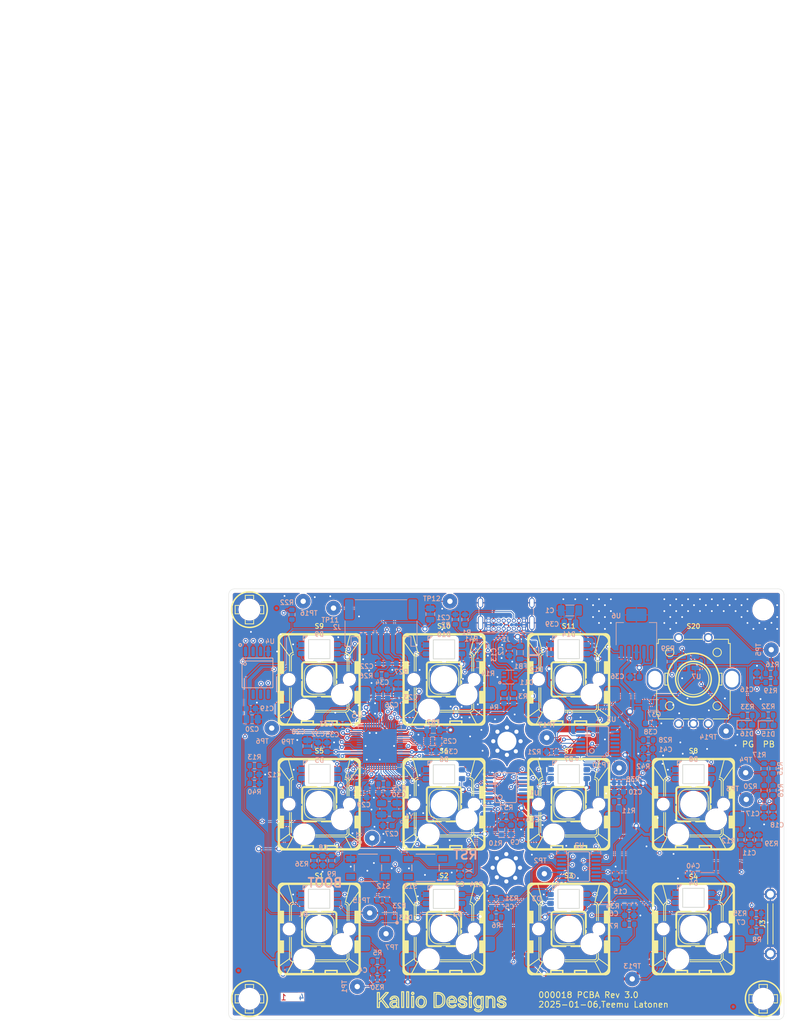
<source format=kicad_pcb>
(kicad_pcb (version 20240108) (generator "pcbnew") (generator_version "8.0")
  (title_block (title "PCBA") (date "2025-01-06") (rev "3.0") (company "Kallio Designs Oy") (comment 1 "Teemu Latonen") (comment 2 "N/A") (comment 3 "000018"))
  (layers (0 "F.Cu" signal) (1 "In1.Cu" signal) (2 "In2.Cu" signal) (31 "B.Cu" signal) (34 "B.Paste" user) (35 "F.Paste" user) (36 "B.SilkS" user "B.Silkscreen") (37 "F.SilkS" user "F.Silkscreen") (38 "B.Mask" user) (39 "F.Mask" user) (44 "Edge.Cuts" user))
  (net 0 "")
  (net 1 "/Main/Neopixel LEDs/NEOPIXEL_VDD")
  (net 2 "GND")
  (net 3 "+3V3")
  (net 4 "/Main/USB Connector/USB_D_N")
  (net 5 "/Main/USB Connector/USB_D_P")
  (net 6 "/Main/Microcontroller/1V2")
  (net 7 "PERIP_~{RESET}")
  (net 8 "/Main/Microcontroller/USB_MCU_D_P")
  (net 9 "/Main/Microcontroller/USB_MCU_D_N")
  (net 10 "/Main/Microcontroller/~{RESET}")
  (net 11 "/Main/Microcontroller/SCL")
  (net 12 "/Main/Microcontroller/SDA")
  (net 13 "Net-(R10-Pad1)")
  (net 14 "/Main/Microcontroller/TP10")
  (net 15 "/Main/Microcontroller/USBBOOT")
  (net 16 "/Main/USB Connector/CC2")
  (net 17 "/Main/USB Connector/CC1")
  (net 18 "/Main/Buttons/Button5")
  (net 19 "Net-(D10-DIN)")
  (net 20 "Net-(U2-I5)")
  (net 21 "/Main/Buttons/Button1")
  (net 22 "/Main/Memory/DATA3")
  (net 23 "/Main/Memory/CLK")
  (net 24 "/Main/Memory/DATA0")
  (net 25 "/Main/Memory/DATA2")
  (net 26 "/Main/Memory/DATA1")
  (net 27 "/Main/Memory/~{CS}_MEMORY")
  (net 28 "/Main/Buttons/Button2")
  (net 29 "/Main/Buttons/Button3")
  (net 30 "/Main/Buttons/Button4")
  (net 31 "/Main/Microcontroller/SPI_MOSI")
  (net 32 "/Main/Microcontroller/SPI_MISO")
  (net 33 "/Main/Microcontroller/UART_RX")
  (net 34 "/Main/Microcontroller/SPI_CLK")
  (net 35 "/Main/Microcontroller/UART_TX")
  (net 36 "/Main/Microcontroller/ENC_A")
  (net 37 "/Main/Microcontroller/ENC_B")
  (net 40 "/Main/Microcontroller/NEOPIX_DRIVE")
  (net 41 "/Main/Microcontroller/GPIO29")
  (net 42 "/Main/Buttons/Button6")
  (net 43 "/Main/Buttons/Button7")
  (net 44 "/Main/Buttons/Button8")
  (net 45 "Net-(U1-I1)")
  (net 46 "Net-(U1-I2)")
  (net 47 "Net-(U1-I3)")
  (net 48 "Net-(U1-I4)")
  (net 49 "Net-(U1-I5)")
  (net 50 "Net-(U2-I6)")
  (net 51 "Net-(U2-I1)")
  (net 52 "Net-(U2-I2)")
  (net 53 "Net-(U2-I3)")
  (net 54 "Net-(U2-I4)")
  (net 55 "Net-(U3-I2)")
  (net 56 "Net-(U3-I3)")
  (net 57 "Net-(U3-I1)")
  (net 58 "/Main/Microcontroller/3V3_MCU")
  (net 59 "Net-(U5-XIN)")
  (net 60 "Net-(C30-Pad1)")
  (net 61 "/Main/Connectors/I2C1_SCL")
  (net 62 "Net-(R5-Pad1)")
  (net 63 "Net-(R6-Pad1)")
  (net 64 "Net-(R7-Pad1)")
  (net 65 "Net-(R8-Pad1)")
  (net 66 "Net-(R9-Pad1)")
  (net 67 "Net-(R11-Pad1)")
  (net 68 "Net-(R12-Pad1)")
  (net 69 "Net-(R13-Pad1)")
  (net 70 "Net-(R14-Pad1)")
  (net 71 "Net-(R15-Pad2)")
  (net 72 "Net-(R16-Pad2)")
  (net 73 "Net-(R17-Pad2)")
  (net 74 "Net-(U3-E1)")
  (net 75 "Net-(U5-XOUT)")
  (net 80 "/Main/Buttons/Button9")
  (net 81 "Net-(R28-Pad1)")
  (net 91 "/Main/Buttons/Button10")
  (net 92 "/Main/Buttons/Button11")
  (net 93 "/Main/Microcontroller/GPIO0")
  (net 94 "Net-(D1-DOUT)")
  (net 95 "Net-(D2-DOUT)")
  (net 96 "Net-(D3-DOUT)")
  (net 97 "Net-(D4-DOUT)")
  (net 98 "Net-(D5-DOUT)")
  (net 99 "Net-(D6-DOUT)")
  (net 100 "Net-(D7-DOUT)")
  (net 101 "Net-(D8-DOUT)")
  (net 104 "Net-(D11-V+)")
  (net 105 "Net-(D12-K)")
  (net 106 "Net-(D13-K)")
  (net 107 "Net-(D15-K)")
  (net 108 "Net-(D15-A)")
  (net 109 "Net-(D16-A)")
  (net 110 "Net-(D10-DOUT)")
  (net 112 "/Main/Connectors/I2C1_SDA")
  (footprint "KD_Mechanical_Mounting_Hole:PTH_3.2mm_M3_clearance_B" (layer "F.Cu") (at 89.4 150.2)
    (property "Reference" "H5" (hide yes))
    (property "Value" "PTH 3.2 M3 Clearance" (hide yes))
  )
  (footprint "KD_Switch:SWITCH_BUTTON_Kailh_mx_socket" (layer "F.Cu") (at 99.9 160.5 -90)
    (property "Reference" "S3")
    (property "Value" "4958" (hide yes))
  )
  (footprint "KD_Mechanical_Mounting_Hole:PTH_3.2mm_M3_clearance_B" (layer "F.Cu") (at 89.5 128.9)
    (property "Reference" "H6" (hide yes))
    (property "Value" "PTH 3.2 M3 Clearance" (hide yes))
  )
  (footprint "KD_Switch:SWITCH_BUTTON_Kailh_mx_socket" (layer "F.Cu") (at 99.9 139.5 -90)
    (property "Reference" "S7")
    (property "Value" "4958" (hide yes))
  )
  (footprint "KD_Switch:SWITCH_BUTTON_Kailh_mx_socket" (layer "F.Cu") (at 57.9 139.5 -90)
    (property "Reference" "S5")
    (property "Value" "4958" (hide yes))
  )
  (footprint "KD_Mechanical:Fiducial_0.5mm_Mask1mm" (layer "F.Cu") (at 127.597202 171.79)
    (property "Reference" "FD3" (hide yes))
    (property "Value" "Fiducial 0.5 mm" (hide yes))
  )
  (footprint "KD_Switch:SWITCH_BUTTON_Kailh_mx_socket" (layer "F.Cu") (at 57.9 160.5 -90)
    (property "Reference" "S1")
    (property "Value" "4958" (hide yes))
  )
  (footprint "KD_Mechanical:ART_4-LAYER" (layer "F.Cu") (at 53.4 172)
    (property "Reference" "ART1" (hide yes))
    (property "Value" "4-Layer Marking" (hide yes))
  )
  (footprint "KD_Mechanical:Fiducial_0.5mm_Mask1mm" (layer "F.Cu") (at 44.347202 165.59)
    (property "Reference" "FD1" (hide yes))
    (property "Value" "Fiducial 0.5 mm" (hide yes))
  )
  (footprint "KD_Switch:SWITCH_BUTTON_Kailh_mx_socket" (layer "F.Cu") (at 78.9 118.5 -90)
    (property "Reference" "S10")
    (property "Value" "4958" (hide yes))
  )
  (footprint "KD_Mechanical_Mounting_Hole:NPTH_3.2mm_M3_clearance" (layer "F.Cu") (at 46.15 106.75)
    (property "Reference" "H1" (hide yes))
    (property "Value" "NPTH 3.2 M3 Clearance" (hide yes))
  )
  (footprint "KD_Mechanical:Fiducial_0.5mm_Mask1mm" (layer "F.Cu") (at 50.697202 104.69)
    (property "Reference" "FD5" (hide yes))
    (property "Value" "Fiducial 0.5 mm" (hide yes))
  )
  (footprint "KD_Switch:SWITCH_BUTTON_Kailh_mx_socket" (layer "F.Cu") (at 120.9 160.5 -90)
    (property "Reference" "S4")
    (property "Value" "4958" (hide yes))
  )
  (footprint "KD_Switch:SWITCH_BUTTON_Kailh_mx_socket" (layer "F.Cu") (at 99.9 118.5 -90)
    (property "Reference" "S11")
    (property "Value" "4958" (hide yes))
  )
  (footprint "KD_Switch:SWITCH_BUTTON_Kailh_mx_socket" (layer "F.Cu") (at 78.9 139.5 -90)
    (property "Reference" "S6")
    (property "Value" "4958" (hide yes))
  )
  (footprint "KD_Switch:SWITCH_BUTTON_Kailh_mx_socket" (layer "F.Cu") (at 120.9 139.5 -90)
    (property "Reference" "S8")
    (property "Value" "4958" (hide yes))
  )
  (footprint "KD_Mechanical_Mounting_Hole:NPTH_3.2mm_M3_clearance" (layer "F.Cu") (at 46.15 172.25)
    (property "Reference" "H4" (hide yes))
    (property "Value" "NPTH 3.2 M3 Clearance" (hide yes))
  )
  (footprint "KD_Mechanical:ART_LOGO_TEXT_2.5MM_SILK" (layer "F.Cu") (at 78.9 172.5)
    (property "Reference" "ART2" (hide yes))
    (property "Value" "Logo 2.5 mm Silk" (hide yes))
  )
  (footprint "KD_Connector_Pads:GND_HOOK_M" (layer "F.Cu") (at 133.85 159.65 90)
    (property "Reference" "J3")
    (property "Value" "GND Hook" (hide yes))
  )
  (footprint "KD_Mechanical_Mounting_Hole:NPTH_3.2mm" (layer "F.Cu") (at 132.65 106.75)
    (property "Reference" "H3" (hide yes))
    (property "Value" "NPTH_3.2" (hide yes))
  )
  (footprint "KD_Switch:SWITCH_BUTTON_Kailh_mx_socket" (layer "F.Cu") (at 78.9 160.5 -90)
    (property "Reference" "S2")
    (property "Value" "4958" (hide yes))
  )
  (footprint "KD_Mechanical_Mounting_Hole:NPTH_3.2mm_M3_clearance" (layer "F.Cu") (at 132.65 172.25)
    (property "Reference" "H2" (hide yes))
    (property "Value" "NPTH 3.2 M3 Clearance" (hide yes))
  )
  (footprint "KD_Switch:SWITCH_BUTTON_Kailh_mx_socket" (layer "F.Cu") (at 57.9 118.5 -90)
    (property "Reference" "S9")
    (property "Value" "4958" (hide yes))
  )
  (footprint "KD_Switch:RotaryEncoder_Bourns_Vertical_PEC11R-4x15f-Sxxxx" (layer "F.Cu") (at 120.9 118.45)
    (property "Reference" "S20")
    (property "Value" "PEC11R-4215K-S0012" (hide yes))
  )
  (footprint "KD_Capacitor:CAPC1608X90N" (layer "B.Cu") (at 113.6 125.9)
    (property "Reference" "C38")
    (property "Value" "100n" (hide yes))
  )
  (footprint "KD_Connector_Pads:TestPoint_Pad_D2.5mm_H0.9mm" (layer "B.Cu") (at 64.3 170.2 -90)
    (property "Reference" "TP1")
    (property "Value" "TP D2.5 mm H0.9mm" (hide yes))
  )
  (footprint "KD_Connector_Pads:TestPoint_Pad_D2.5mm_H0.9mm" (layer "B.Cu") (at 60.3 106.5 180)
    (property "Reference" "TP11")
    (property "Value" "TP D2.5 mm H0.9mm" (hide yes))
  )
  (footprint "KD_Capacitor:CAPC1608X90N" (layer "B.Cu") (at 76.8 130.7)
    (property "Reference" "C31")
    (property "Value" "100n" (hide yes))
  )
  (footprint "KD_Package_SO:SOP65P600X150-16N" (layer "B.Cu") (at 101.6 150 90)
    (property "Reference" "U2")
    (property "Value" "SN74HCS365PWR" (hide yes))
  )
  (footprint "KD_Package_TO_SOT_SMD:SOT127P700X180-6N" (layer "B.Cu") (at 111.3 110.8 90)
    (property "Reference" "U6")
    (property "Value" "MCP1825T-3302E/DC" (hide yes))
  )
  (footprint "KD_Resistor:RESC1608X55N" (layer "B.Cu") (at 90.6 121.7 -90)
    (property "Reference" "R3")
    (property "Value" "27" (hide yes))
  )
  (footprint "KD_Resistor:RESC1608X55N" (layer "B.Cu") (at 108.358281 139.07086)
    (property "Reference" "R11")
    (property "Value" "1k" (hide yes))
  )
  (footprint "KD_Connector_Pads:TestPoint_Pad_D2.5mm_H0.9mm" (layer "B.Cu") (at 79.9 105.35 -90)
    (property "Reference" "TP12")
    (property "Value" "TP D2.5 mm H0.9mm" (hide yes))
  )
  (footprint "KD_Connector_Pads:TestPoint_Pad_D2.5mm_H0.9mm" (layer "B.Cu") (at 49.9 126.7 -90)
    (property "Reference" "TP6")
    (property "Value" "TP D2.5 mm H0.9mm" (hide yes))
  )
  (footprint "KD_Resistor:RESC1608X55N" (layer "B.Cu") (at 128.9 145.5 -90)
    (property "Reference" "R12")
    (property "Value" "1k" (hide yes))
  )
  (footprint "KD_Diode:LEDM_NEO3535_REVERSE_SK6812-E" (layer "B.Cu") (at 99.9 134.4425)
    (property "Reference" "D7")
    (property "Value" "Neopixel Reverse" (hide yes))
    (fp_rect (start 1.8 -1.6) (end -1.8 1.6) (stroke (width 0.12)) (fill none) (layer "Edge.Cuts"))
  )
  (footprint "KD_Diode:LEDM1608X70M" (layer "B.Cu") (at 133.5 126.2)
    (property "Reference" "D15")
    (property "Value" "Red" (hide yes))
  )
  (footprint "KD_Resistor:RESC1608X55N" (layer "B.Cu") (at 84.6 116 180)
    (property "Reference" "R14")
    (property "Value" "1k" (hide yes))
  )
  (footprint "KD_Capacitor:CAPC1608X90N" (layer "B.Cu") (at 120.867283 151.320715 180)
    (property "Reference" "C40")
    (property "Value" "100n" (hide yes))
  )
  (footprint "KD_Resistor:RESC1608X55N" (layer "B.Cu") (at 80.8 108.4 90)
    (property "Reference" "R2")
    (property "Value" "5k1" (hide yes))
  )
  (footprint "KD_Connector_Pads:TestPoint_Pad_D2.5mm_H0.9mm" (layer "B.Cu") (at 66.4 157.8 180)
    (property "Reference" "TP15")
    (property "Value" "TP D2.5 mm H0.9mm" (hide yes))
  )
  (footprint "KD_Capacitor:CAPC1608X90N" (layer "B.Cu") (at 61.8 126.1 180)
    (property "Reference" "C33")
    (property "Value" "100n" (hide yes))
  )
  (footprint "KD_Capacitor:CAPC1608X90N" (layer "B.Cu") (at 59.2 129.9 90)
    (property "Reference" "C35")
    (property "Value" "100n" (hide yes))
  )
  (footprint "KD_Diode:LEDM1608X70M" (layer "B.Cu") (at 129.905714 126.149856)
    (property "Reference" "D16")
    (property "Value" "Green" (hide yes))
  )
  (footprint "KD_Capacitor:CAPC1608X90N" (layer "B.Cu") (at 90.2 143.8 -90)
    (property "Reference" "C9")
    (property "Value" "10n" (hide yes))
  )
  (footprint "KD_Resistor:RESC1608X55N" (layer "B.Cu") (at 131.9 145.5 90)
    (property "Reference" "R39")
    (property "Value" "100k" (hide yes))
  )
  (footprint "KD_Resistor:RESC1608X55N" (layer "B.Cu") (at 67.7 165.935141 180)
    (property "Reference" "R5")
    (property "Value" "1k" (hide yes))
  )
  (footprint "KD_Diode:LEDM_NEO3535_REVERSE_SK6812-E" (layer "B.Cu") (at 57.873849 155.414764)
    (property "Reference" "D1")
    (property "Value" "Neopixel Reverse" (hide yes))
    (fp_rect (start 1.8 -1.6) (end -1.8 1.6) (stroke (width 0.12)) (fill none) (layer "Edge.Cuts"))
  )
  (footprint "KD_Resistor:RESC1608X55N" (layer "B.Cu") (at 53.3 107.6 90)
    (property "Reference" "R22")
    (property "Value" "10k" (hide yes))
  )
  (footprint "KD_Resistor:RESC1608X55N" (layer "B.Cu") (at 131.5 157.9)
    (property "Reference" "R35")
    (property "Value" "100k" (hide yes))
  )
  (footprint "KD_Capacitor:CAPC1608X90N" (layer "B.Cu") (at 69.4 143.1 180)
    (property "Reference" "C27")
    (property "Value" "27p" (hide yes))
  )
  (footprint "KD_Connector_Pads:TestPoint_Pad_D2.5mm_H0.9mm" (layer "B.Cu") (at 129.7 134.2 180)
    (property "Reference" "TP4")
    (property "Value" "TP D2.5 mm H0.9mm" (hide yes))
  )
  (footprint "KD_Connector_Rectangular:JST_PH_S4B-PH-SM4-TB_1x04-1MP_P2.00mm_Horizontal" (layer "B.Cu") (at 68.3 109.6)
    (property "Reference" "J2")
    (property "Value" "S4B-PH-SM4-TB" (hide yes))
  )
  (footprint "KD_Resistor:RESC1608X55N" (layer "B.Cu") (at 57 149 -90)
    (property "Reference" "R36")
    (property "Value" "100k" (hide yes))
  )
  (footprint "KD_Capacitor:CAPC1608X90N" (layer "B.Cu") (at 130.4 145.5 90)
    (property "Reference" "C11")
    (property "Value" "10n" (hide yes))
  )
  (footprint "KD_Package_SO:SOP65P600X150-16N" (layer "B.Cu") (at 89.3 136.725 90)
    (property "Reference" "U1")
    (property "Value" "SN74HCS365PWR" (hide yes))
  )
  (footprint "KD_Resistor:RESC1608X55N" (layer "B.Cu") (at 87.7 155.4 180)
    (property "Reference" "R31")
    (property "Value" "100k" (hide yes))
  )
  (footprint "KD_Oscillator:OSCCC320X250X70_M" (layer "B.Cu") (at 69.7 140.275315 180)
    (property "Reference" "Y1")
    (property "Value" "12 MHz" (hide yes))
  )
  (footprint "KD_Capacitor:CAPC1608X90N" (layer "B.Cu") (at 132.8 140.825 90)
    (property "Reference" "C17")
    (property "Value" "100n" (hide yes))
  )
  (footprint "KD_Connector_Pads:TestPoint_Pad_D2.5mm_H0.9mm" (layer "B.Cu") (at 69.149789 161.299326 -90)
    (property "Reference" "TP7")
    (property "Value" "TP D2.5 mm H0.9mm" (hide yes))
  )
  (footprint "KD_Diode:LEDM_NEO3535_REVERSE_SK6812-E" (layer "B.Cu") (at 99.890556 155.437768)
    (property "Reference" "D3")
    (property "Value" "Neopixel Reverse" (hide yes))
    (fp_rect (start 1.8 -1.6) (end -1.8 1.6) (stroke (width 0.12)) (fill none) (layer "Edge.Cuts"))
  )
  (footprint "KD_Mechanical:Fiducial_0.5mm_Mask1mm" (layer "B.Cu") (at 50.7 106.5 180)
    (property "Reference" "FD2" (hide yes))
    (property "Value" "Fiducial 0.5 mm" (hide yes))
  )
  (footprint "KD_Resistor:RESC1608X55N" (layer "B.Cu") (at 87.7 158.5 180)
    (property "Reference" "R6")
    (property "Value" "1k" (hide yes))
  )
  (footprint "KD_Resistor:RESC1608X55N" (layer "B.Cu") (at 113.3 128.7)
    (property "Reference" "R28")
    (property "Value" "1k" (hide yes))
  )
  (footprint "KD_Connector_USB_HDMI_Etc:USB_C_Receptacle_GCT_USB4085" (layer "B.Cu") (at 86.405 109.96)
    (property "Reference" "J1")
    (property "Value" "USB C" (hide yes))
  )
  (footprint "KD_Inductor:INDC2016X100N" (layer "B.Cu") (at 91.7 114 90)
    (property "Reference" "FB1")
    (property "Value" "MMZ2012Y152BT000" (hide yes))
  )
  (footprint "KD_Capacitor:CAPC1608X90N" (layer "B.Cu") (at 84.59106 114.43243)
    (property "Reference" "C13")
    (property "Value" "10n" (hide yes))
  )
  (footprint "KD_Mechanical:Fiducial_0.5mm_Mask1mm" (layer "B.Cu") (at 127.6 173.6 180)
    (property "Reference" "FD4" (hide yes))
    (property "Value" "Fiducial 0.5 mm" (hide yes))
  )
  (footprint "KD_Diode:DIOC360X180X150N_A" (layer "B.Cu") (at 94 113.95 90)
    (property "Reference" "D12")
    (property "Value" "PMEG3010ER,115" (hide yes))
  )
  (footprint "KD_Resistor:RESC1608X55N_DNP" (layer "B.Cu") (at 83.1 150.7 -90)
    (property "Reference" "R24")
    (property "Value" "DNP" (hide yes))
  )
  (footprint "KD_Resistor:RESC1608X55N" (layer "B.Cu") (at 132.8 133.5 -90)
    (property "Reference" "R17")
    (property "Value" "1k" (hide yes))
  )
  (footprint "KD_Resistor:RESC1608X55N" (layer "B.Cu") (at 71.7 115.8)
    (property "Reference" "R27")
    (property "Value" "5k1" (hide yes))
  )
  (footprint "KD_Capacitor:CAPC1608X90N" (layer "B.Cu") (at 134.3 140.825 90)
    (property "Reference" "C18")
    (property "Value" "100n" (hide yes))
  )
  (footprint "KD_Connector_Pads:TestPoint_Pad_D2.5mm_H0.9mm" (layer "B.Cu") (at 110.597137 168.902694 180)
    (property "Reference" "TP13")
    (property "Value" "TP D2.5 mm H0.9mm" (hide yes))
  )
  (footprint "KD_Capacitor:CAPC1608X90N" (layer "B.Cu") (at 81.6 150.7 90)
    (property "Reference" "C3")
    (property "Value" "10n" (hide yes))
  )
  (footprint "KD_Diode:LEDM_NEO3535_REVERSE_SK6812-E" (layer "B.Cu") (at 78.9 113.4425)
    (property "Reference" "D10")
    (property "Value" "Neopixel Reverse" (hide yes))
    (fp_rect (start 1.8 -1.6) (end -1.8 1.6) (stroke (width 0.12)) (fill none) (layer "Edge.Cuts"))
  )
  (footprint "KD_Capacitor:CAPC1608X90N" (layer "B.Cu") (at 47 134.5)
    (property "Reference" "C12")
    (property "Value" "10n" (hide yes))
  )
  (footprint "KD_Resistor:RESC1608X55N" (layer "B.Cu") (at 129.998643 124.553051 180)
    (property "Reference" "R33")
    (property "Value" "360" (hide yes))
  )
  (footprint "KD_Package_TO_SOT_SMD:SOT-363_SC-70-6" (layer "B.Cu") (at 90 118.1)
    (property "Reference" "D11")
    (property "Value" "DRTR5V0U4S-7" (hide yes))
  )
  (footprint "KD_Connector_Pads:TestPoint_Pad_D2.5mm_H0.9mm" (layer "B.Cu") (at 66.8 145.2 -90)
    (property "Reference" "TP8")
    (property "Value" "TP D2.5 mm H0.9mm" (hide yes))
  )
  (footprint "KD_Diode:D_SOD-323" (layer "B.Cu") (at 69.5 158.6 180)
    (property "Reference" "D13")
    (property "Value" "BAT54WS" (hide yes))
  )
  (footprint "KD_Resistor:RESC1608X55N" (layer "B.Cu") (at 67.7 168.9)
    (property "Reference" "R30")
    (property "Value" "100k" (hide yes))
  )
  (footprint "KD_Resistor:RESC1608X55N" (layer "B.Cu") (at 132.8 137.175 -90)
    (property "Reference" "R20")
    (property "Value" "10k" (hide yes))
  )
  (footprint "KD_Capacitor:CAPC2012X135N" (layer "B.Cu") (at 46.6 125.2)
    (property "Reference" "C20")
    (property "Value" "1u" (hide yes))
  )
  (footprint "KD_Resistor:RESC1608X55N" (layer "B.Cu") (at 47 133 180)
    (property "Reference" "R13")
    (property "Value" "1k" (hide yes))
  )
  (footprint "KD_Package_TO_SOT_SMD:SOT-143_TO-253_M" (layer "B.Cu") (at 120.1 115.6 90)
    (property "Reference" "U7")
    (property "Value" "CAT811TTBI-GT3" (hide yes))
  )
  (footprint "KD_Capacitor:CAPC2012X135N" (layer "B.Cu") (at 76.6 107.5 90)
    (property "Reference" "C21")
    (property "Value" "1u" (hide yes))
  )
  (footprint "KD_Capacitor:CAPC1608X90N" (layer "B.Cu") (at 46.379573 123.404434)
    (property "Reference" "C19")
    (property "Value" "100n" (hide yes))
  )
  (footprint "KD_Capacitor:CAPC1608X90N" (layer "B.Cu") (at 89.9 113.7 -90)
    (property "Reference" "C2")
    (property "Value" "100n" (hide yes))
  )
  (footprint "KD_Capacitor:CAPC1608X90N" (layer "B.Cu") (at 57.7 129.9 90)
    (property "Reference" "C32")
    (property "Value" "100n" (hide yes))
  )
  (footprint "KD_Resistor:RESC1608X55N" (layer "B.Cu") (at 89.4 141.5 180)
    (property "Reference" "R37")
    (property "Value" "100k" (hide yes))
  )
  (footprint "KD_Capacitor:CAPC1608X90N" (layer "B.Cu") (at 68.7 137.6)
    (property "Reference" "C30")
    (property "Value" "27p" (hide yes))
  )
  (footprint "KD_Resistor:RESC1608X55N" (layer "B.Cu") (at 113.3 131.7 180)
    (property "Reference" "R42")
    (property "Value" "100k" (hide yes))
  )
  (footprint "KD_Capacitor:CAPC1608X90N" (layer "B.Cu") (at 111.001274 118.078133 180)
    (property "Reference" "C36")
    (property "Value" "100n" (hide yes))
  )
  (footprint "KD_Diode:LEDM_NEO3535_REVERSE_SK6812-E" (layer "B.Cu") (at 57.9 113.4)
    (property "Reference" "D9")
    (property "Value" "Neopixel Reverse" (hide yes))
    (fp_rect (start 1.8 -1.6) (end -1.8 1.6) (stroke (width 0.12)) (fill none) (layer "Edge.Cuts"))
  )
  (footprint "KD_Connector_Pads:TestPoint_Pad_D2.5mm_H0.9mm" (layer "B.Cu") (at 126.4 127.2 90)
    (property "Reference" "TP14")
    (property "Value" "TP D2.5 mm H0.9mm" (hide yes))
  )
  (footprint "KD_Diode:LEDM_NEO3535_REVERSE_SK6812-E" (layer "B.Cu") (at 120.9 155.2575)
    (property "Reference" "D4")
    (property "Value" "Neopixel Reverse" (hide yes))
    (fp_rect (start 1.8 -1.6) (end -1.8 1.6) (stroke (width 0.12)) (fill none) (layer "Edge.Cuts"))
  )
  (footprint "KD_Connector_Pads:TestPoint_Pad_D2.5mm_H0.9mm" (layer "B.Cu") (at 108.4 133.4 180)
    (property "Reference" "TP10")
    (property "Value" "TP D2.5 mm H0.9mm" (hide yes))
  )
  (footprint "KD_Capacitor:CAPC2012X135N" (layer "B.Cu") (at 71.2 120.1 90)
    (property "Reference" "C23")
    (property "Value" "1u" (hide yes))
  )
  (footprint "KD_Connector_Pads:TestPoint_Pad_D1.5mm" (layer "B.Cu") (at 52.7 130.7 90)
    (property "Reference" "TP9")
    (property "Value" "TestPoint_1.5mm_Round" (hide yes))
  )
  (footprint "KD_Capacitor:CAPC1608X90N" (layer "B.Cu") (at 65.9 137.6 -90)
    (property "Reference" "C29")
    (property "Value" "100n" (hide yes))
  )
  (footprint "KD_Capacitor:CAPC2012X135N" (layer "B.Cu") (at 100.1 109.1 180)
    (property "Reference" "C39")
    (property "Value" "1u" (hide yes))
  )
  (footprint "KD_Connector_Pads:TestPoint_Pad_D2.5mm_H0.9mm" (layer "B.Cu") (at 95.8 151.2 -90)
    (property "Reference" "TP2")
    (property "Value" "TP D2.5 mm H0.9mm" (hide yes))
  )
  (footprint "KD_Resistor:RESC1608X55N" (layer "B.Cu") (at 108.357445 135.85278 180)
    (property "Reference" "R38")
    (property "Value" "100k" (hide yes))
  )
  (footprint "KD_Connector_Pads:TestPoint_Pad_D2.5mm_H0.9mm" (layer "B.Cu") (at 55.2 105.35 180)
    (property "Reference" "TP16")
    (property "Value" "TP D2.5 mm H0.9mm" (hide yes))
  )
  (footprint "KD_Capacitor:CAPC3216X150N" (layer "B.Cu") (at 100.1 106.9 180)
    (property "Reference" "C1")
    (property "Value" "10u" (hide yes))
  )
  (footprint "KD_Diode:LEDM_NEO3535_REVERSE_SK6812-E" (layer "B.Cu") (at 120.9 134.4425)
    (property "Reference" "D8")
    (property "Value" "Neopixel Reverse" (hide yes))
    (fp_rect (start 1.8 -1.6) (end -1.8 1.6) (stroke (width 0.12)) (fill none) (layer "Edge.Cuts"))
  )
  (footprint "KD_Capacitor:CAPC1608X90N" (layer "B.Cu") (at 87.7 156.9)
    (property "Reference" "C5")
    (property "Value" "10n" (hide yes))
  )
  (footprint "KD_Diode:LEDM_NEO3535_REVERSE_SK6812-E" (layer "B.Cu") (at 78.9 155.4425)
    (property "Reference" "D2")
    (property "Value" "Neopixel Reverse" (hide yes))
    (fp_rect (start 1.8 -1.6) (end -1.8 1.6) (stroke (width 0.12)) (fill none) (layer "Edge.Cuts"))
  )
  (footprint "KD_Resistor:RESC1608X55N" (layer "B.Cu") (at 117 115.5 -90)
    (property "Reference" "R29")
    (property "Value" "10k" (hide yes))
  )
  (footprint "KD_Resistor:RESC1608X55N" (layer "B.Cu") (at 110.1 156.7)
    (property "Reference" "R34")
    (property "Value" "100k" (hide yes))
  )
  (footprint "KD_Resistor:RESC1608X55N" (layer "B.Cu") (at 134.3 137.175 -90)
    (property "Reference" "R18")
    (property "Value" "10k" (hide yes))
  )
  (footprint "KD_Diode:LEDM_NEO3535_REVERSE_SK6812-E" (layer "B.Cu") (at 57.942132 134.4)
    (property "Reference" "D5")
    (property "Value" "Neopixel Reverse" (hide yes))
    (fp_rect (start 1.8 -1.6) (end -1.8 1.6) (stroke (width 0.12)) (fill none) (layer "Edge.Cuts"))
  )
  (footprint "KD_Resistor:RESC1608X55N" (layer "B.Cu") (at 84.6 112.9)
    (property "Reference" "R41")
    (property "Value" "100k" (hide yes))
  )
  (footprint "KD_Capacitor:CAPC1608X90N" (layer "B.Cu") (at 68.7 115.8 180)
    (property "Reference" "C22")
    (property "Value" "100n" (hide yes))
  )
  (footprint "KD_Resistor:RESC1608X55N" (layer "B.Cu") (at 68.7 136.1)
    (property "Reference" "R25")
    (property "Value" "1k" (hide yes))
  )
  (footprint "KD_Capacitor:CAPC1608X90N" (layer "B.Cu") (at 69.4 120.9 90)
    (property "Reference" "C26")
    (property "Value" "100n" (hide yes))
  )
  (footprint "KD_Resistor:RESC1608X55N" (layer "B.Cu") (at 68.4 117.75)
    (property "Reference" "R26")
    (property "Value" "5k1" (hide yes))
  )
  (footprint "KD_Inductor:INDC2016X100N" (layer "B.Cu") (at 77.1 127 180)
    (property "Reference" "FB2")
    (property "Value" "MMZ2012Y152BT000" (hide yes))
  )
  (footprint "KD_Capacitor:CAPC2012X135N" (layer "B.Cu") (at 77 128.9)
    (property "Reference" "C25")
    (property "Value" "1u" (hide yes))
  )
  (footprint "KD_Resistor:RESC1608X55N" (layer "B.Cu") (at 60 149 90)
    (property "Reference" "R9")
    (property "Value" "1k" (hide yes))
  )
  (footprint "KD_Resistor:RESC1608X55N" (layer "B.Cu") (at 88.6 143.8 90)
    (property "Reference" "R10")
    (property "Value" "1k" (hide yes))
  )
  (footprint "KD_Resistor:RESC1608X55N" (layer "B.Cu") (at 133.9 119 180)
    (property "Reference" "R19")
    (property "Value" "10k" (hide yes))
  )
  (footprint "KD_Resistor:RESC1608X55N" (layer "B.Cu") (at 68.5 155.6 180)
    (property "Reference" "R23")
    (property "Value" "1k" (hide yes))
  )
  (footprint "KD_Connector_Pads:TestPoint_Pad_D2.5mm_H0.9mm" (layer "B.Cu") (at 96.2 128.3 180)
    (property "Reference" "TP17")
    (property "Value" "TP D2.5 mm H0.9mm" (hide yes))
  )
  (footprint "KD_Switch:SW_Push_1P1T_NO_CK_PTS647SN50SMTR2LFS" (layer "B.Cu") (at 75.8 150.2)
    (property "Reference" "S13")
    (property "Value" "PTS647SN38SMTR2 LFS" (hide yes))
  )
  (footprint "KD_Resistor:RESC1608X55N" (layer "B.Cu") (at 89 121.7 -90)
    (property "Reference" "R4")
    (property "Value" "27" (hide yes))
  )
  (footprint "KD_Package_SO:SOIC127P790X195-8N" (layer "B.Cu") (at 47.4 117.4 -90)
    (property "Reference" "U4")
    (property "Value" "W25Q80DVSSIG" (hide yes))
  )
  (footprint "KD_Capacitor:CAPC3216X150N" (layer "B.Cu") (at 114.3 122.8)
    (property "Reference" "C37")
    (property "Value" "10u" (hide yes))
  )
  (footprint "KD_Capacitor:CAPC2012X135N" (layer "B.Cu") (at 55.9 129.7 90)
    (property "Reference" "C28")
    (property "Value" "1u" (hide yes))
  )
  (footprint "KD_Diode:LEDM_NEO3535_REVERSE_SK6812-E" (layer "B.Cu") (at 99.9 113.4)
    (property "Reference" "D14")
    (property "Value" "Neopixel Reverse" (hide yes))
    (fp_rect (start 1.8 -1.6) (end -1.8 1.6) (stroke (width 0.12)) (fill none) (layer "Edge.Cuts"))
  )
  (footprint "KD_Mechanical:Fiducial_0.5mm_Mask1mm" (layer "B.Cu") (at 44.3 167.5 180)
    (property "Reference" "FD6" (hide yes))
    (property "Value" "Fiducial 0.5 mm" (hide yes))
  )
  (footprint "KD_Capacitor:CAPC1608X90N" (layer "B.Cu") (at 107.8 152.175 90)
    (property "Reference" "C15")
    (property "Value" "100n" (hide yes))
  )
  (footprint "KD_Package_SO:SOP65P600X150-16N" (layer "B.Cu") (at 104.8 128.925 90)
    (property "Reference" "U3")
    (property "Value" "SN74HCS365PWR" (hide yes))
  )
  (footprint "KD_Resistor:RESC1608X55N" (layer "B.Cu") (at 133.5 124.5 180)
    (property "Reference" "R32")
    (property "Value" "360" (hide yes))
  )
  (footprint "KD_Switch:SW_Push_1P1T_NO_CK_PTS647SN50SMTR2LFS" (layer "B.Cu") (at 66.1 150.2 180)
    (property "Reference" "S12")
    (property "Value" "PTS647SN38SMTR2 LFS" (hide yes))
  )
  (footprint "Package_DFN_QFN:QFN-56-1EP_7x7mm_P0.4mm_EP3.2x3.2mm" (layer "B.Cu") (at 68.1 129.7 180)
    (property "Reference" "U5")
    (property "Value" "RP2040")
  )
  (footprint "KD_Resistor:RESC1608X55N" (layer "B.Cu") (at 134.3 133.5 -90)
    (property "Reference" "R15")
    (property "Value" "1k" (hide yes))
  )
  (footprint "KD_Capacitor:CAPC1608X90N" (layer "B.Cu") (at 67.9 120.9 90)
    (property "Reference" "C34")
    (property "Value" "100n" (hide yes))
  )
  (footprint "KD_Connector_Pads:TestPoint_Pad_D2.5mm_H0.9mm" (layer "B.Cu") (at 129.8 138.7 180)
    (property "Reference" "TP3")
    (property "Value" "TP D2.5 mm H0.9mm" (hide yes))
  )
  (footprint "KD_Capacitor:CAPC1608X90N" (layer "B.Cu") (at 64.4 136.9 -90)
    (property "Reference" "C24")
    (property "Value" "100n" (hide yes))
  )
  (footprint "KD_Capacitor:CAPC1608X90N" (layer "B.Cu") (at 58.5 149 -90)
    (property "Reference" "C8")
    (property "Value" "10n" (hide yes))
  )
  (footprint "KD_Capacitor:CAPC1608X90N" (layer "B.Cu") (at 67.7 167.4)
    (property "Reference" "C4")
    (property "Value" "10n" (hide yes))
  )
  (footprint "KD_Resistor:RESC1608X55N" (layer "B.Cu") (at 47 136)
    (property "Reference" "R40")
    (property "Value" "100k" (hide yes))
  )
  (footprint "KD_Connector_Pads:TestPoint_Pad_D2.5mm_H0.9mm" (layer "B.Cu") (at 134 113.5 -90)
    (property "Reference" "TP5")
    (property "Value" "TP D2.5 mm H0.9mm" (hide yes))
  )
  (footprint "KD_Capacitor:CAPC1608X90N" (layer "B.Cu") (at 131.5 159.4)
    (property "Reference" "C7")
    (property "Value" "10n" (hide yes))
  )
  (footprint "KD_Resistor:RESC1608X55N" (layer "B.Cu") (at 133.905281 117.501295)
    (property "Reference" "R16")
    (property "Value" "1k" (hide yes))
  )
  (footprint "KD_Capacitor:CAPC1608X90N" (layer "B.Cu") (at 110.1 158.2)
    (property "Reference" "C6")
    (property "Value" "10n" (hide yes))
  )
  (footprint "KD_Resistor:RESC1608X55N" (layer "B.Cu") (at 82.438828 108.413906 90)
    (property "Reference" "R1")
    (property "Value" "5k1" (hide yes))
  )
  (footprint "KD_Capacitor:CAPC1608X90N" (layer "B.Cu") (at 91.832305 142.062854 -90)
    (property "Reference" "C14")
    (property "Value" "100n" (hide yes))
  )
  (footprint "KD_Resistor:RESC1608X55N" (layer "B.Cu") (at 110.106844 159.689293 180)
    (property "Reference" "R7")
    (property "Value" "1k" (hide yes))
  )
  (footprint "KD_Diode:LEDM_NEO3535_REVERSE_SK6812-E" (layer "B.Cu") (at 78.9 134.46138)
    (property "Reference" "D6")
    (property "Value" "Neopixel Reverse" (hide yes))
    (fp_rect (start 1.8 -1.6) (end -1.8 1.6) (stroke (width 0.12)) (fill none) (layer "Edge.Cuts"))
  )
  (footprint "KD_Resistor:RESC1608X55N" (layer "B.Cu") (at 97 130.7)
    (property "Reference" "R21")
    (property "Value" "10k" (hide yes))
  )
  (footprint "KD_Resistor:RESC1608X55N" (layer "B.Cu") (at 131.5 160.9 180)
    (property "Reference" "R8")
    (property "Value" "1k" (hide yes))
  )
  (footprint "KD_Capacitor:CAPC1608X90N" (layer "B.Cu") (at 113.3 130.2 180)
    (property "Reference" "C41")
    (property "Value" "10n" (hide yes))
  )
  (footprint "KD_Capacitor:CAPC1608X90N" (layer "B.Cu") (at 131.6 118.2 -90)
    (property "Reference" "C16")
    (property "Value" "100n" (hide yes))
  )
  (footprint "KD_Capacitor:CAPC1608X90N" (layer "B.Cu") (at 108.349281 137.400739 180)
    (property "Reference" "C10")
    (property "Value" "10n" (hide yes))
  )
  (gr_line (start 43.65 175.75) (end 135.15 175.75) (stroke (width 0.05)) (layer "Edge.Cuts"))
  (gr_arc (start 135.15 103.25) (mid 135.857108 103.542893) (end 136.15 104.25) (stroke (width 0.05)) (layer "Edge.Cuts"))
  (gr_line (start 135.15 103.25) (end 43.65 103.25) (stroke (width 0.05)) (layer "Edge.Cuts"))
  (gr_line (start 42.65 104.25) (end 42.65 174.75) (stroke (width 0.05)) (layer "Edge.Cuts"))
  (gr_line (start 136.15 174.75) (end 136.15 104.25) (stroke (width 0.05)) (layer "Edge.Cuts"))
  (gr_arc (start 42.65 104.25) (mid 42.942893 103.542893) (end 43.65 103.25) (stroke (width 0.05)) (layer "Edge.Cuts"))
  (gr_arc (start 43.65 175.75) (mid 42.942893 175.457107) (end 42.65 174.75) (stroke (width 0.05)) (layer "Edge.Cuts"))
  (gr_arc (start 136.15 174.75) (mid 135.857107 175.457106) (end 135.15 175.75) (stroke (width 0.05)) (layer "Edge.Cuts"))
  (gr_text "RST" (at 84.75 148.9 0) (layer "B.SilkS") (effects (font (size 1.5 1.5) (thickness 0.3) (bold yes)) (justify left bottom mirror)))
  (gr_text "BOOT" (at 61.95 153.6 0) (layer "B.SilkS") (effects (font (size 1.5 1.5) (thickness 0.3) (bold yes)) (justify left bottom mirror)))
  (gr_text "PG" (at 129 130 0) (layer "F.SilkS") (effects (font (size 1 1)) (justify left bottom)))
  (gr_text "${COMMENT3} ${TITLE} Rev ${REVISION} \n${ISSUE_DATE},${COMMENT1}" (at 94.7 173.8 0) (layer "F.SilkS") (effects (font (size 1 1)) (justify left bottom)))
  (gr_text "PB" (at 132.5 130 0) (layer "F.SilkS") (effects (font (size 1 1)) (justify left bottom)))
  (segment (start 91.2 159.9) (end 92.4 158.7) (width 0.25) (layer "F.Cu") (net 1))
  (segment (start 90.6 138.5) (end 91.2 137.9) (width 0.5) (layer "F.Cu") (net 1))
  (segment (start 63.8 115.9) (end 62.6 114.7) (width 0.3) (layer "F.Cu") (net 1))
  (segment (start 91.2 137.9) (end 96 137.9) (width 0.5) (layer "F.Cu") (net 1))
  (segment (start 81.9 115.9) (end 63.8 115.9) (width 0.3) (layer "F.Cu") (net 1))
  (segment (start 95.5 110.7) (end 94.9 111.3) (width 0.3) (layer "F.Cu") (net 1))
  (segment (start 102.6075 136.9925) (end 102.9 136.7) (width 0.5) (layer "F.Cu") (net 1))
  (segment (start 85 158.4) (end 86.5 159.9) (width 0.25) (layer "F.Cu") (net 1))
  (segment (start 66.4 157.8) (end 73.7 157.8) (width 0.25) (layer "F.Cu") (net 1))
  (segment (start 102.925 136.675) (end 111.725 136.675) (width 0.5) (layer "F.Cu") (net 1))
  (segment (start 96.6 113) (end 94.9 111.3) (width 0.5) (layer "F.Cu") (net 1))
  (segment (start 83.224696 138.15) (end 84.539188 138.15) (width 0.5) (layer "F.Cu") (net 1))
  (segment (start 92.6 158.5) (end 95.9 158.5) (width 0.25) (layer "F.Cu") (net 1))
  (segment (start 104.8 113.4) (end 102.1 110.7) (width 0.3) (layer "F.Cu") (net 1))
  (segment (start 66 137) (end 65.5 137.5) (width 0.3) (layer "F.Cu") (net 1))
  (segment (start 96 137.9) (end 96.9075 136.9925) (width 0.5) (layer "F.Cu") (net 1))
  (segment (start 86.5 159.9) (end 88.6 159.9) (width 0.25) (layer "F.Cu") (net 1))
  (segment (start 65.5 137.5) (end 62.808384 137.5) (width 0.3) (layer "F.Cu") (net 1))
  (segment (start 94.9 111.3) (end 91.3 111.3) (width 0.5) (layer "F.Cu") (net 1))
  (segment (start 91.3 111.3) (end 86.5 111.3) (width 0.3) (layer "F.Cu") (net 1))
  (segment (start 104.8 115) (end 104.8 113.4) (width 0.3) (layer "F.Cu") (net 1))
  (segment (start 82.087348 137.012652) (end 82.074696 137) (width 0.3) (layer "F.Cu") (net 1))
  (segment (start 84.889188 138.5) (end 90.6 138.5) (width 0.5) (layer "F.Cu") (net 1))
  (segment (start 82.087348 137.012652) (end 83.224696 138.15) (width 0.5) (layer "F.Cu") (net 1))
  (segment (start 62.808384 137.5) (end 61.608384 136.3) (width 0.3) (layer "F.Cu") (net 1))
  (segment (start 88.6 159.9) (end 91.2 159.9) (width 0.25) (layer "F.Cu") (net 1))
  (segment (start 102.1 110.7) (end 95.5 110.7) (width 0.3) (layer "F.Cu") (net 1))
  (segment (start 96.9075 136.9925) (end 102.6075 136.9925) (width 0.5) (layer "F.Cu") (net 1))
  (segment (start 96.6 116.7) (end 96.6 113) (width 0.5) (layer "F.Cu") (net 1))
  (segment (start 86.5 111.3) (end 81.9 115.9) (width 0.3) (layer "F.Cu") (net 1))
  (segment (start 73.7 157.8) (end 74.5 158.6) (width 0.25) (layer "F.Cu") (net 1))
  (segment (start 82.074696 137) (end 66 137) (width 0.3) (layer "F.Cu") (net 1))
  (segment (start 61.608384 136.3) (end 61.5 136.3) (width 0.3) (layer "F.Cu") (net 1))
  (segment (start 110.252548 115) (end 104.8 115) (width 0.3) (layer "F.Cu") (net 1))
  (segment (start 92.4 158.7) (end 92.6 158.5) (width 0.25) (layer "F.Cu") (net 1))
  (segment (start 84.539188 138.15) (end 84.889188 138.5) (width 0.5) (layer "F.Cu") (net 1))
  (segment (start 102.9 136.7) (end 102.925 136.675) (width 0.5) (layer "F.Cu") (net 1))
  (segment (start 111.725 136.675) (end 112.425098 135.974902) (width 0.5) (layer "F.Cu") (net 1))
  (segment (start 111.776274 116.523726) (end 110.252548 115) (width 0.3) (layer "F.Cu") (net 1))
  (via (at 96.6 116.7) (size 0.9) (drill 0.5) (layers "F.Cu" "B.Cu") (net 1))
  (via (at 111.776274 116.523726) (size 0.9) (drill 0.5) (layers "F.Cu" "B.Cu") (net 1))
  (via (at 85 158.4) (size 0.9) (drill 0.5) (layers "F.Cu" "B.Cu") (net 1))
  (via (at 61.5 136.3) (size 0.9) (drill 0.5) (layers "F.Cu" "B.Cu") (net 1))
  (via (at 62.6 114.7) (size 0.9) (drill 0.5) (layers "F.Cu" "B.Cu") (net 1))
  (via (at 82.087348 137.012652) (size 0.9) (drill 0.5) (layers "F.Cu" "B.Cu") (net 1))
  (via (at 104.8 115) (size 0.9) (drill 0.5) (layers "F.Cu" "B.Cu") (net 1))
  (via (at 95.9 158.5) (size 0.9) (drill 0.5) (layers "F.Cu" "B.Cu") (net 1))
  (via (at 74.5 158.6) (size 0.9) (drill 0.5) (layers "F.Cu" "B.Cu") (net 1))
  (via (at 102.9 136.7) (size 0.9) (drill 0.5) (layers "F.Cu" "B.Cu") (net 1))
  (via (at 112.425098 135.974902) (size 0.9) (drill 0.5) (layers "F.Cu" "B.Cu") (net 1))
  (via (at 91.3 111.3) (size 1) (drill 0.6) (layers "F.Cu" "B.Cu") (net 1))
  (via (at 81.9 115.9) (size 0.9) (drill 0.5) (layers "F.Cu" "B.Cu") (net 1))
  (segment (start 113.84 115.66) (end 113.7 115.8) (width 0.3) (layer "B.Cu") (net 1))
  (segment (start 110.9 131.457107) (end 111.4 131.957107) (width 0.5) (layer "B.Cu") (net 1))
  (segment (start 82.087348 137.012652) (end 81.9 136.825304) (width 0.15) (layer "B.Cu") (net 1))
  (segment (start 81.9 115.9) (end 81.9 114.1925) (width 0.3) (layer "B.Cu") (net 1))
  (segment (start 112.425098 135.974902) (end 114.450195 138) (width 0.5) (layer "B.Cu") (net 1))
  (segment (start 102.9 111.2) (end 103.9 111.2) (width 0.3) (layer "B.Cu") (net 1))
  (segment (start 113.475 157.274805) (end 114.000195 157.8) (width 0.25) (layer "B.Cu") (net 1))
  (segment (start 126.7 153.3) (end 124.720715 151.320715) (width 0.5) (layer "B.Cu") (net 1))
  (segment (start 110.9 127) (end 110.9 131.457107) (width 0.5) (layer "B.Cu") (net 1))
  (segment (start 81.9 157.3) (end 83 158.4) (width 0.25) (layer "B.Cu") (net 1))
  (segment (start 100.36 123.16) (end 107.06 123.16) (width 0.5) (layer "B.Cu") (net 1))
  (segment (start 101.05 109.35) (end 101.05 109.1) (width 0.3) (layer "B.Cu") (net 1))
  (segment (start 124.720715 151.320715) (end 121.642283 151.320715) (width 0.5) (layer "B.Cu") (net 1))
  (segment (start 113.475 156.991962) (end 113.475 157.274805) (width 0.25) (layer "B.Cu") (net 1))
  (segment (start 83 158.4) (end 85 158.4) (width 0.25) (layer "B.Cu") (net 1))
  (segment (start 107.06 123.16) (end 110.9 127) (width 0.5) (layer "B.Cu") (net 1))
  (segment (start 103.85 114.15) (end 102.9 114.15) (width 0.3) (layer "B.Cu") (net 1))
  (segment (start 75.2 157.9) (end 81.3 157.9) (width 0.25) (layer "B.Cu") (net 1))
  (segment (start 108.1 155.1) (end 111.583038 155.1) (width 0.25) (layer "B.Cu") (net 1))
  (segment (start 124.720715 151.320715) (end 124.720715 147.420715) (width 0.5) (layer "B.Cu") (net 1))
  (segment (start 102.237232 157.862768) (end 102.890556 157.209444) (width 0.25) (layer "B.Cu") (net 1))
  (segment (start 118.9 137) (end 123.2 137) (width 0.5) (layer "B.Cu") (net 1))
  (segment (start 95.9 158.5) (end 96.537232 157.862768) (width 0.25) (layer "B.Cu") (net 1))
  (segment (start 62.509085 157.8) (end 66.4 157.8) (width 0.25) (layer "B.Cu") (net 1))
  (segment (start 96.537232 157.862768) (end 102.237232 157.862768) (width 0.25) (layer "B.Cu") (net 1))
  (segment (start 114.000195 157.8) (end 123.1 157.8) (width 0.25) (layer "B.Cu") (net 1))
  (segment (start 114.450195 138) (end 117.9 138) (width 0.5) (layer "B.Cu") (net 1))
  (segment (start 126.7 155.1) (end 126.7 153.3) (width 0.5) (layer "B.Cu") (net 1))
  (segment (start 81.9 157.3) (end 81.9 156.1925) (width 0.25) (layer "B.Cu") (net 1))
  (segment (start 102.890556 156.187768) (end 107.012232 156.187768) (width 0.25) (layer "B.Cu") (net 1))
  (segment (start 61.5 136.3) (end 61.5 135.707868) (width 0.15) (layer "B.Cu") (net 1))
  (segment (start 60.873849 156.164764) (end 62.509085 157.8) (width 0.25) (layer "B.Cu") (net 1))
  (segment (start 102.9 114.15) (end 103.95 114.15) (width 0.3) (layer "B.Cu") (net 1))
  (segment (start 104.4 113.6) (end 103.85 114.15) (width 0.3) (layer "B.Cu") (net 1))
  (segment (start 89.9125 112.9375) (end 89.9 112.925) (width 0.3) (layer "B.Cu") (net 1))
  (segment (start 111.776274 116.523726) (end 112.57 115.73) (width 0.3) (layer "B.Cu") (net 1))
  (segment (start 112.57 115.73) (end 112.57 113.9375) (width 0.3) (layer "B.Cu") (net 1))
  (segment (start 62.05 114.15) (end 60.9 114.15) (width 0.3) (layer "B.Cu") (net 1))
  (segment (start 123.9 157) (end 123.9 156.0075) (width 0.25) (layer "B.Cu") (net 1))
  (segment (start 113.84 113.9375) (end 113.84 115.66) (width 0.3) (layer "B.Cu") (net 1))
  (segment (start 123.1 157.8) (end 123.9 157) (width 0.25) (layer "B.Cu") (net 1))
  (segment (start 91.7 112.9375) (end 91.7 111.7) (width 0.3) (layer "B.Cu") (net 1))
  (segment (start 101.05 109.1) (end 101.05 107.425) (width 0.3) (layer "B.Cu") (net 1))
  (segment (start 112.64 115.8) (end 112.57 115.73) (width 0.3) (layer "B.Cu") (net 1))
  (segment (start 102.9 111.2) (end 101.05 109.35) (width 0.3) (layer "B.Cu") (net 1))
  (segment (start 81.3 157.9) (end 81.9 157.3) (width 0.25) (layer "B.Cu") (net 1))
  (segment (start 125.7925 156.0075) (end 126.7 155.1) (width 0.5) (layer "B.Cu") (net 1))
  (segment (start 96.6 119.4) (end 100.36 123.16) (width 0.5) (layer "B.Cu") (net 1))
  (segment (start 62.6 114.7) (end 62.05 114.15) (width 0.3) (layer "B.Cu") (net 1))
  (segment (start 123.2 137) (end 123.9 136.3) (width 0.5) (layer "B.Cu") (net 1))
  (segment (start 96.6 116.7) (end 96.6 119.4) (width 0.5) (layer "B.Cu") (net 1))
  (segment (start 102.9 135.1925) (end 102.9 136.7) (width 0.5) (layer "B.Cu") (net 1))
  (segment (start 111.4 131.957107) (end 111.4 134.949805) (width 0.5) (layer "B.Cu") (net 1))
  (segment (start 104.4 111.7) (end 104.4 113.6) (width 0.3) (layer "B.Cu") (net 1))
  (segment (start 123.9 156.0075) (end 125.7925 156.0075) (width 0.5) (layer "B.Cu") (net 1))
  (segment (start 74.5 158.6) (end 75.2 157.9) (width 0.25) (layer "B.Cu") (net 1))
  (segment (start 124.720715 147.420715) (end 117.9 140.6) (width 0.5) (layer "B.Cu") (net 1))
  (segment (start 102.890556 157.209444) (end 102.890556 156.187768) (width 0.25) (layer "B.Cu") (net 1))
  (segment (start 123.9 136.3) (end 123.9 135.1925) (width 0.5) (layer "B.Cu") (net 1))
  (segment (start 113.7 115.8) (end 112.64 115.8) (width 0.3) (layer "B.Cu") (net 1))
  (segment (start 111.776274 118.078133) (end 111.776274 116.523726) (width 0.3) (layer "B.Cu") (net 1))
  (segment (start 117.9 140.6) (end 117.9 138) (width 0.5) (layer "B.Cu") (net 1))
  (segment (start 117.9 138) (end 118.9 137) (width 0.5) (layer "B.Cu") (net 1))
  (segment (start 91.7 111.7) (end 91.3 111.3) (width 0.3) (layer "B.Cu") (net 1))
  (segment (start 61.5 135.707868) (end 60.942132 135.15) (width 0.15) (layer "B.Cu") (net 1))
  (segment (start 101.05 107.425) (end 101.575 106.9) (width 0.3) (layer "B.Cu") (net 1))
  (segment (start 111.583038 155.1) (end 113.475 156.991962) (width 0.25) (layer "B.Cu") (net 1))
  (segment (start 91.7 112.9375) (end 89.9125 112.9375) (width 0.3) (layer "B.Cu") (net 1))
  (segment (start 111.4 134.949805) (end 112.425098 135.974902) (width 0.5) (layer "B.Cu") (net 1))
  (segment (start 107.012232 156.187768) (end 108.1 155.1) (width 0.25) (layer "B.Cu") (net 1))
  (segment (start 81.9 136.825304) (end 81.9 135.21138) (width 0.15) (layer "B.Cu") (net 1))
  (segment (start 103.95 114.15) (end 104.8 115) (width 0.3) (layer "B.Cu") (net 1))
  (segment (start 103.9 111.2) (end 104.4 111.7) (width 0.3) (layer "B.Cu") (net 1))
  (segment (start 89.4 150.2) (end 89.4 154.8) (width 0.1) (layer "F.Cu") (net 2))
  (segment (start 89.4 150.2) (end 84.4 150.2) (width 0.1) (layer "F.Cu") (net 2))
  (segment (start 89.4 150.2) (end 89.4 145.6) (width 0.1) (layer "F.Cu") (net 2))
  (segment (start 89.4 150.2) (end 94.1 150.2) (width 0.1) (layer "F.Cu") (net 2))
  (via (at 67.1 149.4) (size 0.65) (drill 0.3) (layers "F.Cu" "B.Cu") (net 2))
  (via (at 104 106) (size 0.65) (drill 0.3) (layers "F.Cu" "B.Cu") (net 2))
  (via (at 74.8 134.6) (size 0.65) (drill 0.3) (layers "F.Cu" "B.Cu") (net 2))
  (via (at 65.7 129.7) (size 0.65) (drill 0.3) (layers "F.Cu" "B.Cu") (net 2))
  (via (at 53.5 112.6) (size 0.65) (drill 0.3) (layers "F.Cu" "B.Cu") (net 2))
  (via (at 80.017417 123.06184) (size 0.65) (drill 0.3) (layers "F.Cu" "B.Cu") (net 2))
  (via (at 63.5 144.4) (size 0.65) (drill 0.3) (layers "F.Cu" "B.Cu") (net 2))
  (via (at 103 105) (size 0.65) (drill 0.3) (layers "F.Cu" "B.Cu") (net 2))
  (via (at 57.15 104.65) (size 0.65) (drill 0.3) (layers "F.Cu" "B.Cu") (net 2))
  (via (at 99.5 146.5) (size 0.65) (drill 0.3) (layers "F.Cu" "B.Cu") (net 2))
  (via (at 85.4 130.5) (size 0.65) (drill 0.3) (layers "F.Cu" "B.Cu") (net 2))
  (via (at 82.1 118.4) (size 0.65) (drill 0.3) (layers "F.Cu" "B.Cu") (net 2))
  (via (at 81.87351 124.899501) (size 0.65) (drill 0.3) (layers "F.Cu" "B.Cu") (net 2))
  (via (at 105 109) (size 0.65) (drill 0.3) (layers "F.Cu" "B.Cu") (net 2))
  (via (at 59.9 126.1) (size 0.65) (drill 0.3) (layers "F.Cu" "B.Cu") (net 2))
  (via (at 79.85 145.55) (size 0.65) (drill 0.3) (layers "F.Cu" "B.Cu") (net 2))
  (via (at 63.4 132.1) (size 0.65) (drill 0.3) (layers "F.Cu" "B.Cu") (net 2))
  (via (at 74.8 116.9) (size 0.65) (drill 0.3) (layers "F.Cu" "B.Cu") (net 2))
  (via (at 85.2 127) (size 0.65) (drill 0.3) (layers "F.Cu" "B.Cu") (net 2))
  (via (at 115.7 132.7) (size 0.65) (drill 0.3) (layers "F.Cu" "B.Cu") (net 2))
  (via (at 52.05 104.45) (size 0.65) (drill 0.3) (layers "F.Cu" "B.Cu") (net 2))
  (via (at 70.2 116.9) (size 0.65) (drill 0.3) (layers "F.Cu" "B.Cu") (net 2))
  (via (at 119 118.3) (size 0.65) (drill 0.3) (layers "F.Cu" "B.Cu") (net 2))
  (via (at 74.5 155) (size 0.65) (drill 0.3) (layers "F.Cu" "B.Cu") (net 2))
  (via (at 59.75 104.5) (size 0.65) (drill 0.3) (layers "F.Cu" "B.Cu") (net 2))
  (via (at 86.3 114.5) (size 0.65) (drill 0.3) (layers "F.Cu" "B.Cu") (net 2))
  (via (at 111.6245 131) (size 0.65) (drill 0.3) (layers "F.Cu" "B.Cu") (net 2))
  (via (at 53.5 154.7) (size 0.65) (drill 0.3) (layers "F.Cu" "B.Cu") (net 2))
  (via (at 135 110) (size 0.65) (drill 0.3) (layers "F.Cu" "B.Cu") (net 2))
  (via (at 134.036595 108.975882) (size 0.65) (drill 0.3) (layers "F.Cu" "B.Cu") (net 2))
  (via (at 123.2 130.2) (size 0.65) (drill 0.3) (layers "F.Cu" "B.Cu") (net 2))
  (via (at 88.6 114.9) (size 0.65) (drill 0.3) (layers "F.Cu" "B.Cu") (net 2))
  (via (at 86.2 154.1) (size 0.65) (drill 0.3) (layers "F.Cu" "B.Cu") (net 2))
  (via (at 75.7 151.4) (size 0.65) (drill 0.3) (layers "F.Cu" "B.Cu") (net 2))
  (via (at 67.2 143.3) (size 0.65) (drill 0.3) (layers "F.Cu" "B.Cu") (net 2))
  (via (at 116.6 133.7) (size 0.65) (drill 0.3) (layers "F.Cu" "B.Cu") (net 2))
  (via (at 132.2 121.8) (size 0.65) (drill 0.3) (layers "F.Cu" "B.Cu") (net 2))
  (via (at 70.5 129.7) (size 0.65) (drill 0.3) (layers "F.Cu" "B.Cu") (net 2))
  (via (at 80.2 151) (size 0.65) (drill 0.3) (layers "F.Cu" "B.Cu") (net 2))
  (via (at 90.4 115.5) (size 0.65) (drill 0.3) (layers "F.Cu" "B.Cu") (net 2))
  (via (at 64.5 122.85) (size 0.65) (drill 0.3) (layers "F.Cu" "B.Cu") (net 2))
  (via (at 85.6 119.1) (size 0.65) (drill 0.3) (layers "F.Cu" "B.Cu") (net 2))
  (via (at 73 120.3) (size 0.65) (drill 0.3) (layers "F.Cu" "B.Cu") (net 2))
  (via (at 107 105) (size 0.65) (drill 0.3) (layers "F.Cu" "B.Cu") (net 2))
  (via (at 119 106) (size 0.65) (drill 0.3) (layers "F.Cu" "B.Cu") (net 2))
  (via (at 129 106) (size 0.65) (drill 0.3) (layers "F.Cu" "B.Cu") (net 2))
  (via (at 101 105) (size 0.65) (drill 0.3) (layers "F.Cu" "B.Cu") (net 2))
  (via (at 95 131.8) (size 0.65) (drill 0.3) (layers "F.Cu" "B.Cu") (net 2))
  (via (at 116 109) (size 0.65) (drill 0.3) (layers "F.Cu" "B.Cu") (net 2))
  (via (at 131.6 116.2) (size 0.65) (drill 0.3) (layers "F.Cu" "B.Cu") (net 2))
  (via (at 51.4 110.9) (size 0.65) (drill 0.3) (layers "F.Cu" "B.Cu") (net 2))
  (via (at 84.6 122.7) (size 0.65) (drill 0.3) (layers "F.Cu" "B.Cu") (net 2))
  (via (at 86.5 116.2) (size 0.65) (drill 0.3) (layers "F.Cu" "B.Cu") (net 2))
  (via (at 79.97878 125.093308) (size 0.65) (drill 0.3) (layers "F.Cu" "B.Cu") (net 2))
  (via (at 126.2 121.7) (size 0.65) (drill 0.3) (layers "F.Cu" "B.Cu") (net 2))
  (via (at 123 106) (size 0.65) (drill 0.3) (layers "F.Cu" "B.Cu") (net 2))
  (via (at 93.7 148) (size 0.65) (drill 0.3) (layers "F.Cu" "B.Cu") (net 2))
  (via (at 127 106) (size 0.65) (drill 0.3) (layers "F.Cu" "B.Cu") (net 2))
  (via (at 78.6 110.1) (size 0.65) (drill 0.3) (layers "F.Cu" "B.Cu") (net 2))
  (via (at 78.6 130.2495) (size 0.65) (drill 0.3) (layers "F.Cu" "B.Cu") (net 2))
  (via (at 67.1 138.4) (size 0.65) (drill 0.3) (layers "F.Cu" "B.Cu") (net 2))
  (via (at 128.3 127.8) (size 0.65) (drill 0.3) (layers "F.Cu" "B.Cu") (net 2))
  (via (at 73.2 138) (size 0.65) (drill 0.3) (layers "F.Cu" "B.Cu") (net 2))
  (via (at 122 107) (size 0.65) (drill 0.3) (layers "F.Cu" "B.Cu") (net 2))
  (via (at 117 106) (size 0.65) (drill 0.3) (layers "F.Cu" "B.Cu") (net 2))
  (via (at 130 107) (size 0.65) (drill 0.3) (layers "F.Cu" "B.Cu") (net 2))
  (via (at 132.8 142.9) (size 0.65) (drill 0.3) (layers "F.Cu" "B.Cu") (net 2))
  (via (at 113 146.6) (size 0.65) (drill 0.3) (layers "F.Cu" "B.Cu") (net 2))
  (via (at 126 107) (size 0.65) (drill 0.3) (layers "F.Cu" "B.Cu") (net 2))
  (via (at 99 105) (size 0.65) (drill 0.3) (layers "F.Cu" "B.Cu") (net 2))
  (via (at 95.7 154.7) (size 0.65) (drill 0.3) (layers "F.Cu" "B.Cu") (net 2))
  (via (at 48.8 134.5) (size 0.65) (drill 0.3) (layers "F.Cu" "B.Cu") (net 2))
  (via (at 88.7 112.7) (size 0.65) (drill 0.3) (layers "F.Cu" "B.Cu") (net 2))
  (via (at 69.7 167.5) (size 0.65) (drill 0.3) (layers "F.Cu" "B.Cu") (net 2))
  (via (at 105 105) (size 0.65) (drill 0.3) (layers "F.Cu" "B.Cu") (net 2))
  (via (at 118 107) (size 0.65) (drill 0.3) (layers "F.Cu" "B.Cu") (net 2))
  (via (at 74.6 136.3) (size 0.65) (drill 0.3) (layers "F.Cu" "B.Cu") (net 2))
  (via (at 66.3 117) (size 0.65) (drill 0.3) (layers "F.Cu" "B.Cu") (net 2))
  (via (at 126 105) (size 0.65) (drill 0.3) (layers "F.Cu" "B.Cu") (net 2))
  (via (at 63.2 150) (size 0.65) (drill 0.3) (layers "F.Cu" "B.Cu") (net 2))
  (via (at 127.99972 129.595595) (size 0.65) (drill 0.3) (layers "F.Cu" "B.Cu") (net 2))
  (via (at 74.6 127.8) (size 0.65) (drill 0.3) (layers "F.Cu" "B.Cu") (net 2))
  (via (at 132 109) (size 0.65) (drill 0.3) (layers "F.Cu" "B.Cu") (net 2))
  (via (at 111.968927 158.231073) (size 0.65) (drill 0.3) (layers "F.Cu" "B.Cu") (net 2))
  (via (at 117.5 122.8) (size 0.65) (drill 0.3) (layers "F.Cu" "B.Cu") (net 2))
  (via (at 131 110) (size 0.65) (drill 0.3) (layers "F.Cu" "B.Cu") (net 2))
  (via (at 87.5 125.2) (size 0.65) (drill 0.3) (layers "F.Cu" "B.Cu") (net 2))
  (via (at 135 106) (size 0.65) (drill 0.3) (layers "F.Cu" "B.Cu") (net 2))
  (via (at 92.3 120.3) (size 0.65) (drill 0.3) (layers "F.Cu" "B.Cu") (net 2))
  (via (at 63.75 123.85) (size 0.65) (drill 0.3) (layers "F.Cu" "B.Cu") (net 2))
  (via (at 96.9 111.7) (size 0.65) (drill 0.3) (layers "F.Cu" "B.Cu") (net 2))
  (via (at 68.7 144.5) (size 0.65) (drill 0.3) (layers "F.Cu" "B.Cu") (net 2))
  (via (at 117.9 142.2) (size 0.65) (drill 0.3) (layers "F.Cu" "B.Cu") (net 2))
  (via (at 106 108) (size 0.65) (drill 0.3) (layers "F.Cu" "B.Cu") (net 2))
  (via (at 133 110) (size 0.65) (drill 0.3) (layers "F.Cu" "B.Cu") (net 2))
  (via (at 117 108) (size 0.65) (drill 0.3) (layers "F.Cu" "B.Cu") (net 2))
  (via (at 107 109) (size 0.65) (drill 0.3) (layers "F.Cu" "B.Cu") (net 2))
  (via (at 65.3 115.1) (size 0.65) (drill 0.3) (layers "F.Cu" "B.Cu") (net 2))
  (via (at 120 105) (size 0.65) (drill 0.3) (layers "F.Cu" "B.Cu") (net 2))
  (via (at 118 105) (size 0.65) (drill 0.3) (layers "F.Cu" "B.Cu") (net 2))
  (via (at 115.8 131.3) (size 0.65) (drill 0.3) (layers "F.Cu" "B.Cu") (net 2))
  (via (at 50.8 113.8) (size 0.65) (drill 0.3) (layers "F.Cu" "B.Cu") (net 2))
  (via (at 135 108) (size 0.65) (drill 0.3) (layers "F.Cu" "B.Cu") (net 2))
  (via (at 119.9 121.7) (size 0.65) (drill 0.3) (layers "F.Cu" "B.Cu") (net 2))
  (via (at 89.8 157.3) (size 0.65) (drill 0.3) (layers "F.Cu" "B.Cu") (net 2))
  (via (at 118.3 152) (size 0.65) (drill 0.3) (layers "F.Cu" "B.Cu") (net 2))
  (via (at 130 105) (size 0.65) (drill 0.3) (layers "F.Cu" "B.Cu") (net 2))
  (via (at 90.8 124.4) (size 0.65) (drill 0.3) (layers "F.Cu" "B.Cu") (net 2))
  (via (at 66.397137 127.514315) (size 0.65) (drill 0.3) (layers "F.Cu" "B.Cu") (net 2))
  (via (at 118.5 124.2) (size 0.65) (drill 0.3) (layers "F.Cu" "B.Cu") (net 2))
  (via (at 121 106) (size 0.65) (drill 0.3) (layers "F.Cu" "B.Cu") (net 2))
  (via (at 104 108) (size 0.65) (drill 0.3) (layers "F.Cu" "B.Cu") (net 2))
  (via (at 83.2 124.9) (size 0.65) (drill 0.3) (layers "F.Cu" "B.Cu") (net 2))
  (via (at 91.9 143.7505) (size 0.65) (drill 0.3) (layers "F.Cu" "B.Cu") (net 2))
  (via (at 64.246232 124.603768) (size 0.65) (drill 0.3) (layers "F.Cu" "B.Cu") (net 2))
  (via (at 97 146.8) (size 0.65) (drill 0.3) (layers "F.Cu" "B.Cu") (net 2))
  (via (at 106.2 137.7) (size 0.65) (drill 0.3) (layers "F.Cu" "B.Cu") (net 2))
  (via (at 125 106) (size 0.65) (drill 0.3) (layers "F.Cu" "B.Cu") (net 2))
  (via (at 106 106) (size 0.65) (drill 0.3) (layers "F.Cu" "B.Cu") (net 2))
  (via (at 130.367571 143.529933) (size 0.65) (drill 0.3) (layers "F.Cu" "B.Cu") (net 2))
  (via (at 106 128.6) (size 0.65) (drill 0.3) (layers "F.Cu" "B.Cu") (net 2))
  (via (at 117 110) (size 0.65) (drill 0.3) (layers "F.Cu" "B.Cu") (net 2))
  (via (at 64.6 107.9) (size 0.65) (drill 0.3) (layers "F.Cu" "B.Cu") (net 2))
  (via (at 67.300001 122.511398) (size 0.65) (drill 0.3) (layers "F.Cu" "B.Cu") (net 2))
  (via (at 73 150.3) (size 0.65) (drill 0.3) (layers "F.Cu" "B.Cu") (net 2))
  (via (at 70.1 150.3) (size 0.65) (drill 0.3) (layers "F.Cu" "B.Cu") (net 2))
  (via (at 68.1 132) (size 0.65) (drill 0.3) (layers "F.Cu" "B.Cu") (net 2))
  (via (at 133.4 159.4) (size 0.65) (drill 0.3) (layers "F.Cu" "B.Cu") (net 2))
  (via (at 75.4 141) (size 0.65) (drill 0.3) (layers "F.Cu" "B.Cu") (net 2))
  (via (at 81.87152 123.100499) (size 0.65) (drill 0.3) (layers "F.Cu" "B.Cu") (net 2))
  (via (at 73.1 141) (size 0.65) (drill 0.3) (layers "F.Cu" "B.Cu") (net 2))
  (via (at 117.554315 147.865955) (size 0.65) (drill 0.3) (layers "F.Cu" "B.Cu") (net 2))
  (via (at 65.9 132) (size 0.65) (drill 0.3) (layers "F.Cu" "B.Cu") (net 2))
  (via (at 78.6 106.6) (size 0.65) (drill 0.3) (layers "F.Cu" "B.Cu") (net 2))
  (via (at 58.45 150.85) (size 0.65) (drill 0.3) (layers "F.Cu" "B.Cu") (net 2))
  (via (at 68.9 145.9) (size 0.65) (drill 0.3) (layers "F.Cu" "B.Cu") (net 2))
  (via (at 85.1 111.3) (size 0.65) (drill 0.3) (layers "F.Cu" "B.Cu") (net 2))
  (via (at 119.1 131) (size 0.65) (drill 0.3) (layers "F.Cu" "B.Cu") (net 2))
  (via (at 118.7 129.1) (size 0.65) (drill 0.3) (layers "F.Cu" "B.Cu") (net 2))
  (via (at 89.6 139.8) (size 0.65) (drill 0.3) (layers "F.Cu" "B.Cu") (net 2))
  (via (at 115.5 125.9) (size 0.65) (drill 0.3) (layers "F.Cu" "B.Cu") (net 2))
  (via (at 130 109) (size 0.65) (drill 0.3) (layers "F.Cu" "B.Cu") (net 2))
  (via (at 122 105) (size 0.65) (drill 0.3) (layers "F.Cu" "B.Cu") (net 2))
  (via (at 106 110) (size 0.65) (drill 0.3) (layers "F.Cu" "B.Cu") (net 2))
  (via (at 124 107) (size 0.65) (drill 0.3) (layers "F.Cu" "B.Cu") (net 2))
  (via (at 116 105) (size 0.65) (drill 0.3) (layers "F.Cu" "B.Cu") (net 2))
  (via (at 114.9 141.8) (size 0.65) (drill 0.3) (layers "F.Cu" "B.Cu") (net 2))
  (via (at 54.2 128.7) (size 0.65) (drill 0.3) (layers "F.Cu" "B.Cu") (net 2))
  (via (at 107 107) (size 0.65) (drill 0.3) (layers "F.Cu" "B.Cu") (net 2))
  (via (at 120 107) (size 0.65) (drill 0.3) (layers "F.Cu" "B.Cu") (net 2))
  (via (at 60.4 129.1) (size 0.65) (drill 0.3) (layers "F.Cu" "B.Cu") (net 2))
  (via (at 66.7 119.1) (size 0.65) (drill 0.3) (layers "F.Cu" "B.Cu") (net 2))
  (via (at 67.3 124.25) (size 0.65) (drill 0.3) (layers "F.Cu" "B.Cu") (net 2))
  (via (at 101.45 151.95) (size 0.65) (drill 0.3) (layers "F.Cu" "B.Cu") (net 2))
  (via (at 74.3 112.7) (size 0.65) (drill 0.3) (layers "F.Cu" "B.Cu") (net 2))
  (via (at 67.5 127.5245) (size 0.65) (drill 0.3) (layers "F.Cu" "B.Cu") (net 2))
  (via (at 128 107) (size 0.65) (drill 0.3) (layers "F.Cu" "B.Cu") (net 2))
  (via (at 95.5 143) (size 0.65) (drill 0.3) (layers "F.Cu" "B.Cu") (net 2))
  (via (at 72.7 125.8) (size 0.65) (drill 0.3) (layers "F.Cu" "B.Cu") (net 2))
  (via (at 47.4 122.4) (size 0.65) (drill 0.3) (layers "F.Cu" "B.Cu") (net 2))
  (via (at 118 109) (size 0.65) (drill 0.3) (layers "F.Cu" "B.Cu") (net 2))
  (via (at 76.6 116.9) (size 0.65) (drill 0.3) (layers "F.Cu" "B.Cu") (net 2))
  (via (at 101.9 124.9) (size 0.65) (drill 0.3) (layers "F.Cu" "B.Cu") (net 2))
  (via (at 116 107) (size 0.65) (drill 0.3) (layers "F.Cu" "B.Cu") (net 2))
  (via (at 53.6 133.7) (size 0.65) (drill 0.3) (layers "F.Cu" "B.Cu") (net 2))
  (via (at 107.8 150) (size 0.65) (drill 0.3) (layers "F.Cu" "B.Cu") (net 2))
  (via (at 83.3 128.1) (size 0.65) (drill 0.3) (layers "F.Cu" "B.Cu") (net 2))
  (via (at 123.5 123.7) (size 0.65) (drill 0.3) (layers "F.Cu" "B.Cu") (net 2))
  (via (at 128 105) (size 0.65) (drill 0.3) (layers "F.Cu" "B.Cu") (net 2))
  (via (at 66.7 140.4) (size 0.65) (drill 0.3) (layers "F.Cu" "B.Cu") (net 2))
  (via (at 46.4 110.5) (size 0.65) (drill 0.3) (layers "F.Cu" "B.Cu") (net 2))
  (via (at 105 107) (size 0.65) (drill 0.3) (layers "F.Cu" "B.Cu") (net 2))
  (via (at 129 108) (size 0.65) (drill 0.3) (layers "F.Cu" "B.Cu") (net 2))
  (via (at 120.9 131) (size 0.65) (drill 0.3) (layers "F.Cu" "B.Cu") (net 2))
  (via (at 60.6 124.1) (size 0.65) (drill 0.3) (layers "F.Cu" "B.Cu") (net 2))
  (via (at 87.9 118.1) (size 0.65) (drill 0.3) (layers "F.Cu" "B.Cu") (net 2))
  (via (at 66 150.7) (size 0.65) (drill 0.3) (layers "F.Cu" "B.Cu") (net 2))
  (via (at 119 108) (size 0.65) (drill 0.3) (layers "F.Cu" "B.Cu") (net 2))
  (via (at 124 105) (size 0.65) (drill 0.3) (layers "F.Cu" "B.Cu") (net 2))
  (via (at 61.1 111.4) (size 0.65) (drill 0.3) (layers "F.Cu" "B.Cu") (net 2))
  (segment (start 63.2 148.2) (end 63.2 150) (width 0.15) (layer "B.Cu") (net 2))
  (segment (start 91.832305 143.682805) (end 91.9 143.7505) (width 0.15) (layer "B.Cu") (net 2))
  (segment (start 58.45 150.85) (end 58.45 149.757675) (width 0.15) (layer "B.Cu") (net 2))
  (segment (start 61.025 126.1) (end 59.9 126.1) (width 0.15) (layer "B.Cu") (net 2))
  (segment (start 86.875 154.775) (end 86.2 154.1) (width 0.1) (layer "B.Cu") (net 2))
  (segment (start 67.9 120.125) (end 66.875 119.1) (width 0.15) (layer "B.Cu") (net 2))
  (segment (start 80.8 107.575) (end 79.575 107.575) (width 0.1) (layer "B.Cu") (net 2))
  (segment (start 85.425 112.9) (end 85.425 114.37349) (width 0.15) (layer "B.Cu") (net 2))
  (segment (start 117.9 152.4) (end 118.3 152) (width 0.15) (layer "B.Cu") (net 2))
  (segment (start 89.05 118.1) (end 87.9 118.1) (width 0.25) (layer "B.Cu") (net 2))
  (segment (start 96.9 111.7) (end 96.9 110) (width 0.25) (layer "B.Cu") (net 2))
  (segment (start 117.9 133.6925) (end 116.6075 133.6925) (width 0.15) (layer "B.Cu") (net 2))
  (segment (start 89.6 139.9) (end 89.6 139.8) (width 0.15) (layer "B.Cu") (net 2))
  (segment (start 114.375 125.9) (end 115.5 125.9) (width 0.15) (layer "B.Cu") (net 2))
  (segment (start 54.942132 133.65) (end 53.65 133.65) (width 0.15) (layer "B.Cu") (net 2))
  (segment (start 132.325 157.9) (end 132.325 159.35) (width 0.15) (layer "B.Cu") (net 2))
  (segment (start 77.95 129.75) (end 77.95 128.9) (width 0.3) (layer "B.Cu") (net 2))
  (segment (start 86.23243 114.43243) (end 86.3 114.5) (width 0.25) (layer "B.Cu") (net 2))
  (segment (start 107.532445 137.358903) (end 107.574281 137.400739) (width 0.15) (layer "B.Cu") (net 2))
  (segment (start 60.375 129.125) (end 60.4 129.1) (width 0.3) (layer "B.Cu") (net 2))
  (segment (start 95.0075 131.8) (end 95 131.8) (width 0.25) (layer "B.Cu") (net 2))
  (segment (start 88.4 139.8) (end 87.6 139) (width 0.15) (layer "B.Cu") (net 2))
  (segment (start 47.55 123.799861) (end 47.154573 123.404434) (width 0.15) (layer "B.Cu") (net 2))
  (segment (start 57.35 150.85) (end 58.45 150.85) (width 0.2) (layer "B.Cu") (net 2))
  (segment (start 96.9 110) (end 97.8 109.1) (width 0.25) (layer "B.Cu") (net 2))
  (segment (start 131.529933 143.529933) (end 130.367571 143.529933) (width 0.15) (layer "B.Cu") (net 2))
  (segment (start 47.825 134.55) (end 47.775 134.5) (width 0.15) (layer "B.Cu") (net 2))
  (segment (start 131.9 144.675) (end 131.9 143.9) (width 0.15) (layer "B.Cu") (net 2))
  (segment (start 92.2 138.35) (end 90.3 138.35) (width 0.15) (layer "B.Cu") (net 2))
  (segment (start 129.030714 126.149856) (end 129.030714 127.069286) (width 0.25) (layer "B.Cu") (net 2))
  (segment (start 67.925 115.8) (end 66 115.8) (width 0.15) (layer "B.Cu") (net 2))
  (segment (start 76.6 106.55) (end 78.55 106.55) (width 0.3) (layer "B.Cu") (net 2))
  (segment (start 107.574281 135.894616) (end 107.532445 135.85278) (width 0.15) (layer "B.Cu") (net 2))
  (segment (start 47.154573 122.645427) (end 47.4 122.4) (width 0.15) (layer "B.Cu") (net 2))
  (segment (start 119 116.35) (end 119 118.3) (width 0.15) (layer "B.Cu") (net 2))
  (segment (start 95 130.9) (end 95 131.8) (width 0.15) (layer "B.Cu") (net 2))
  (segment (start 96.175 130.7) (end 95.2 130.7) (width 0.15) (layer "B.Cu") (net 2))
  (segment (start 134.3 141.6) (end 132.8 141.6) (width 0.2) (layer "B.Cu") (net 2))
  (segment (start 78.1495 130.7) (end 78.6 130.2495) (width 0.3) (layer "B.Cu") (net 2))
  (segment (start 89.6 139.8) (end 88.4 139.8) (width 0.15) (layer "B.Cu") (net 2))
  (segment (start 66 115.8) (end 65.3 115.1) (width 0.15) (layer "B.Cu") (net 2))
  (segment (start 106 129.5) (end 106 128.6) (width 0.1) (layer "B.Cu") (net 2))
  (segment (start 101.775 151.625) (end 104.5 151.625) (width 0.15) (layer "B.Cu") (net 2))
  (segment (start 57.7 129.125) (end 59.2 129.125) (width 0.3) (layer "B.Cu") (net 2))
  (segment (start 98.7 147.725) (end 98.7 147.3) (width 0.2) (layer "B.Cu") (net 2))
  (segment (start 56.983397 149.808118) (end 56.983397 150.483397) (width 0.2) (layer "B.Cu") (net 2))
  (segment (start 110.925 158.15) (end 110.875 158.2) (width 0.15) (layer "B.Cu") (net 2))
  (segment (start 49.305 113.8) (end 50.8 113.8) (width 0.1) (layer "B.Cu") (net 2))
  (segment (start 47.825 136) (end 47.825 134.55) (width 0.15) (layer "B.Cu") (net 2))
  (segment (start 98.7 147.3) (end 99.5 146.5) (width 0.2) (layer "B.Cu") (net 2))
  (segment (start 68.475 168.85) (end 68.525 168.9) (width 0.15) (layer "B.Cu") (net 2))
  (segment (start 118.979285 151.320715) (end 118.3 152) (width 0.15) (layer "B.Cu") (net 2))
  (segment (start 107.7 128.6) (end 106 128.6) (width 0.1) (layer "B.Cu") (net 2))
  (segment (start 89.5 128.9) (end 86.4 132) (width 0.5) (layer "B.Cu") (net 2))
  (segment (start 74.3075 112.6925) (end 74.3 112.7) (width 0.15) (layer "B.Cu") (net 2))
  (segment (start 86.4 132) (end 86.4 132.9) (width 0.5) (layer "B.Cu") (net 2))
  (segment (start 70.375 119.15) (end 69.4 120.125) (width 0.15) (layer "B.Cu") (net 2))
  (segment (start 53.55 112.65) (end 53.5 112.6) (width 0.15) (layer "B.Cu") (net 2))
  (segment (start 129.030714 127.069286) (end 128.3 127.8) (width 0.25) (layer "B.Cu") (net 2))
  (segment (start 47.55 125.2) (end 47.55 123.799861) (width 0.15) (layer "B.Cu") (net 2))
  (segment (start 90.3 137.9) (end 90.3 138.35) (width 0.15) (layer "B.Cu") (net 2))
  (segment (start 131.6 117.425) (end 131.6 116.2) (width 0.25) (layer "B.Cu") (net 2))
  (segment (start 90.5 137.7) (end 90.3 137.9) (width 0.15) (layer "B.Cu") (net 2))
  (segment (start 95.2 130.7) (end 95 130.9) (width 0.15) (layer "B.Cu") (net 2))
  (segment (start 74.8075 154.6925) (end 74.5 155) (width 0.15) (layer "B.Cu") (net 2))
  (segment (start 88.575 141.5) (end 88.575 140.925) (width 0.15) (layer "B.Cu") (net 2))
  (segment (start 55.9 128.75) (end 57.325 128.75) (width 0.3) (layer "B.Cu") (net 2))
  (segment (start 54.823849 154.664764) (end 53.535236 154.664764) (width 0.15) (layer "B.Cu") (net 2))
  (segment (start 53.65 133.65) (end 53.6 133.7) (width 0.15) (layer "B.Cu") (net 2))
  (segment (start 54.85 112.65) (end 53.55 112.65) (width 0.15) (layer "B.Cu") (net 2))
  (segment (start 101.45 151.95) (end 101.775 151.625) (width 0.15) (layer "B.Cu") (net 2))
  (segment (start 106.4 129.9) (end 106 129.5) (width 0.1) (layer "B.Cu") (net 2))
  (segment (start 91.0755 144.575) (end 91.9 143.7505) (width 0.15) (layer "B.Cu") (net 2))
  (segment (start 111.725 131) (end 112.525 130.2) (width 0.15) (layer "B.Cu") (net 2))
  (segment (start 85.425 114.37349) (end 85.36606 114.43243) (width 0.15) (layer "B.Cu") (net 2))
  (segment (start 110.226274 118.078133) (end 110.226274 116.373726) (width 0.3) (layer "B.Cu") (net 2))
  (segment (start 91.832305 142.837854) (end 91.832305 143.682805) (width 0.15) (layer "B.Cu") (net 2))
  (segment (start 112.475 131.7) (end 111.85 131.7) (width 0.2) (layer "B.Cu") (net 2))
  (segment (start 75.9 112.6925) (end 74.3075 112.6925) (width 0.15) (layer "B.Cu") (net 2))
  (segment (start 77.575 130.7) (end 78.1495 130.7) (width 0.3) (layer "B.Cu") (net 2))
  (segment (start 101.45 151.95) (end 101.125 152.275) (width 0.15) (layer "B.Cu") (net 2))
  (segment (start 86.875 155.4) (end 86.875 154.775) (width 0.1) (layer "B.Cu") (net 2))
  (segment (start 57.325 128.75) (end 57.7 129.125) (width 0.3) (layer "B.Cu") (net 2))
  (segment (start 67.9 120.125) (end 69.4 120.125) (width 0.15) (layer "B.Cu") (net 2))
  (segment (start 47.154573 123.404434) (end 47.154573 122.645427) (width 0.15) (layer "B.Cu") (net 2))
  (segment (start 116.6075 133.6925) (end 116.6 133.7) (width 0.15) (layer "B.Cu") (net 2))
  (segment (start 79.575 107.575) (end 78.6 106.6) (width 0.1) (layer "B.Cu") (net 2))
  (segment (start 80.675 151.475) (end 80.2 151) (width 0.15) (layer "B.Cu") (net 2))
  (segment (start 89.9 115) (end 90.4 115.5) (width 0.25) (layer "B.Cu") (net 2))
  (segment (start 88.575 140.925) (end 89.6 139.9) (width 0.15) (layer "B.Cu") (net 2))
  (segment (start 90.2 144.575) (end 91.0755 144.575) (width 0.15) (layer "B.Cu") (net 2))
  (segment (start 77.575 130.7) (end 77.575 130.125) (width 0.3) (layer "B.Cu") (net 2))
  (segment (start 47.775 134.5) (end 48.8 134.5) (width 0.15) (layer "B.Cu") (net 2))
  (segment (start 78.55 106.55) (end 78.6 106.6) (width 0.1) (layer "B.Cu") (net 2))
  (segment (start 86.4 134.45) (end 86.4 132.9) (width 0.15) (layer "B.Cu") (net 2))
  (segment (start 82.424922 107.575) (end 82.438828 107.588906) (width 0.1) (layer "B.Cu") (net 2))
  (segment (start 68.433199 167.469729) (end 69.669729 167.469729) (width 0.15) (layer "B.Cu") (net 2))
  (segment (start 66.875 119.1) (end 66.7 119.1) (width 0.15) (layer "B.Cu") (net 2))
  (segment (start 85.36606 114.43243) (end 86.23243 114.43243) (width 0.25) (layer "B.Cu") (net 2))
  (segment (start 106 128.6) (end 106 127.6) (width 0.1) (layer "B.Cu") (net 2))
  (segment (start 111.6245 131) (end 111.725 131) (width 0.15) (layer "B.Cu") (net 2))
  (segment (start 81.6 151.475) (end 80.675 151.475) (width 0.15) (layer "B.Cu") (net 2))
  (segment (start 89.6 139.05) (end 90.3 138.35) (width 0.15) (layer "B.Cu") (net 2))
  (segment (start 58.45 149.757675) (end 58.478791 149.728884) (width 0.15) (layer "B.Cu") (net 2))
  (segment (start 101.125 152.275) (end 98.7 152.275) (width 0.15) (layer "B.Cu") (net 2))
  (segment (start 130.407152 143.569514) (end 130.367571 143.529933) (width 0.2) (layer "B.Cu") (net 2))
  (segment (start 97.8 109.1) (end 99.15 109.1) (width 0.25) (layer "B.Cu") (net 2))
  (segment (start 71.2 119.15) (end 70.375 119.15) (width 0.15) (layer "B.Cu") (net 2))
  (segment (start 65.3 112.45) (end 65.3 115.1) (width 0.15) (layer "B.Cu") (net 2))
  (segment (start 120.092283 151.320715) (end 118.979285 151.320715) (width 0.15) (layer "B.Cu") (net 2))
  (segment (start 92.2 137.7) (end 90.5 137.7) (width 0.15) (layer "B.Cu") (net 2))
  (segment (start 96.9 133.6925) (end 95.0075 131.8) (width 0.25) (layer "B.Cu") (net 2))
  (segment (start 130.407152 144.753454) (end 130.407152 143.569514) (width 0.2) (layer "B.Cu") (net 2))
  (segment (start 89.9 114.475) (end 89.9 115) (width 0.25) (layer "B.Cu") (net 2))
  (segment (start 89.6 139.8) (end 89.6 139.05) (width 0.15) (layer "B.Cu") (net 2))
  (segment (start 115.775 122.8) (end 117.5 122.8) (width 0.15) (layer "B.Cu") (net 2))
  (segment (start 111.968927 158.231073) (end 110.841337 158.231073) (width 0.15) (layer "B.Cu") (net 2))
  (segment (start 75.85 154.6925) (end 74.8075 154.6925) (width 0.15) (layer "B.Cu") (net 2))
  (segment (start 69.669729 167.469729) (end 69.7 167.5) (width 0.15) (layer "B.Cu") (net 2))
  (segment (start 110.226274 116.373726) (end 110.7 115.9) (width 0.3) (layer "B.Cu") (net 2))
  (segment (start 53.535236 154.664764) (end 53.5 154.7) (width 0.15) (layer "B.Cu") (net 2))
  (segment (start 117.9 154.5075) (end 117.9 152.4) (width 0.15) (layer "B.Cu") (net 2))
  (segment (start 80.8 107.575) (end 82.424922 107.575) (width 0.1) (layer "B.Cu") (net 2))
  (segment (start 107.7 129.9) (end 106.4 129.9) (width 0.1) (layer "B.Cu") (net 2))
  (segment (start 131.9 143.9) (end 131.529933 143.529933) (width 0.15) (layer "B.Cu") (net 2))
  (segment (start 132.8 141.6) (end 132.8 142.9) (width 0.2) (layer "B.Cu") (net 2))
  (segment (start 77.575 130.125) (end 77.95 129.75) (width 0.3) (layer "B.Cu") (net 2))
  (segment (start 111.85 131.7) (end 111.6245 131.4745) (width 0.2) (layer "B.Cu") (net 2))
  (segment (start 68.475 167.4) (end 68.475 168.85) (width 0.15) (layer "B.Cu") (net 2))
  (segment (start 106.3 127.3) (end 107.7 127.3) (width 0.1) (layer "B.Cu") (net 2))
  (segment (start 99.15 107.425) (end 98.625 106.9) (width 0.25) (layer "B.Cu") (net 2))
  (segment (start 133.4 159.4) (end 132.275 159.4) (width 0.15) (layer "B.Cu") (net 2))
  (segment (start 111.6245 131.4745) (end 111.6245 131) (width 0.2) (layer "B.Cu") (net 2))
  (segment (start 56.983397 150.483397) (end 57.35 150.85) (width 0.2) (layer "B.Cu") (net 2))
  (segment (start 88.475 156.9) (end 89.4 156.9) (width 0.15) (layer "B.Cu") (net 2))
  (segment (start 89.4 156.9) (end 89.8 157.3) (width 0.15) (layer "B.Cu") (net 2))
  (segment (start 59.2 129.125) (end 60.375 129.125) (width 0.3) (layer "B.Cu") (net 2))
  (segment (start 87.6 139) (end 86.4 139) (width 0.15) (layer "B.Cu") (net 2))
  (segment (start 132.325 159.35) (end 132.275 159.4) (width 0.15) (layer "B.Cu") (net 2))
  (segment (start 110.925 156.7) (end 110.925 158.15) (width 0.15) (layer "B.Cu") (net 2))
  (segment (start 101.9 126.65) (end 101.9 124.9) (width 0.15) (layer "B.Cu") (net 2))
  (segment (start 96.9 112.65) (end 96.9 111.7) (width 0.25) (layer "B.Cu") (net 2))
  (segment (start 95.712232 154.687768) (end 95.7 154.7) (width 0.15) (layer "B.Cu") (net 2))
  (segment (start 106.201478 137.7) (end 106.2 137.7) (width 0.15) (layer "B.Cu") (net 2))
  (segment (start 99.15 109.1) (end 99.15 107.425) (width 0.25) (layer "B.Cu") (net 2))
  (segment (start 106 127.6) (end 106.3 127.3) (width 0.1) (layer "B.Cu") (net 2))
  (segment (start 89.5 128.9) (end 77.95 128.9) (width 0.5) (layer "B.Cu") (net 2))
  (segment (start 107.8 151.4) (end 107.8 150) (width 0.15) (layer "B.Cu") (net 2))
  (segment (start 96.890556 154.687768) (end 95.712232 154.687768) (width 0.15) (layer "B.Cu") (net 2))
  (segment (start 109.4 131.2) (end 109.4 131.25) (width 0.5) (layer "F.Cu") (net 3))
  (segment (start 109.8 125.6) (end 109.15 124.95) (width 0.5) (layer "F.Cu") (net 3))
  (segment (start 109.4 131.2) (end 109.8 130.8) (width 0.5) (layer "F.Cu") (net 3))
  (segment (start 92.2 122.9) (end 92.2 123.2) (width 0.25) (layer "F.Cu") (net 3))
  (segment (start 95.75 167.95) (end 92.4 164.6) (width 0.5) (layer "F.Cu") (net 3))
  (segment (start 98.1 126.8) (end 107.3 126.8) (width 1.2) (layer "F.Cu") (net 3))
  (segment (start 111.275 143.125) (end 109.5 144.9) (width 0.5) (layer "F.Cu") (net 3))
  (segment (start 92.2 123.2) (end 95.15 126.15) (width 1.2) (layer "F.Cu") (net 3))
  (segment (start 91.95 140.15) (end 90.15 140.15) (width 0.25) (layer "F.Cu") (net 3))
  (segment (start 109.5 144.9) (end 101.4 144.9) (width 0.5) (layer "F.Cu") (net 3))
  (segment (start 95.15 126.15) (end 97.45 126.15) (width 1.2) (layer "F.Cu") (net 3))
  (segment (start 90.7 164.6) (end 89.9 165.4) (width 0.5) (layer "F.Cu") (net 3))
  (segment (start 85.9 169.4) (end 79.2 169.4) (width 0.5) (layer "F.Cu") (net 3))
  (segment (start 72.8 169.4) (end 67.1 169.4) (width 0.5) (layer "F.Cu") (net 3))
  (segment (start 109.15 124.95) (end 110.2 123.9) (width 1.2) (layer "F.Cu") (net 3))
  (segment (start 86.6 123.2) (end 92.2 123.2) (width 1.2) (layer "F.Cu") (net 3))
  (segment (start 51.1 147) (end 47.7 147) (width 0.2) (layer "F.Cu") (net 3))
  (segment (start 80 127) (end 82.8 127) (width 1.2) (layer "F.Cu") (net 3))
  (segment (start 110.597137 168.902694) (end 96.702694 168.902694) (width 0.5) (layer "F.Cu") (net 3))
  (segment (start 82.8 127) (end 86.6 123.2) (width 1.2) (layer "F.Cu") (net 3))
  (segment (start 67.1 169.4) (end 65.4 167.7) (width 0.5) (layer "F.Cu") (net 3))
  (segment (start 65.4 167.7) (end 52.2 167.7) (width 0.5) (layer "F.Cu") (net 3))
  (segment (start 93.6 141.8) (end 95.7 141.8) (width 0.5) (layer "F.Cu") (net 3))
  (segment (start 101.4 144.9) (end 98.3 141.8) (width 0.5) (layer "F.Cu") (net 3))
  (segment (start 52.2 167.7) (end 51.8 168.1) (width 0.5) (layer "F.Cu") (net 3))
  (segment (start 89.9 165.4) (end 85.9 169.4) (width 0.5) (layer "F.Cu") (net 3))
  (segment (start 96.702694 168.902694) (end 95.75 167.95) (width 0.5) (layer "F.Cu") (net 3))
  (segment (start 98.3 141.8) (end 95.7 141.8) (width 0.5) (layer "F.Cu") (net 3))
  (segment (start 109.8 130.8) (end 109.8 125.6) (width 0.5) (layer "F.Cu") (net 3))
  (segment (start 93.8 121.3) (end 92.2 122.9) (width 0.25) (layer "F.Cu") (net 3))
  (segment (start 97.45 126.15) (end 98.1 126.8) (width 1.2) (layer "F.Cu") (net 3))
  (segment (start 90.15 140.15) (end 85.8 144.5) (width 0.25) (layer "F.Cu") (net 3))
  (segment (start 79.2 169.4) (end 72.8 169.4) (width 0.5) (layer "F.Cu") (net 3))
  (segment (start 114.2 156.9745) (end 114.2 165.299831) (width 0.5) (layer "F.Cu") (net 3))
  (segment (start 107.3 126.8) (end 109.15 124.95) (width 1.2) (layer "F.Cu") (net 3))
  (segment (start 114.2 165.299831) (end 110.597137 168.902694) (width 0.5) (layer "F.Cu") (net 3))
  (segment (start 91.95 140.15) (end 93.6 141.8) (width 0.5) (layer "F.Cu") (net 3))
  (segment (start 92.4 164.6) (end 90.7 164.6) (width 0.5) (layer "F.Cu") (net 3))
  (via (at 51.8 168.1) (size 0.9) (drill 0.5) (layers "F.Cu" "B.Cu") (net 3))
  (via (at 114.2 156.9745) (size 0.9) (drill 0.5) (layers "F.Cu" "B.Cu") (net 3))
  (via (at 47.7 147) (size 0.9) (drill 0.5) (layers "F.Cu" "B.Cu") (net 3))
  (via (at 51.1 147) (size 0.9) (drill 0.5) (layers "F.Cu" "B.Cu") (net 3))
  (via (at 95.7 141.8) (size 0.9) (drill 0.5) (layers "F.Cu" "B.Cu") (net 3))
  (via (at 111.275 143.125) (size 0.9) (drill 0.5) (layers "F.Cu" "B.Cu") (net 3))
  (via (at 85.8 144.5) (size 0.9) (drill 0.5) (layers "F.Cu" "B.Cu") (net 3))
  (via (at 109.4 131.2) (size 0.9) (drill 0.5) (layers "F.Cu" "B.Cu") (net 3))
  (via (at 72.8 169.4) (size 0.9) (drill 0.5) (layers "F.Cu" "B.Cu") (net 3))
  (via (at 80 127) (size 0.9) (drill 0.5) (layers "F.Cu" "B.Cu") (net 3))
  (via (at 74.7 120.5) (size 0.9) (drill 0.5) (layers "F.Cu" "B.Cu") (net 3))
  (via (at 93.8 121.3) (size 0.9) (drill 0.5) (layers "F.Cu" "B.Cu") (net 3))
  (via (at 91.95 140.15) (size 0.9) (drill 0.5) (layers "F.Cu" "B.Cu") (net 3))
  (via (at 95.75 167.95) (size 0.9) (drill 0.5) (layers "F.Cu" "B.Cu") (net 3))
  (via (at 110.2 123.9) (size 1.1) (drill 0.7) (layers "F.Cu" "B.Cu") (net 3))
  (via (at 75.7 110) (size 0.9) (drill 0.5) (layers "F.Cu" "B.Cu") (net 3))
  (segment (start 83.1 151.525) (end 83.975 151.525) (width 0.2) (layer "B.Cu") (net 3))
  (segment (start 92.2 139.9) (end 91.95 140.15) (width 0.25) (layer "B.Cu") (net 3))
  (segment (start 108.75 152.95) (end 107.8 152.95) (width 0.5) (layer "B.Cu") (net 3))
  (segment (start 112.2 144.1) (end 111.275 143.175) (width 0.5) (layer "B.Cu") (net 3))
  (segment (start 118.1 121.1) (end 121.2 118) (width 0.3) (layer "B.Cu") (net 3))
  (segment (start 93.81 121.31) (end 93.8 121.3) (width 0.25) (layer "B.Cu") (net 3))
  (segment (start 93.81 144.58) (end 93.81 142.29) (width 0.5) (layer "B.Cu") (net 3))
  (segment (start 111.275 136.875) (end 110.5 136.1) (width 0.5) (layer "B.Cu") (net 3))
  (segment (start 113.097306 168.902694) (end 110.597137 168.902694) (width 0.25) (layer "B.Cu") (net 3))
  (segment (start 84.3 144.5) (end 79.7 144.5) (width 0.25) (layer "B.Cu") (net 3))
  (segment (start 108.8 116.8) (end 110.03 115.57) (width 0.5) (layer "B.Cu") (net 3))
  (segment (start 69.475 115.775) (end 67.3 113.6) (width 0.25) (layer "B.Cu") (net 3))
  (segment (start 108.8 119) (end 108.8 116.8) (width 0.5) (layer "B.Cu") (net 3))
  (segment (start 52.1 116) (end 52.1 116.7) (width 0.25) (layer "B.Cu") (net 3))
  (segment (start 74.7 121.69) (end 74.7 120.5) (width 0.15) (layer "B.Cu") (net 3))
  (segment (start 48.6 164.3) (end 48.6 147.9) (width 0.25) (layer "B.Cu") (net 3))
  (segment (start 114.81 167.19) (end 113.097306 168.902694) (width 0.25) (layer "B.Cu") (net 3))
  (segment (start 51.8 168.1) (end 51.8 165.59) (width 0.5) (layer "B.Cu") (net 3))
  (segment (start 79.7 144.5) (end 77 141.8) (width 0.25) (layer "B.Cu") (net 3))
  (segment (start 53.3 108.425) (end 53.3 109.9) (width 0.15) (layer "B.Cu") (net 3))
  (segment (start 130.9 115.6) (end 130.3 116.2) (width 0.25) (layer "B.Cu") (net 3))
  (segment (start 53.3 109.9) (end 53.4 110) (width 0.15) (layer "B.Cu") (net 3))
  (segment (start 109.2 152.5) (end 109.7255 152.5) (width 0.5) (layer "B.Cu") (net 3))
  (segment (start 45.495 121) (end 45.495 123.294861) (width 0.5) (layer "B.Cu") (net 3))
  (segment (start 45.495 118.405) (end 45.495 121) (width 0.25) (layer "B.Cu") (net 3))
  (segment (start 53.4 110) (end 67.3 110) (width 0.25) (layer "B.Cu") (net 3))
  (segment (start 131.7 126.6) (end 131.7 125.475) (width 0.15) (layer "B.Cu") (net 3))
  (segment (start 132.3 115.6) (end 130.9 115.6) (width 0.25) (layer "B.Cu") (net 3))
  (segment (start 114.7 121.1) (end 118.1 121.1) (width 0.3) (layer "B.Cu") (net 3))
  (segment (start 130.3 116.2) (end 130 116.2) (width 0.25) (layer "B.Cu") (net 3))
  (segment (start 114.2 121.6) (end 114.7 121.1) (width 0.3) (layer "B.Cu") (net 3))
  (segment (start 92.2 139) (end 92.2 139.9) (width 0.25) (layer "B.Cu") (net 3))
  (segment (start 67.3 113.6) (end 67.3 112.45) (width 0.25) (layer "B.Cu") (net 3))
  (segment (start 73.7 141.8) (end 72.81 142.69) (width 0.25) (layer "B.Cu") (net 3))
  (segment (start 104.5 152.275) (end 105.875 152.275) (width 0.15) (layer "B.Cu") (net 3))
  (segment (start 91.832305 141.287854) (end 91.832305 140.267695) (width 0.25) (layer "B.Cu") (net 3))
  (segment (start 132.175 132.675) (end 131.25 131.75) (width 0.15) (layer "B.Cu") (net 3))
  (segment (start 134.3 132.675) (end 132.8 132.675) (width 0.15) (layer "B.Cu") (net 3))
  (segment (start 68.5 108.8) (end 74.5 108.8) (width 0.25) (layer "B.Cu") (net 3))
  (segment (start 69.1 116.8) (end 67.9 116.8) (width 0.25) (layer "B.Cu") (net 3))
  (segment (start 105.875 152.275) (end 106.55 152.95) (width 0.15) (layer "B.Cu") (net 3))
  (segment (start 85.8 144.5) (end 84.3 144.5) (width 0.25) (layer "B.Cu") (net 3))
  (segment (start 69.475 115.8) (end 69.475 116.425) (width 0.25) (layer "B.Cu") (net 3))
  (segment (start 109.2 147.1) (end 109.2 152.5) (width 0.5) (layer "B.Cu") (net 3))
  (segment (start 112.825 125.9) (end 112.825 122.8) (width 0.3) (layer "B.Cu") (net 3))
  (segment (start 51.81 144.58) (end 51.1 145.29) (width 0.2) (layer "B.Cu") (net 3))
  (segment (start 69.475 116.425) (end 69.1 116.8) (width 0.25) (layer "B.Cu") (net 3))
  (segment (start 122.8 116.2) (end 122.45 116.55) (width 0.25) (layer "B.Cu") (net 3))
  (segment (start 111.275 143.125) (end 111.275 136.875) (width 0.5) (layer "B.Cu") (net 3))
  (segment (start 72.81 165.58) (end 72.81 169.39) (width 0.5) (layer "B.Cu") (net 3))
  (segment (start 83.975 151.525) (end 84.3 151.2) (width 0.2) (layer "B.Cu") (net 3))
  (segment (start 52.1 116) (end 52.1 111.3) (width 0.25) (layer "B.Cu") (net 3))
  (segment (start 72.81 123.58) (end 74.7 121.69) (width 0.15) (layer "B.Cu") (net 3))
  (segment (start 132.8 132.675) (end 132.175 132.675) (width 0.15) (layer "B.Cu") (net 3))
  (segment (start 112.825 122.8) (end 110.7 122.8) (width 0.3) (layer "B.Cu") (net 3))
  (segment (start 112.2 144.1) (end 109.2 147.1) (width 0.5) (layer "B.Cu") (net 3))
  (segment (start 49.92 165.58) (end 51.81 165.58) (width 0.25) (layer "B.Cu") (net 3))
  (segment (start 131.25 131.75) (end 131.25 127.05) (width 0.15) (layer "B.Cu") (net 3))
  (segment (start 47.9 116) (end 45.495 118.405) (width 0.25) (layer "B.Cu") (net 3))
  (segment (start 114.81 165.58) (end 114.81 167.19) (width 0.25) (layer "B.Cu") (net 3))
  (segment (start 133.080281 117.501295) (end 133.080281 116.380281) (width 0.25) (layer "B.Cu") (net 3))
  (segment (start 122.45 116.55) (end 121.2 116.55) (width 0.25) (layer "B.Cu") (net 3))
  (segment (start 131.25 127.05) (end 131.7 126.6) (width 0.15) (layer "B.Cu") (net 3))
  (segment (start 52.1 116) (end 47.9 116) (width 0.25) (layer "B.Cu") (net 3))
  (segment (start 131.7 125.475) (end 132.675 124.5) (width 0.15) (layer "B.Cu") (net 3))
  (segment (start 106.55 152.95) (end 107.8 152.95) (width 0.15) (layer "B.Cu") (net 3))
  (segment (start 72.81 169.39) (end 72.8 169.4) (width 0.5) (layer "B.Cu") (net 3))
  (segment (start 91.832305 140.267695) (end 91.95 140.15) (width 0.25) (layer "B.Cu") (net 3))
  (segment (start 77 141.8) (end 73.7 141.8) (width 0.25) (layer "B.Cu") (net 3))
  (segment (start 112.68 144.58) (end 112.2 144.1) (width 0.5) (layer "B.Cu") (net 3))
  (segment (start 52.1 116.7) (end 50.9 117.9) (width 0.25) (layer "B.Cu") (net 3))
  (segment (start 107.7 131.2) (end 109.4 131.2) (width 0.15) (layer "B.Cu") (net 3))
  (segment (start 111.275 143.175) (end 111.275 143.125) (width 0.5) (layer "B.Cu") (net 3))
  (segment (start 122.35 114.65) (end 122.8 115.1) (width 0.25) (layer "B.Cu") (net 3))
  (segment (start 121.2 114.65) (end 122.35 114.65) (width 0.25) (layer "B.Cu") (net 3))
  (segment (start 45.604573 123.404434) (end 45.604573 125.154573) (width 0.5) (layer "B.Cu") (net 3))
  (segment (start 132.675 124.5) (end 130 121.825) (width 0.15) (layer "B.Cu") (net 3))
  (segment (start 67.575 117.125) (end 67.575 117.75) (width 0.25) (layer "B.Cu") (net 3))
  (segment (start 67.3 112.45) (end 67.3 110) (width 0.25) (layer "B.Cu") (net 3))
  (segment (start 48.6 147.9) (end 47.7 147) (width 0.25) (layer "B.Cu") (net 3))
  (segment (start 130 116.2) (end 122.8 116.2) (width 0.25) (layer "B.Cu") (net 3))
  (segment (start 52.1 111.3) (end 53.4 110) (width 0.25) (layer "B.Cu") (net 3))
  (segment (start 50.9 120.4) (end 51.81 121.31) (width 0.25) (layer "B.Cu") (net 3))
  (segment (start 110.7 123.4) (end 110.2 123.9) (width 0.5) (layer "B.Cu") (net 3))
  (segment (start 69.475 115.8) (end 69.475 115.775) (width 0.25) (layer "B.Cu") (net 3))
  (segment (start 78.1625 127) (end 80 127) (width 0.5) (layer "B.Cu") (net 3))
  (segment (start 94.3 141.8) (end 95.7 141.8) (width 0.5) (layer "B.Cu") (net 3))
  (segment (start 109.7255 152.5) (end 114.2 156.9745) (width 0.5) (layer "B.Cu") (net 3))
  (segment (start 93.81 123.58) (end 93.81 121.31) (width 0.25) (layer "B.Cu") (net 3))
  (segment (start 130 121.825) (end 130 116.2) (width 0.15) (layer "B.Cu") (net 3))
  (segment (start 51.81 121.31) (end 51.81 123.58) (width 0.25) (layer "B.Cu") (net 3))
  (segment (start 51.8 165.59) (end 51.81 165.58) (width 0.5) (layer "B.Cu") (net 3))
  (segment (start 84.3 151.2) (end 84.3 144.5) (width 0.2) (layer "B.Cu") (net 3))
  (segment (start 67.3 110) (end 68.5 108.8) (width 0.25) (layer "B.Cu") (net 3))
  (segment (start 114.2 122.6) (end 114.2 121.6) (width 0.3) (layer "B.Cu") (net 3))
  (segment (start 45.604573 125.154573) (end 45.65 125.2) (width 0.5) (layer "B.Cu") (net 3))
  (segment (start 50.9 117.9) (end 50.9 120.4) (width 0.25) (layer "B.Cu") (net 3))
  (segment (start 49.9 165.6) (end 49.92 165.58) (width 0.25) (layer "B.Cu") (net 3))
  (segment (start 70.875 115.8) (end 69.475 115.8) (width 0.25) (layer "B.Cu") (net 3))
  (segment (start 76.6 109.1) (end 75.7 110) (width 0.25) (layer "B.Cu") (net 3))
  (segment (start 114.81 144.58) (end 112.68 144.58) (width 0.5) (layer "B.Cu") (net 3))
  (segment (start 110.7 122.8) (end 110.7 123.4) (width 0.5) (layer "B.Cu") (net 3))
  (segment (start 76.6 109.1) (end 76.6 108.45) (width 0.25) (layer "B.Cu") (net 3))
  (segment (start 110.03 115.57) (end 110.03 113.9375) (width 0.3) (layer "B.Cu") (net 3))
  (segment (start 67.9 116.8) (end 67.575 117.125) (width 0.25) (layer "B.Cu") (net 3))
  (segment (start 114 122.8) (end 114.2 122.6) (width 0.3) (layer "B.Cu") (net 3))
  (segment (start 112.825 122.8) (end 114 122.8) (width 0.3) (layer "B.Cu") (net 3))
  (segment (start 109.2 152.5) (end 108.75 152.95) (width 0.5) (layer "B.Cu") (net 3))
  (segment (start 110.5 136.1) (end 110.5 132.3) (width 0.5) (layer "B.Cu") (net 3))
  (segment (start 110.5 132.3) (end 109.4 131.2) (width 0.5) (layer "B.Cu") (net 3))
  (segment (start 72.81 142.69) (end 72.81 144.58) (width 0.25) (layer "B.Cu") (net 3))
  (segment (start 93.81 165.58) (end 93.81 166.01) (width 0.5) (layer "B.Cu") (net 3))
  (segment (start 110.7 122.8) (end 110.7 120.9) (width 0.5) (layer "B.Cu") (net 3))
  (segment (start 122.8 115.1) (end 122.8 116.2) (width 0.25) (layer "B.Cu") (net 3))
  (segment (start 74.5 108.8) (end 75.7 110) (width 0.25) (layer "B.Cu") (net 3))
  (segment (start 51.1 145.29) (end 51.1 147) (width 0.2) (layer "B.Cu") (net 3))
  (segment (start 45.495 123.294861) (end 45.604573 123.404434) (width 0.5) (layer "B.Cu") (net 3))
  (segment (start 48.6 164.3) (end 49.9 165.6) (width 0.25) (layer "B.Cu") (net 3))
  (segment (start 133.080281 116.380281) (end 132.3 115.6) (width 0.25) (layer "B.Cu") (net 3))
  (segment (start 93.81 142.29) (end 94.3 141.8) (width 0.5) (layer "B.Cu") (net 3))
  (segment (start 93.81 166.01) (end 95.75 167.95) (width 0.5) (layer "B.Cu") (net 3))
  (segment (start 121.2 118) (end 121.2 116.55) (width 0.3) (layer "B.Cu") (net 3))
  (segment (start 110.7 120.9) (end 108.8 119) (width 0.5) (layer "B.Cu") (net 3))
  (segment (start 89.66 109.31) (end 89.805 109.455) (width 0.2) (layer "F.Cu") (net 4))
  (segment (start 89.29495 109.31) (end 89.66 109.31) (width 0.2) (layer "F.Cu") (net 4))
  (segment (start 89.16 109.26) (end 89.24495 109.26) (width 0.2) (layer "F.Cu") (net 4))
  (segment (start 88.955 109.055) (end 89.16 109.26) (width 0.2) (layer "F.Cu") (net 4))
  (segment (start 89.24495 109.26) (end 89.29495 109.31) (width 0.2) (layer "F.Cu") (net 4))
  (segment (start 89.805 109.455) (end 89.805 109.96) (width 0.2) (layer "F.Cu") (net 4))
  (segment (start 88.955 108.61) (end 88.955 109.055) (width 0.2) (layer "F.Cu") (net 4))
  (segment (start 89.3932 115.975) (end 88.0932 115.975) (width 0.2) (layer "B.Cu") (net 4))
  (segment (start 90.2 119.5) (end 90.95 118.75) (width 0.2) (layer "B.Cu") (net 4))
  (segment (start 87.625 112.493196) (end 89.405 110.713196) (width 0.2) (layer "B.Cu") (net 4))
  (segment (start 90.2 120.475) (end 90.2 119.5) (width 0.2) (layer "B.Cu") (net 4))
  (segment (start 90.538604 118.65) (end 90.225 118.336396) (width 0.2) (layer "B.Cu") (net 4))
  (segment (start 89.405 110.713196) (end 89.405 110.49995) (width 0.2) (layer "B.Cu") (net 4))
  (segment (start 90.225 116.8068) (end 89.3932 115.975) (width 0.2) (layer "B.Cu") (net 4))
  (segment (start 89.805 110.09995) (end 89.805 109.96) (width 0.2) (layer "B.Cu") (net 4))
  (segment (start 90.225 118.336396) (end 90.225 116.8068) (width 0.2) (layer "B.Cu") (net 4))
  (segment (start 89.405 110.49995) (end 89.805 110.09995) (width 0.2) (layer "B.Cu") (net 4))
  (segment (start 90.6 120.875) (end 90.2 120.475) (width 0.2) (layer "B.Cu") (net 4))
  (segment (start 88.0932 115.975) (end 87.625 115.5068) (width 0.2) (layer "B.Cu") (net 4))
  (segment (start 90.95 118.75) (end 90.95 118.65) (width 0.2) (layer "B.Cu") (net 4))
  (segment (start 90.95 118.65) (end 90.538604 118.65) (width 0.2) (layer "B.Cu") (net 4))
  (segment (start 87.625 115.5068) (end 87.625 112.493196) (width 0.2) (layer "B.Cu") (net 4))
  (segment (start 87.175 115.6932) (end 87.175 112.3068) (width 0.2) (layer "B.Cu") (net 5))
  (segment (start 88.955 109.545) (end 89.2 109.3) (width 0.2) (layer "B.Cu") (net 5))
  (segment (start 88.955 110.526804) (end 88.955 109.96) (width 0.2) (layer "B.Cu") (net 5))
  (segment (start 89.775 116.9932) (end 89.2068 116.425) (width 0.2) (layer "B.Cu") (net 5))
  (segment (start 89.55 109.3) (end 89.805 109.045) (width 0.2) (layer "B.Cu") (net 5))
  (segment (start 88.8818 110.6) (end 88.881804 110.6) (width 0.2) (layer "B.Cu") (net 5))
  (segment (start 87.9068 116.425) (end 87.175 115.6932) (width 0.2) (layer "B.Cu") (net 5))
  (segment (start 89.805 109.045) (end 89.805 108.61) (width 0.2) (layer "B.Cu") (net 5))
  (segment (start 89.75 119.45) (end 89.05 118.75) (width 0.2) (layer "B.Cu") (net 5))
  (segment (start 89.2068 116.425) (end 87.9068 116.425) (width 0.2) (layer "B.Cu") (net 5))
  (segment (start 89.05 118.65) (end 89.461396 118.65) (width 0.2) (layer "B.Cu") (net 5))
  (segment (start 89.461396 118.65) (end 89.775 118.336396) (width 0.2) (layer "B.Cu") (net 5))
  (segment (start 88.881804 110.6) (end 88.955 110.526804) (width 0.2) (layer "B.Cu") (net 5))
  (segment (start 89.775 118.336396) (end 89.775 116.9932) (width 0.2) (layer "B.Cu") (net 5))
  (segment (start 89.2 109.3) (end 89.55 109.3) (width 0.2) (layer "B.Cu") (net 5))
  (segment (start 89.05 118.75) (end 89.05 118.65) (width 0.2) (layer "B.Cu") (net 5))
  (segment (start 88.955 109.96) (end 88.955 109.545) (width 0.2) (layer "B.Cu") (net 5))
  (segment (start 87.175 112.3068) (end 88.8818 110.6) (width 0.2) (layer "B.Cu") (net 5))
  (segment (start 89.75 120.125) (end 89.75 119.45) (width 0.2) (layer "B.Cu") (net 5))
  (segment (start 89 120.875) (end 89.75 120.125) (width 0.2) (layer "B.Cu") (net 5))
  (via (at 66.670911 134.470911) (size 0.65) (drill 0.3) (layers "F.Cu" "B.Cu") (net 6))
  (via (at 64.4 125.5) (size 0.65) (drill 0.3) (layers "F.Cu" "B.Cu") (net 6))
  (segment (start 64.4 125.5) (end 66.1 125.5) (width 0.1) (layer "B.Cu") (net 6))
  (segment (start 66.1 125.5) (end 66.3 125.7) (width 0.1) (layer "B.Cu") (net 6))
  (segment (start 68.3 125.761092) (end 68.3 126.2625) (width 0.15) (layer "B.Cu") (net 6))
  (segment (start 68.575 122.880179) (end 68.575 123.375) (width 0.15) (layer "B.Cu") (net 6))
  (segment (start 68.1 127) (end 68.3 126.8) (width 0.1) (layer "B.Cu") (net 6))
  (segment (start 70.95 121.05) (end 70.325 121.675) (width 0.1) (layer "B.Cu") (net 6))
  (segment (start 67.5 133.641822) (end 66.670911 134.470911) (width 0.15) (layer "B.Cu") (net 6))
  (segment (start 66.670911 134.823759) (end 66.670911 134.470911) (width 0.15) (layer "B.Cu") (net 6))
  (segment (start 66.5 127) (end 68.1 127) (width 0.1) (layer "B.Cu") (net 6))
  (segment (start 66.3 126.8) (end 66.5 127) (width 0.1) (layer "B.Cu") (net 6))
  (segment (start 66.3 125.7) (end 66.3 126.2625) (width 0.1) (layer "B.Cu") (net 6))
  (segment (start 68.575 122.880179) (end 68.575 122.5) (width 0.15) (layer "B.Cu") (net 6))
  (segment (start 68.875 123.675) (end 68.875 125.186092) (width 0.15) (layer "B.Cu") (net 6))
  (segment (start 70.325 121.675) (end 69.4 121.675) (width 0.1) (layer "B.Cu") (net 6))
  (segment (start 68.575 122.5) (end 69.4 121.675) (width 0.15) (layer "B.Cu") (net 6))
  (segment (start 68.575 123.375) (end 68.875 123.675) (width 0.15) (layer "B.Cu") (net 6))
  (segment (start 71.2 121.05) (end 70.95 121.05) (width 0.1) (layer "B.Cu") (net 6))
  (segment (start 66.3 126.2625) (end 66.3 126.8) (width 0.1) (layer "B.Cu") (net 6))
  (segment (start 66.09467 135.4) (end 66.670911 134.823759) (width 0.15) (layer "B.Cu") (net 6))
  (segment (start 68.3 126.8) (end 68.3 126.2625) (width 0.1) (layer "B.Cu") (net 6))
  (segment (start 64.4 136.125) (end 65.125 135.4) (width 0.15) (layer "B.Cu") (net 6))
  (segment (start 68.875 125.186092) (end 68.3 125.761092) (width 0.15) (layer "B.Cu") (net 6))
  (segment (start 65.125 135.4) (end 66.09467 135.4) (width 0.15) (layer "B.Cu") (net 6))
  (segment (start 67.5 133.1375) (end 67.5 133.641822) (width 0.15) (layer "B.Cu") (net 6))
  (segment (start 122.2 119.3) (end 122.2 116.5) (width 0.25) (layer "F.Cu") (net 7))
  (segment (start 122.2 116.5) (end 119 113.3) (width 0.25) (layer "F.Cu") (net 7))
  (via (at 122.2 119.3) (size 0.65) (drill 0.3) (layers "F.Cu" "B.Cu") (net 7))
  (via (at 119 113.3) (size 0.65) (drill 0.3) (layers "F.Cu" "B.Cu") (net 7))
  (segment (start 129.173643 124.553051) (end 127.346949 124.553051) (width 0.25) (layer "B.Cu") (net 7))
  (segment (start 117 114.675) (end 118.975 114.675) (width 0.25) (layer "B.Cu") (net 7))
  (segment (start 118.975 114.675) (end 119 114.65) (width 0.25) (layer "B.Cu") (net 7))
  (segment (start 127.346949 124.446949) (end 122.2 119.3) (width 0.25) (layer "B.Cu") (net 7))
  (segment (start 127.346949 124.553051) (end 127.346949 124.446949) (width 0.25) (layer "B.Cu") (net 7))
  (segment (start 127.346949 124.553051) (end 126.4 125.5) (width 0.25) (layer "B.Cu") (net 7))
  (segment (start 126.4 125.5) (end 126.4 127.2) (width 0.25) (layer "B.Cu") (net 7))
  (segment (start 119 113.3) (end 119 114.65) (width 0.25) (layer "B.Cu") (net 7))
  (segment (start 72.625 124.1068) (end 74.5932 126.075) (width 0.2) (layer "F.Cu") (net 8))
  (segment (start 74.5932 126.075) (end 77.4068 126.075) (width 0.2) (layer "F.Cu") (net 8))
  (segment (start 65.783319 123.224218) (end 66.174999 122.832538) (width 0.2) (layer "F.Cu") (net 8))
  (segment (start 67.0068 121.075) (end 71.0932 121.075) (width 0.2) (layer "F.Cu") (net 8))
  (segment (start 71.0932 121.075) (end 72.625 122.6068) (width 0.2) (layer "F.Cu") (net 8))
  (segment (start 66.174999 121.906801) (end 67.0068 121.075) (width 0.2) (layer "F.Cu") (net 8))
  (segment (start 72.625 122.6068) (end 72.625 124.1068) (width 0.2) (layer "F.Cu") (net 8))
  (segment (start 79.706801 123.774999) (end 80.600001 123.774999) (width 0.2) (layer "F.Cu") (net 8))
  (segment (start 77.4068 126.075) (end 79.706801 123.774999) (width 0.2) (layer "F.Cu") (net 8))
  (segment (start 66.174999 122.832538) (end 66.174999 121.906801) (width 0.2) (layer "F.Cu") (net 8))
  (segment (start 80.600001 123.774999) (end 80.9 123.475) (width 0.2) (layer "F.Cu") (net 8))
  (via (at 80.9 123.475) (size 0.8) (drill 0.4) (layers "F.Cu" "B.Cu") (net 8))
  (via (at 65.783319 123.224218) (size 0.8) (drill 0.4) (layers "F.Cu" "B.Cu") (net 8))
  (segment (start 88.713603 123.775) (end 81.199999 123.774999) (width 0.2) (layer "B.Cu") (net 8))
  (segment (start 89 122.525) (end 89 123.488603) (width 0.2) (layer "B.Cu") (net 8))
  (segment (start 67.1 125.2) (end 67 125.1) (width 0.15) (layer "B.Cu") (net 8))
  (segment (start 65.783319 123.224218) (end 65.783319 123.523498) (width 0.2) (layer "B.Cu") (net 8))
  (segment (start 66.575 124.675819) (end 66.575819 124.675819) (width 0.2) (layer "B.Cu") (net 8))
  (segment (start 81.199999 123.774999) (end 80.9 123.475) (width 0.2) (layer "B.Cu") (net 8))
  (segment (start 89 123.488603) (end 88.713603 123.775) (width 0.2) (layer "B.Cu") (net 8))
  (segment (start 66.575819 124.675819) (end 67 125.1) (width 0.2) (layer "B.Cu") (net 8))
  (segment (start 66.151497 123.891676) (end 66.151497 124.252316) (width 0.2) (layer "B.Cu") (net 8))
  (segment (start 67.1 126.2625) (end 67.1 125.2) (width 0.15) (layer "B.Cu") (net 8))
  (segment (start 66.151497 124.252316) (end 66.575 124.675819) (width 0.2) (layer "B.Cu") (net 8))
  (segment (start 65.783319 123.523498) (end 66.151497 123.891676) (width 0.2) (layer "B.Cu") (net 8))
  (segment (start 79.893199 124.225001) (end 80.600001 124.225001) (width 0.2) (layer "F.Cu") (net 9))
  (segment (start 66.625001 122.093199) (end 67.1932 121.525) (width 0.2) (layer "F.Cu") (net 9))
  (segment (start 77.5932 126.525) (end 79.893199 124.225001) (width 0.2) (layer "F.Cu") (net 9))
  (segment (start 72.175 122.7932) (end 72.175 124.2932) (width 0.2) (layer "F.Cu") (net 9))
  (segment (start 80.600001 124.225001) (end 80.9 124.525) (width 0.2) (layer "F.Cu") (net 9))
  (segment (start 74.4068 126.525) (end 77.5932 126.525) (width 0.2) (layer "F.Cu") (net 9))
  (segment (start 65.401497 124.202337) (end 65.865862 124.202337) (width 0.2) (layer "F.Cu") (net 9))
  (segment (start 72.175 124.2932) (end 74.4068 126.525) (width 0.2) (layer "F.Cu") (net 9))
  (segment (start 66.625001 123.443198) (end 66.625001 122.093199) (width 0.2) (layer "F.Cu") (net 9))
  (segment (start 65.865862 124.202337) (end 66.625001 123.443198) (width 0.2) (layer "F.Cu") (net 9))
  (segment (start 70.9068 121.525) (end 72.175 122.7932) (width 0.2) (layer "F.Cu") (net 9))
  (segment (start 67.1932 121.525) (end 70.9068 121.525) (width 0.2) (layer "F.Cu") (net 9))
  (via (at 80.9 124.525) (size 0.8) (drill 0.4) (layers "F.Cu" "B.Cu") (net 9))
  (via (at 65.401497 124.202337) (size 0.8) (drill 0.4) (layers "F.Cu" "B.Cu") (net 9))
  (segment (start 66.7 125.437215) (end 66.388604 125.125819) (width 0.15) (layer "B.Cu") (net 9))
  (segment (start 88.9 124.225) (end 81.199999 124.225001) (width 0.2) (layer "B.Cu") (net 9))
  (segment (start 66.7 126.2625) (end 66.7 125.437215) (width 0.15) (layer "B.Cu") (net 9))
  (segment (start 65.465122 124.202337) (end 66.388604 125.125819) (width 0.2) (layer "B.Cu") (net 9))
  (segment (start 81.199999 124.225001) (end 80.9 124.525) (width 0.2) (layer "B.Cu") (net 9))
  (segment (start 90.6 122.525) (end 88.9 124.225) (width 0.2) (layer "B.Cu") (net 9))
  (segment (start 65.401497 124.202337) (end 65.452337 124.202337) (width 0.2) (layer "B.Cu") (net 9))
  (segment (start 65.401497 124.202337) (end 65.465122 124.202337) (width 0.2) (layer "B.Cu") (net 9))
  (segment (start 95.6 147.7) (end 115.2 147.7) (width 0.15) (layer "F.Cu") (net 10))
  (segment (start 87.2 144.6) (end 92.5 144.6) (width 0.15) (layer "F.Cu") (net 10))
  (segment (start 86.2 145.6) (end 87.2 144.6) (width 0.15) (layer "F.Cu") (net 10))
  (segment (start 92.5 144.6) (end 95.6 147.7) (width 0.15) (layer "F.Cu") (net 10))
  (segment (start 83.1 145.6) (end 86.2 145.6) (width 0.15) (layer "F.Cu") (net 10))
  (via (at 117.3 117.7) (size 0.65) (drill 0.3) (layers "F.Cu" "B.Cu") (net 10))
  (via (at 115.2 147.7) (size 0.65) (drill 0.3) (layers "F.Cu" "B.Cu") (net 10))
  (via (at 63.8 146.1) (size 0.65) (drill 0.3) (layers "F.Cu" "B.Cu") (net 10))
  (via (at 63.25 136.75) (size 0.65) (drill 0.3) (layers "F.Cu" "B.Cu") (net 10))
  (via (at 83.1 145.6) (size 0.65) (drill 0.3) (layers "F.Cu" "B.Cu") (net 10))
  (segment (start 72.5 147.6) (end 72.9 148) (width 0.15) (layer "B.Cu") (net 10))
  (segment (start 65.264004 135.1) (end 66.3 134.064004) (width 0.15) (layer "B.Cu") (net 10))
  (segment (start 81.322306 150.202694) (end 81.6 149.925) (width 0.15) (layer "B.Cu") (net 10))
  (segment (start 64.5 146.8) (end 66.8 146.8) (width 0.15) (layer "B.Cu") (net 10))
  (segment (start 64.650736 135.45) (end 65.000736 135.1) (width 0.15) (layer "B.Cu") (net 10))
  (segment (start 81.6 149.925) (end 83.05 149.925) (width 0.15) (layer "B.Cu") (net 10))
  (segment (start 63.7 135.713604) (end 63.963604 135.45) (width 0.15) (layer "B.Cu") (net 10))
  (segment (start 117 116.325) (end 117 117.4) (width 0.15) (layer "B.Cu") (net 10))
  (segment (start 66.8 146.8) (end 71.2 146.8) (width 0.15) (layer "B.Cu") (net 10))
  (segment (start 76.202694 150.202694) (end 81.322306 150.202694) (width 0.15) (layer "B.Cu") (net 10))
  (segment (start 66.3 134.064004) (end 66.3 133.1375) (width 0.15) (layer "B.Cu") (net 10))
  (segment (start 72.9 148.7) (end 74.7 148.7) (width 0.15) (layer "B.Cu") (net 10))
  (segment (start 117 117.4) (end 117.3 117.7) (width 0.15) (layer "B.Cu") (net 10))
  (segment (start 63.7 136.3) (end 63.7 135.713604) (width 0.15) (layer "B.Cu") (net 10))
  (segment (start 74.7 148.7) (end 76.202694 150.202694) (width 0.15) (layer "B.Cu") (net 10))
  (segment (start 63.8 146.1) (end 64.5 146.8) (width 0.15) (layer "B.Cu") (net 10))
  (segment (start 83.05 149.925) (end 83.1 149.875) (width 0.15) (layer "B.Cu") (net 10))
  (segment (start 72 147.6) (end 72.5 147.6) (width 0.15) (layer "B.Cu") (net 10))
  (segment (start 71.2 146.8) (end 72 147.6) (width 0.15) (layer "B.Cu") (net 10))
  (segment (start 63.963604 135.45) (end 64.650736 135.45) (width 0.15) (layer "B.Cu") (net 10))
  (segment (start 66.8 145.2) (end 66.8 146.8) (width 0.15) (layer "B.Cu") (net 10))
  (segment (start 63.25 136.75) (end 63.7 136.3) (width 0.15) (layer "B.Cu") (net 10))
  (segment (start 72.9 148) (end 72.9 148.7) (width 0.15) (layer "B.Cu") (net 10))
  (segment (start 65.000736 135.1) (end 65.264004 135.1) (width 0.15) (layer "B.Cu") (net 10))
  (segment (start 83.1 149.875) (end 83.1 145.6) (width 0.15) (layer "B.Cu") (net 10))
  (segment (start 87.725 144.625) (end 88.6 144.625) (width 0.15) (layer "B.Cu") (net 13))
  (segment (start 87.5 143.24) (end 87.5 144.4) (width 0.15) (layer "B.Cu") (net 13))
  (segment (start 87.5 144.4) (end 87.725 144.625) (width 0.15) (layer "B.Cu") (net 13))
  (segment (start 86.26 142) (end 87.5 143.24) (width 0.15) (layer "B.Cu") (net 13))
  (segment (start 63.1 131.5) (end 62.4 132.2) (width 0.15) (layer "B.Cu") (net 14))
  (segment (start 61.2 132.2) (end 60.7 131.7) (width 0.15) (layer "B.Cu") (net 14))
  (segment (start 64.6625 131.5) (end 63.1 131.5) (width 0.15) (layer "B.Cu") (net 14))
  (segment (start 62.4 132.2) (end 61.2 132.2) (width 0.15) (layer "B.Cu") (net 14))
  (segment (start 60.7 131.7) (end 53.7 131.7) (width 0.15) (layer "B.Cu") (net 14))
  (segment (start 53.7 131.7) (end 52.7 130.7) (width 0.15) (layer "B.Cu") (net 14))
  (via (at 61.8 131.4) (size 0.65) (drill 0.3) (layers "F.Cu" "B.Cu") (net 15))
  (via (at 65 152.2) (size 0.65) (drill 0.3) (layers "F.Cu" "B.Cu") (net 15))
  (segment (start 65 152.2) (end 66.5 152.2) (width 0.15) (layer "B.Cu") (net 15))
  (segment (start 67.675 154.625) (end 68.3 154) (width 0.15) (layer "B.Cu") (net 15))
  (segment (start 69 153.3) (end 69 151.7) (width 0.15) (layer "B.Cu") (net 15))
  (segment (start 69.05 161.199537) (end 69.149789 161.299326) (width 0.15) (layer "B.Cu") (net 15))
  (segment (start 67.675 155.6) (end 69.05 156.975) (width 0.15) (layer "B.Cu") (net 15))
  (segment (start 64.6625 131.1) (end 62.1 131.1) (width 0.15) (layer "B.Cu") (net 15))
  (segment (start 69.05 156.975) (end 69.05 161.199537) (width 0.15) (layer "B.Cu") (net 15))
  (segment (start 68.3 154) (end 69 153.3) (width 0.15) (layer "B.Cu") (net 15))
  (segment (start 67.675 155.6) (end 67.675 154.625) (width 0.15) (layer "B.Cu") (net 15))
  (segment (start 62.1 131.1) (end 61.8 131.4) (width 0.15) (layer "B.Cu") (net 15))
  (segment (start 66.5 152.2) (end 68.3 154) (width 0.15) (layer "B.Cu") (net 15))
  (segment (start 82.438828 109.238906) (end 83.6 108.077734) (width 0.15) (layer "B.Cu") (net 16))
  (segment (start 90.655 107.515026) (end 90.655 108.61) (width 0.15) (layer "B.Cu") (net 16))
  (segment (start 83.6 107.75) (end 84.3 107.05) (width 0.15) (layer "B.Cu") (net 16))
  (segment (start 83.6 108.077734) (end 83.6 107.75) (width 0.15) (layer "B.Cu") (net 16))
  (segment (start 84.3 107.05) (end 90.189974 107.05) (width 0.15) (layer "B.Cu") (net 16))
  (segment (start 90.189974 107.05) (end 90.655 107.515026) (width 0.15) (layer "B.Cu") (net 16))
  (segment (start 80.8 109.225) (end 80.8 109.9) (width 0.15) (layer "B.Cu") (net 17))
  (segment (start 81.6 110.7) (end 87.365 110.7) (width 0.15) (layer "B.Cu") (net 17))
  (segment (start 87.365 110.7) (end 88.105 109.96) (width 0.15) (layer "B.Cu") (net 17))
  (segment (start 80.8 109.9) (end 81.6 110.7) (width 0.15) (layer "B.Cu") (net 17))
  (segment (start 81.524264 131) (end 76 131) (width 0.15) (layer "F.Cu") (net 18))
  (segment (start 74.5 130.7) (end 73.3 131.9) (width 0.15) (layer "F.Cu") (net 18))
  (segment (start 89.114645 135.95) (end 86.474264 135.95) (width 0.15) (layer "F.Cu") (net 18))
  (segment (start 75.7 130.7) (end 74.5 130.7) (width 0.15) (layer "F.Cu") (net 18))
  (segment (start 90.62475 134.92475) (end 90.139895 134.92475) (width 0.15) (layer "F.Cu") (net 18))
  (segment (start 76 131) (end 75.7 130.7) (width 0.15) (layer "F.Cu") (net 18))
  (segment (start 86.474264 135.95) (end 81.524264 131) (width 0.15) (layer "F.Cu") (net 18))
  (segment (start 90.139895 134.92475) (end 89.114645 135.95) (width 0.15) (layer "F.Cu") (net 18))
  (via (at 73.3 131.9) (size 0.65) (drill 0.3) (layers "F.Cu" "B.Cu") (net 18))
  (via (at 90.62475 134.92475) (size 0.65) (drill 0.3) (layers "F.Cu" "B.Cu") (net 18))
  (segment (start 71.5375 131.5) (end 72.9 131.5) (width 0.15) (layer "B.Cu") (net 18))
  (segment (start 91.0995 134.45) (end 92.2 134.45) (width 0.15) (layer "B.Cu") (net 18))
  (segment (start 72.9 131.5) (end 73.3 131.9) (width 0.15) (layer "B.Cu") (net 18))
  (segment (start 90.62475 134.92475) (end 91.0995 134.45) (width 0.15) (layer "B.Cu") (net 18))
  (via (at 62.8 113.4) (size 0.65) (drill 0.3) (layers "F.Cu" "B.Cu") (net 19))
  (via (at 74.3 114.2) (size 0.65) (drill 0.3) (layers "F.Cu" "B.Cu") (net 19))
  (segment (start 60.9 112.65) (end 62.05 112.65) (width 0.15) (layer "B.Cu") (net 19))
  (segment (start 74.3075 114.1925) (end 74.3 114.2) (width 0.15) (layer "B.Cu") (net 19))
  (segment (start 75.9 114.1925) (end 74.3075 114.1925) (width 0.15) (layer "B.Cu") (net 19))
  (segment (start 62.05 112.65) (end 62.8 113.4) (width 0.15) (layer "B.Cu") (net 19))
  (segment (start 106.825 149.675) (end 107.6 148.9) (width 0.15) (layer "B.Cu") (net 20))
  (segment (start 107.6 146.3) (end 109.183281 144.716719) (width 0.15) (layer "B.Cu") (net 20))
  (segment (start 109.183281 144.716719) (end 109.183281 141.316719) (width 0.15) (layer "B.Cu") (net 20))
  (segment (start 109.182445 137.342575) (end 109.124281 137.400739) (width 0.15) (layer "B.Cu") (net 20))
  (segment (start 107.6 148.9) (end 107.6 146.3) (width 0.15) (layer "B.Cu") (net 20))
  (segment (start 109.182445 135.85278) (end 109.182445 137.342575) (width 0.15) (layer "B.Cu") (net 20))
  (segment (start 104.5 149.675) (end 106.825 149.675) (width 0.15) (layer "B.Cu") (net 20))
  (segment (start 109.124281 139.01186) (end 109.183281 139.07086) (width 0.15) (layer "B.Cu") (net 20))
  (segment (start 109.183281 139.07086) (end 109.183281 141.316719) (width 0.15) (layer "B.Cu") (net 20))
  (segment (start 109.124281 137.400739) (end 109.124281 139.01186) (width 0.15) (layer "B.Cu") (net 20))
  (segment (start 73.401204 127.97694) (end 73.924264 128.5) (width 0.15) (layer "F.Cu") (net 21))
  (segment (start 81.524264 128.5) (end 86.624264 133.6) (width 0.15) (layer "F.Cu") (net 21))
  (segment (start 73.924264 128.5) (end 81.524264 128.5) (width 0.15) (layer "F.Cu") (net 21))
  (segment (start 86.624264 133.6) (end 92.1 133.6) (width 0.15) (layer "F.Cu") (net 21))
  (segment (start 73.401204 127.624092) (end 73.401204 127.97694) (width 0.15) (layer "F.Cu") (net 21))
  (via (at 92.1 133.6) (size 0.65) (drill 0.3) (layers "F.Cu" "B.Cu") (net 21))
  (via (at 73.401204 127.624092) (size 0.65) (drill 0.3) (layers "F.Cu" "B.Cu") (net 21))
  (segment (start 73.125296 127.9) (end 73.401204 127.624092) (width 0.15) (layer "B.Cu") (net 21))
  (segment (start 96.825 150.975) (end 95.8 152) (width 0.15) (layer "B.Cu") (net 21))
  (segment (start 71.5375 127.9) (end 73.125296 127.9) (width 0.15) (layer "B.Cu") (net 21))
  (segment (start 98.7 150.975) (end 96.825 150.975) (width 0.15) (layer "B.Cu") (net 21))
  (via (at 69.451582 123.906661) (size 0.65) (drill 0.3) (layers "F.Cu" "B.Cu") (net 22))
  (via (at 50.3 116.8) (size 0.65) (drill 0.3) (layers "F.Cu" "B.Cu") (net 22))
  (segment (start 46.765 121) (end 46.765 118.635) (width 0.1) (layer "B.Cu") (net 22))
  (segment (start 69.3 124.462226) (end 69.15 124.612227) (width 0.1) (layer "B.Cu") (net 22))
  (segment (start 69.451582 123.906661) (end 69.3 124.058243) (width 0.1) (layer "B.Cu") (net 22))
  (segment (start 69.15 125.3) (end 68.7 125.75) (width 0.1) (layer "B.Cu") (net 22))
  (segment (start 69.15 124.612227) (end 69.15 125.3) (width 0.1) (layer "B.Cu") (net 22))
  (segment (start 48.6 116.8) (end 50.3 116.8) (width 0.1) (layer "B.Cu") (net 22))
  (segment (start 68.7 125.75) (end 68.7 126.2625) (width 0.1) (layer "B.Cu") (net 22))
  (segment (start 46.765 118.635) (end 48.6 116.8) (width 0.1) (layer "B.Cu") (net 22))
  (segment (start 69.3 124.058243) (end 69.3 124.462226) (width 0.1) (layer "B.Cu") (net 22))
  (via (at 48.1 119.2) (size 0.65) (drill 0.3) (layers "F.Cu" "B.Cu") (net 23))
  (via (at 70.046174 123.345106) (size 0.65) (drill 0.3) (layers "F.Cu" "B.Cu") (net 23))
  (segment (start 70 123.39128) (end 70 124.390147) (width 0.1) (layer "B.Cu") (net 23))
  (segment (start 48.035 119.265) (end 48.1 119.2) (width 0.1) (layer "B.Cu") (net 23))
  (segment (start 70.046174 123.345106) (end 70 123.39128) (width 0.1) (layer "B.Cu") (net 23))
  (segment (start 48.035 121) (end 48.035 119.265) (width 0.1) (layer "B.Cu") (net 23))
  (segment (start 69.4 124.71578) (end 69.4 125.492892) (width 0.1) (layer "B.Cu") (net 23))
  (segment (start 69.725633 124.390147) (end 69.4 124.71578) (width 0.1) (layer "B.Cu") (net 23))
  (segment (start 69.1 125.792892) (end 69.1 126.2625) (width 0.1) (layer "B.Cu") (net 23))
  (segment (start 69.4 125.492892) (end 69.1 125.792892) (width 0.1) (layer "B.Cu") (net 23))
  (segment (start 70 124.390147) (end 69.725633 124.390147) (width 0.1) (layer "B.Cu") (net 23))
  (via (at 49.3 119.1) (size 0.65) (drill 0.3) (layers "F.Cu" "B.Cu") (net 24))
  (via (at 69.943096 124.915147) (size 0.65) (drill 0.3) (layers "F.Cu" "B.Cu") (net 24))
  (segment (start 49.305 119.105) (end 49.3 119.1) (width 0.1) (layer "B.Cu") (net 24))
  (segment (start 69.943096 124.915147) (end 69.943096 125.30335) (width 0.1) (layer "B.Cu") (net 24))
  (segment (start 49.305 121) (end 49.305 119.105) (width 0.1) (layer "B.Cu") (net 24))
  (segment (start 69.943096 125.30335) (end 69.5 125.746446) (width 0.1) (layer "B.Cu") (net 24))
  (segment (start 69.5 125.746446) (end 69.5 126.2625) (width 0.1) (layer "B.Cu") (net 24))
  (via (at 70.5755 124.3) (size 0.65) (drill 0.3) (layers "F.Cu" "B.Cu") (net 25))
  (via (at 48.1 112) (size 0.65) (drill 0.3) (layers "F.Cu" "B.Cu") (net 25))
  (segment (start 48.035 113.8) (end 48.035 112.065) (width 0.1) (layer "B.Cu") (net 25))
  (segment (start 48.035 112.065) (end 48.1 112) (width 0.1) (layer "B.Cu") (net 25))
  (segment (start 69.9 125.7) (end 69.9 126.2625) (width 0.1) (layer "B.Cu") (net 25))
  (segment (start 70.5755 125.0245) (end 69.9 125.7) (width 0.1) (layer "B.Cu") (net 25))
  (segment (start 70.5755 124.3) (end 70.5755 125.0245) (width 0.1) (layer "B.Cu") (net 25))
  (via (at 46.8 112) (size 0.65) (drill 0.3) (layers "F.Cu" "B.Cu") (net 26))
  (via (at 71.1 124.927197) (size 0.65) (drill 0.3) (layers "F.Cu" "B.Cu") (net 26))
  (segment (start 46.765 113.8) (end 46.765 112.035) (width 0.1) (layer "B.Cu") (net 26))
  (segment (start 71.072803 124.927197) (end 70.3 125.7) (width 0.1) (layer "B.Cu") (net 26))
  (segment (start 46.765 112.035) (end 46.8 112) (width 0.1) (layer "B.Cu") (net 26))
  (segment (start 71.1 124.927197) (end 71.072803 124.927197) (width 0.1) (layer "B.Cu") (net 26))
  (segment (start 70.3 125.7) (end 70.3 126.2625) (width 0.1) (layer "B.Cu") (net 26))
  (segment (start 45.4 115.9) (end 45 115.5) (width 0.15) (layer "F.Cu") (net 27))
  (segment (start 45.4 128.1) (end 45.4 115.9) (width 0.15) (layer "F.Cu") (net 27))
  (via (at 45.4 128.1) (size 0.65) (drill 0.3) (layers "F.Cu" "B.Cu") (net 27))
  (via (at 45 115.5) (size 0.65) (drill 0.3) (layers "F.Cu" "B.Cu") (net 27))
  (via (at 71.7 125.7) (size 0.65) (drill 0.3) (layers "F.Cu" "B.Cu") (net 27))
  (via (at 45.5 112) (size 0.65) (drill 0.3) (layers "F.Cu" "B.Cu") (net 27))
  (via (at 51.9 107.3) (size 0.65) (drill 0.3) (layers "F.Cu" "B.Cu") (net 27))
  (segment (start 59.9 157.9) (end 60.6 158.6) (width 0.15) (layer "B.Cu") (net 27))
  (segment (start 45.495 112.005) (end 45.5 112) (width 0.1) (layer "B.Cu") (net 27))
  (segment (start 65.2 159.8) (end 67.25 159.8) (width 0.15) (layer "B.Cu") (net 27))
  (segment (start 71.1375 126.2625) (end 71.7 125.7) (width 0.15) (layer "B.Cu") (net 27))
  (segment (start 45.05 140.455026) (end 48.95 144.355026) (width 0.15) (layer "B.Cu") (net 27))
  (segment (start 67.25 159.8) (end 68.45 158.6) (width 0.15) (layer "B.Cu") (net 27))
  (segment (start 48.95 157.05) (end 49.8 157.9) (width 0.15) (layer "B.Cu") (net 27))
  (segment (start 53.3 106.775) (end 52.425 106.775) (width 0.15) (layer "B.Cu") (net 27))
  (segment (start 48.95 144.355026) (end 48.95 157.05) (width 0.15) (layer "B.Cu") (net 27))
  (segment (start 45 115.5) (end 45.495 115.005) (width 0.15) (layer "B.Cu") (net 27))
  (segment (start 45.05 128.45) (end 45.05 140.455026) (width 0.15) (layer "B.Cu") (net 27))
  (segment (start 70.7 126.2625) (end 71.1375 126.2625) (width 0.15) (layer "B.Cu") (net 27))
  (segment (start 64 158.6) (end 65.2 159.8) (width 0.15) (layer "B.Cu") (net 27))
  (segment (start 45.495 113.8) (end 45.495 112.005) (width 0.1) (layer "B.Cu") (net 27))
  (segment (start 45.495 115.005) (end 45.495 113.8) (width 0.15) (layer "B.Cu") (net 27))
  (segment (start 45.4 128.1) (end 45.05 128.45) (width 0.15) (layer "B.Cu") (net 27))
  (segment (start 60.6 158.6) (end 64 158.6) (width 0.15) (layer "B.Cu") (net 27))
  (segment (start 49.8 157.9) (end 59.9 157.9) (width 0.15) (layer "B.Cu") (net 27))
  (segment (start 52.425 106.775) (end 51.9 107.3) (width 0.15) (layer "B.Cu") (net 27))
  (segment (start 91.747918 134.45) (end 91.497918 134.2) (width 0.15) (layer "F.Cu") (net 28))
  (segment (start 81.027208 129.7) (end 75 129.7) (width 0.15) (layer "F.Cu") (net 28))
  (segment (start 94.838556 133.638556) (end 94.838556 133.661444) (width 0.15) (layer "F.Cu") (net 28))
  (segment (start 89.1 135.3) (end 87.8 135.3) (width 0.15) (layer "F.Cu") (net 28))
  (segment (start 94.838556 133.661444) (end 94.05 134.45) (width 0.15) (layer "F.Cu") (net 28))
  (segment (start 91.497918 134.2) (end 90.2 134.2) (width 0.15) (layer "F.Cu") (net 28))
  (segment (start 87.5 135) (end 86.327208 135) (width 0.15) (layer "F.Cu") (net 28))
  (segment (start 74.8 129.9) (end 74.8 129.9495) (width 0.15) (layer "F.Cu") (net 28))
  (segment (start 87.8 135.3) (end 87.5 135) (width 0.15) (layer "F.Cu") (net 28))
  (segment (start 75 129.7) (end 74.8 129.9) (width 0.15) (layer "F.Cu") (net 28))
  (segment (start 90.2 134.2) (end 89.1 135.3) (width 0.15) (layer "F.Cu") (net 28))
  (segment (start 94.05 134.45) (end 91.747918 134.45) (width 0.15) (layer "F.Cu") (net 28))
  (segment (start 86.327208 135) (end 81.027208 129.7) (width 0.15) (layer "F.Cu") (net 28))
  (via (at 74.8 129.9495) (size 0.65) (drill 0.3) (layers "F.Cu" "B.Cu") (net 28))
  (via (at 100.5 149.7) (size 0.65) (drill 0.3) (layers "F.Cu" "B.Cu") (net 28))
  (via (at 94.838556 133.638556) (size 0.65) (drill 0.3) (layers "F.Cu" "B.Cu") (net 28))
  (segment (start 73.1505 128.3) (end 74.8 129.9495) (width 0.15) (layer "B.Cu") (net 28))
  (segment (start 98.7 149.675) (end 100.475 149.675) (width 0.15) (layer "B.Cu") (net 28))
  (segment (start 71.5375 128.3) (end 73.1505 128.3) (width 0.15) (layer "B.Cu") (net 28))
  (segment (start 100.475 149.675) (end 100.5 149.7) (width 0.15) (layer "B.Cu") (net 28))
  (segment (start 95.475736 148) (end 96.7505 148) (width 0.15) (layer "F.Cu") (net 29))
  (segment (start 72.6 147.1) (end 82.4 147.1) (width 0.15) (layer "F.Cu") (net 29))
  (segment (start 72.3 146.8) (end 72.6 147.1) (width 0.15) (layer "F.Cu") (net 29))
  (segment (start 86.324264 145.9) (end 87.324264 144.9) (width 0.15) (layer "F.Cu") (net 29))
  (segment (start 87.324264 144.9) (end 92.375736 144.9) (width 0.15) (layer "F.Cu") (net 29))
  (segment (start 92.375736 144.9) (end 95.475736 148) (width 0.15) (layer "F.Cu") (net 29))
  (segment (start 82.4 147.1) (end 83.6 145.9) (width 0.15) (layer "F.Cu") (net 29))
  (segment (start 96.7505 148) (end 97 148.2495) (width 0.15) (layer "F.Cu") (net 29))
  (segment (start 83.6 145.9) (end 86.324264 145.9) (width 0.15) (layer "F.Cu") (net 29))
  (via (at 72.3 146.8) (size 0.65) (drill 0.3) (layers "F.Cu" "B.Cu") (net 29))
  (via (at 72.9 129.7) (size 0.65) (drill 0.3) (layers "F.Cu" "B.Cu") (net 29))
  (via (at 97 148.2495) (size 0.65) (drill 0.3) (layers "F.Cu" "B.Cu") (net 29))
  (segment (start 97.1255 148.375) (end 98.7 148.375) (width 0.15) (layer "B.Cu") (net 29))
  (segment (start 72.3 130.3) (end 72.9 129.7) (width 0.15) (layer "B.Cu") (net 29))
  (segment (start 71.5375 130.3) (end 72.3 130.3) (width 0.15) (layer "B.Cu") (net 29))
  (segment (start 97 148.2495) (end 97.1255 148.375) (width 0.15) (layer "B.Cu") (net 29))
  (segment (start 92.8 144.475736) (end 94.912132 146.587868) (width 0.15) (layer "F.Cu") (net 30))
  (segment (start 86.075736 145.3) (end 86.287868 145.087868) (width 0.15) (layer "F.Cu") (net 30))
  (segment (start 96.8 147.4) (end 103.7 147.4) (width 0.15) (layer "F.Cu") (net 30))
  (segment (start 84.8 145.3) (end 86.075736 145.3) (width 0.15) (layer "F.Cu") (net 30))
  (segment (start 91.5 144.3) (end 92.624264 144.3) (width 0.15) (layer "F.Cu") (net 30))
  (segment (start 82.1 145.6) (end 82.65 145.05) (width 0.15) (layer "F.Cu") (net 30))
  (segment (start 91.3 144.3) (end 91.5 144.3) (width 0.15) (layer "F.Cu") (net 30))
  (segment (start 80.9 146.8) (end 82.1 145.6) (width 0.15) (layer "F.Cu") (net 30))
  (segment (start 95.724264 147.4) (end 96.8 147.4) (width 0.15) (layer "F.Cu") (net 30))
  (segment (start 83.35 145.05) (end 83.6 145.3) (width 0.15) (layer "F.Cu") (net 30))
  (segment (start 82.65 145.05) (end 83.3 145.05) (width 0.15) (layer "F.Cu") (net 30))
  (segment (start 83.3 145.05) (end 83.35 145.05) (width 0.15) (layer "F.Cu") (net 30))
  (segment (start 92.624264 144.3) (end 92.8 144.475736) (width 0.15) (layer "F.Cu") (net 30))
  (segment (start 86.287868 145.087868) (end 87.075736 144.3) (width 0.15) (layer "F.Cu") (net 30))
  (segment (start 103.7 147.4) (end 104.5 146.6) (width 0.15) (layer "F.Cu") (net 30))
  (segment (start 94.912132 146.587868) (end 95.724264 147.4) (width 0.15) (layer "F.Cu") (net 30))
  (segment (start 75 146.8) (end 80.9 146.8) (width 0.15) (layer "F.Cu") (net 30))
  (segment (start 74.4 146.2) (end 75 146.8) (width 0.15) (layer "F.Cu") (net 30))
  (segment (start 88 144.3) (end 91.3 144.3) (width 0.15) (layer "F.Cu") (net 30))
  (segment (start 83.6 145.3) (end 84.8 145.3) (width 0.15) (layer "F.Cu") (net 30))
  (segment (start 87.075736 144.3) (end 88 144.3) (width 0.15) (layer "F.Cu") (net 30))
  (via (at 74.749312 131.349312) (size 0.65) (drill 0.3) (layers "F.Cu" "B.Cu") (net 30))
  (via (at 74.4 146.2) (size 0.65) (drill 0.3) (layers "F.Cu" "B.Cu") (net 30))
  (via (at 104.5 146.6) (size 0.65) (drill 0.3) (layers "F.Cu" "B.Cu") (net 30))
  (segment (start 104.5 146.6) (end 104.5 147.725) (width 0.15) (layer "B.Cu") (net 30))
  (segment (start 73.122182 131.1) (end 71.5375 131.1) (width 0.15) (layer "B.Cu") (net 30))
  (segment (start 73.371494 131.349312) (end 73.122182 131.1) (width 0.15) (layer "B.Cu") (net 30))
  (segment (start 74.749312 131.349312) (end 73.371494 131.349312) (width 0.15) (layer "B.Cu") (net 30))
  (segment (start 95.388556 133.866374) (end 94.92222 134.33271) (width 0.15) (layer "F.Cu") (net 36))
  (segment (start 86.35 136.25) (end 81.4 131.3) (width 0.15) (layer "F.Cu") (net 36))
  (segment (start 73.254825 133.620911) (end 66.318829 133.620911) (width 0.15) (layer "F.Cu") (net 36))
  (segment (start 63.925 133.925) (end 63.638556 133.638556) (width 0.15) (layer "F.Cu") (net 36))
  (segment (start 104.9 129.65) (end 108.4 133.15) (width 0.15) (layer "F.Cu") (net 36))
  (segment (start 95.388556 132.735708) (end 95.388556 133.866374) (width 0.15) (layer "F.Cu") (net 36))
  (segment (start 66.318829 133.620911) (end 66.01474 133.925) (width 0.15) (layer "F.Cu") (net 36))
  (segment (start 75.575736 131.3) (end 73.254825 133.620911) (width 0.15) (layer "F.Cu") (net 36))
  (segment (start 89.238909 136.25) (end 86.35 136.25) (width 0.15) (layer "F.Cu") (net 36))
  (segment (start 66.01474 133.925) (end 63.925 133.925) (width 0.15) (layer "F.Cu") (net 36))
  (segment (start 103.85 129.3) (end 104.2 129.65) (width 0.15) (layer "F.Cu") (net 36))
  (segment (start 94.92222 134.33271) (end 94.92222 134.806098) (width 0.15) (layer "F.Cu") (net 36))
  (segment (start 94.128318 135.6) (end 89.888909 135.6) (width 0.15) (layer "F.Cu") (net 36))
  (segment (start 104.2 129.65) (end 104.9 129.65) (width 0.15) (layer "F.Cu") (net 36))
  (segment (start 81.4 131.3) (end 75.575736 131.3) (width 0.15) (layer "F.Cu") (net 36))
  (segment (start 98.239578 129.884686) (end 95.388556 132.735708) (width 0.15) (layer "F.Cu") (net 36))
  (segment (start 99.184686 129.884686) (end 98.239578 129.884686) (width 0.15) (layer "F.Cu") (net 36))
  (segment (start 94.92222 134.806098) (end 94.128318 135.6) (width 0.15) (layer "F.Cu") (net 36))
  (segment (start 89.888909 135.6) (end 89.238909 136.25) (width 0.15) (layer "F.Cu") (net 36))
  (via (at 63.638556 133.638556) (size 0.65) (drill 0.3) (layers "F.Cu" "B.Cu") (net 36))
  (via (at 99.184686 129.884686) (size 0.65) (drill 0.3) (layers "F.Cu" "B.Cu") (net 36))
  (via (at 103.85 129.3) (size 0.65) (drill 0.3) (layers "F.Cu" "B.Cu") (net 36))
  (segment (start 103.25 129.9) (end 103.85 129.3) (width 0.15) (layer "B.Cu") (net 36))
  (segment (start 101.9 129.9) (end 99.2 129.9) (width 0.15) (layer "B.Cu") (net 36))
  (segment (start 64.139612 133.1375) (end 65.5 133.1375) (width 0.15) (layer "B.Cu") (net 36))
  (segment (start 63.638556 133.638556) (end 64.139612 133.1375) (width 0.15) (layer "B.Cu") (net 36))
  (segment (start 99.2 129.9) (end 99.184686 129.884686) (width 0.15) (layer "B.Cu") (net 36))
  (segment (start 101.9 129.9) (end 103.25 129.9) (width 0.15) (layer "B.Cu") (net 36))
  (segment (start 99.412504 130.434686) (end 98.113842 130.434686) (width 0.15) (layer "F.Cu") (net 37))
  (segment (start 99.75 128) (end 98.4 128) (width 0.15) (layer "F.Cu") (net 37))
  (segment (start 89.363173 136.55) (end 86.225736 136.55) (width 0.15) (layer "F.Cu") (net 37))
  (segment (start 95.688556 132.859972) (end 95.688556 134.464026) (width 0.15) (layer "F.Cu") (net 37))
  (segment (start 81.275736 131.6) (end 75.7 131.6) (width 0.15) (layer "F.Cu") (net 37))
  (segment (start 100.798595 129.048595) (end 99.75 128) (width 0.15) (layer "F.Cu") (net 37))
  (segment (start 66.920911 133.920911) (end 66.443093 133.920911) (width 0.15) (layer "F.Cu") (net 37))
  (segment (start 98.4 128) (end 98.1 128.3) (width 0.15) (layer "F.Cu") (net 37))
  (segment (start 67.634428 134.734428) (end 67.4 134.5) (width 0.15) (layer "F.Cu") (net 37))
  (segment (start 98.113842 130.434686) (end 95.688556 132.859972) (width 0.15) (layer "F.Cu") (net 37))
  (segment (start 95.688556 134.464026) (end 94.252582 135.9) (width 0.15) (layer "F.Cu") (net 37))
  (segment (start 104 127.8745) (end 101.97269 127.8745) (width 0.15) (layer "F.Cu") (net 37))
  (segment (start 90.013173 135.9) (end 89.363173 136.55) (width 0.15) (layer "F.Cu") (net 37))
  (segment (start 66.443093 133.920911) (end 66.139004 134.225) (width 0.15) (layer "F.Cu") (net 37))
  (segment (start 63.002112 134.225) (end 62.638556 133.861444) (width 0.15) (layer "F.Cu") (net 37))
  (segment (start 67.4 134.5) (end 67.4 134.4) (width 0.15) (layer "F.Cu") (net 37))
  (segment (start 75.7 131.6) (end 72.565572 134.734428) (width 0.15) (layer "F.Cu") (net 37))
  (segment (start 98.1 128.3) (end 96.2 128.3) (width 0.15) (layer "F.Cu") (net 37))
  (segment (start 101.97269 127.8745) (end 100.798595 129.048595) (width 0.15) (layer "F.Cu") (net 37))
  (segment (start 67.4 134.4) (end 66.920911 133.920911) (width 0.15) (layer "F.Cu") (net 37))
  (segment (start 66.139004 134.225) (end 63.002112 134.225) (width 0.15) (layer "F.Cu") (net 37))
  (segment (start 72.565572 134.734428) (end 67.634428 134.734428) (width 0.15) (layer "F.Cu") (net 37))
  (segment (start 86.225736 136.55) (end 81.275736 131.6) (width 0.15) (layer "F.Cu") (net 37))
  (segment (start 100.798595 129.048595) (end 99.412504 130.434686) (width 0.15) (layer "F.Cu") (net 37))
  (segment (start 94.252582 135.9) (end 90.013173 135.9) (width 0.15) (layer "F.Cu") (net 37))
  (via (at 62.638556 133.861444) (size 0.65) (drill 0.3) (layers "F.Cu" "B.Cu") (net 37))
  (via (at 104 127.8745) (size 0.65) (drill 0.3) (layers "F.Cu" "B.Cu") (net 37))
  (segment (start 104 127.8745) (end 103.4255 127.3) (width 0.15) (layer "B.Cu") (net 37))
  (segment (start 103.4255 127.3) (end 101.9 127.3) (width 0.15) (layer "B.Cu") (net 37))
  (segment (start 64.2 132.3) (end 62.638556 133.861444) (width 0.15) (layer "B.Cu") (net 37))
  (segment (start 64.6625 132.3) (end 64.2 132.3) (width 0.15) (layer "B.Cu") (net 37))
  (segment (start 60.8 127.4) (end 52.3 127.4) (width 0.15) (layer "B.Cu") (net 40))
  (segment (start 61.7 128.3) (end 60.8 127.4) (width 0.15) (layer "B.Cu") (net 40))
  (segment (start 49.6 130.1) (end 49.6 152.9) (width 0.15) (layer "B.Cu") (net 40))
  (segment (start 63.335724 128.7) (end 64.6625 128.7) (width 0.1) (layer "B.Cu") (net 40))
  (segment (start 52.3 127.4) (end 49.6 130.1) (width 0.15) (layer "B.Cu") (net 40))
  (segment (start 63.135724 128.9) (end 63.335724 128.7) (width 0.1) (layer "B.Cu") (net 40))
  (segment (start 52.9 156.2) (end 54.838613 156.2) (width 0.15) (layer "B.Cu") (net 40))
  (segment (start 62.3 128.9) (end 63.135724 128.9) (width 0.1) (layer "B.Cu") (net 40))
  (segment (start 61.7 128.3) (end 62.3 128.9) (width 0.1) (layer "B.Cu") (net 40))
  (segment (start 49.6 152.9) (end 52.9 156.2) (width 0.15) (layer "B.Cu") (net 40))
  (segment (start 91.872182 134.15) (end 93.55 134.15) (width 0.15) (layer "F.Cu") (net 41))
  (segment (start 81.4 128.8) (end 86.5 133.9) (width 0.15) (layer "F.Cu") (net 41))
  (segment (start 73.3 128.3) (end 73.8 128.8) (width 0.15) (layer "F.Cu") (net 41))
  (segment (start 62.887868 127.287868) (end 63.075736 127.1) (width 0.15) (layer "F.Cu") (net 41))
  (segment (start 66.248528 128.3) (end 73.3 128.3) (width 0.15) (layer "F.Cu") (net 41))
  (segment (start 73.8 128.8) (end 81.4 128.8) (width 0.15) (layer "F.Cu") (net 41))
  (segment (start 93.55 134.15) (end 99.1 128.6) (width 0.15) (layer "F.Cu") (net 41))
  (segment (start 86.5 133.9) (end 91.622182 133.9) (width 0.15) (layer "F.Cu") (net 41))
  (segment (start 91.622182 133.9) (end 91.872182 134.15) (width 0.15) (layer "F.Cu") (net 41))
  (segment (start 65.048528 127.1) (end 66.248528 128.3) (width 0.15) (layer "F.Cu") (net 41))
  (segment (start 62.7 127.1) (end 62.887868 127.287868) (width 0.15) (layer "F.Cu") (net 41))
  (segment (start 63.075736 127.1) (end 65.048528 127.1) (width 0.15) (layer "F.Cu") (net 41))
  (via (at 62.7 127.1) (size 0.65) (drill 0.3) (layers "F.Cu" "B.Cu") (net 41))
  (via (at 99.1 128.6) (size 0.65) (drill 0.3) (layers "F.Cu" "B.Cu") (net 41))
  (segment (start 64.6625 127.5) (end 63.1 127.5) (width 0.15) (layer "B.Cu") (net 41))
  (segment (start 99.1 128.6) (end 101.9 128.6) (width 0.15) (layer "B.Cu") (net 41))
  (segment (start 63.1 127.5) (end 62.7 127.1) (width 0.15) (layer "B.Cu") (net 41))
  (segment (start 90.2 136.6) (end 89.8 137) (width 0.15) (layer "F.Cu") (net 42))
  (segment (start 75.824264 131.9) (end 73.6 134.124264) (width 0.15) (layer "F.Cu") (net 42))
  (segment (start 81.151472 131.9) (end 75.824264 131.9) (width 0.15) (layer "F.Cu") (net 42))
  (segment (start 89.8 137) (end 86.251472 137) (width 0.15) (layer "F.Cu") (net 42))
  (segment (start 86.251472 137) (end 81.151472 131.9) (width 0.15) (layer "F.Cu") (net 42))
  (segment (start 73.6 134.124264) (end 73.6 135.6) (width 0.15) (layer "F.Cu") (net 42))
  (via (at 73.6 135.6) (size 0.65) (drill 0.3) (layers "F.Cu" "B.Cu") (net 42))
  (via (at 90.2 136.6) (size 0.65) (drill 0.3) (layers "F.Cu" "B.Cu") (net 42))
  (segment (start 71.024264 134.475736) (end 70.3 133.751472) (width 0.15) (layer "B.Cu") (net 42))
  (segment (start 90.2 136.6) (end 91.05 135.75) (width 0.15) (layer "B.Cu") (net 42))
  (segment (start 71.2 134.475736) (end 71.024264 134.475736) (width 0.15) (layer "B.Cu") (net 42))
  (segment (start 72.963604 134.963604) (end 71.687868 134.963604) (width 0.15) (layer "B.Cu") (net 42))
  (segment (start 73.6 135.6) (end 72.963604 134.963604) (width 0.15) (layer "B.Cu") (net 42))
  (segment (start 70.3 133.751472) (end 70.3 133.1375) (width 0.15) (layer "B.Cu") (net 42))
  (segment (start 71.687868 134.963604) (end 71.2 134.475736) (width 0.15) (layer "B.Cu") (net 42))
  (segment (start 91.05 135.75) (end 92.2 135.75) (width 0.15) (layer "B.Cu") (net 42))
  (segment (start 71.895946 153.8505) (end 71.25 153.204554) (width 0.15) (layer "F.Cu") (net 43))
  (segment (start 85.6 155) (end 85.524264 155) (width 0.15) (layer "F.Cu") (net 43))
  (segment (start 95.325736 154.15) (end 93.875736 155.6) (width 0.15) (layer "F.Cu") (net 43))
  (segment (start 71.25 153.204554) (end 71.25 150.6) (width 0.15) (layer "F.Cu") (net 43))
  (segment (start 95.95 154.15) (end 95.325736 154.15) (width 0.15) (layer "F.Cu") (net 43))
  (segment (start 74.725236 153.8505) (end 71.895946 153.8505) (width 0.15) (layer "F.Cu") (net 43))
  (segment (start 100.6 150.8) (end 99.3 150.8) (width 0.15) (layer "F.Cu") (net 43))
  (segment (start 85.524264 155) (end 82.924264 152.4) (width 0.15) (layer "F.Cu") (net 43))
  (segment (start 82.924264 152.4) (end 76.175736 152.4) (width 0.15) (layer "F.Cu") (net 43))
  (segment (start 86.2 155.6) (end 85.6 155) (width 0.15) (layer "F.Cu") (net 43))
  (segment (start 99.3 150.8) (end 95.95 154.15) (width 0.15) (layer "F.Cu") (net 43))
  (segment (start 102.4 149) (end 100.6 150.8) (width 0.15) (layer "F.Cu") (net 43))
  (segment (start 76.175736 152.4) (end 74.725236 153.8505) (width 0.15) (layer "F.Cu") (net 43))
  (segment (start 93.875736 155.6) (end 86.2 155.6) (width 0.15) (layer "F.Cu") (net 43))
  (via (at 71.25 150.6) (size 0.65) (drill 0.3) (layers "F.Cu" "B.Cu") (net 43))
  (via (at 72.1 135.8) (size 0.65) (drill 0.3) (layers "F.Cu" "B.Cu") (net 43))
  (via (at 102.4 149) (size 0.65) (drill 0.3) (layers "F.Cu" "B.Cu") (net 43))
  (segment (start 71.387868 135.087868) (end 72.1 135.8) (width 0.15) (layer "B.Cu") (net 43))
  (segment (start 70.412132 134.287868) (end 71.212132 135.087868) (width 0.15) (layer "B.Cu") (net 43))
  (segment (start 69.9 133.1375) (end 69.9 133.775736) (width 0.15) (layer "B.Cu") (net 43))
  (segment (start 71.212132 135.087868) (end 71.387868 135.087868) (width 0.15) (layer "B.Cu") (net 43))
  (segment (start 102.4 149) (end 102.425 149.025) (width 0.15) (layer "B.Cu") (net 43))
  (segment (start 102.425 149.025) (end 104.5 149.025) (width 0.15) (layer "B.Cu") (net 43))
  (segment (start 69.9 133.775736) (end 70.412132 134.287868) (width 0.15) (layer "B.Cu") (net 43))
  (segment (start 70.7 151.362184) (end 70.95 151.612184) (width 0.15) (layer "F.Cu") (net 44))
  (segment (start 97.8 152.8) (end 102.3 152.8) (width 0.15) (layer "F.Cu") (net 44))
  (segment (start 82.8 152.7) (end 86 155.9) (width 0.15) (layer "F.Cu") (net 44))
  (segment (start 102.6 152.5) (end 102.6 150.3) (width 0.15) (layer "F.Cu") (net 44))
  (segment (start 94 155.9) (end 94.5 155.4) (width 0.15) (layer "F.Cu") (net 44))
  (segment (start 102.3 152.8) (end 102.6 152.5) (width 0.15) (layer "F.Cu") (net 44))
  (segment (start 96.1 155.4) (end 96.8 154.7) (width 0.15) (layer "F.Cu") (net 44))
  (segment (start 96.8 154.7) (end 96.8 153.8) (width 0.15) (layer "F.Cu") (net 44))
  (segment (start 86 155.9) (end 94 155.9) (width 0.15) (layer "F.Cu") (net 44))
  (segment (start 74.8495 154.1505) (end 76.3 152.7) (width 0.15) (layer "F.Cu") (net 44))
  (segment (start 76.3 152.7) (end 82.8 152.7) (width 0.15) (layer "F.Cu") (net 44))
  (segment (start 70.95 153.328818) (end 71.771682 154.1505) (width 0.15) (layer "F.Cu") (net 44))
  (segment (start 71.771682 154.1505) (end 74.8495 154.1505) (width 0.15) (layer "F.Cu") (net 44))
  (segment (start 70.95 151.612184) (end 70.95 153.328818) (width 0.15) (layer "F.Cu") (net 44))
  (segment (start 96.8 153.8) (end 97.8 152.8) (width 0.15) (layer "F.Cu") (net 44))
  (segment (start 94.5 155.4) (end 96.1 155.4) (width 0.15) (layer "F.Cu") (net 44))
  (segment (start 70.7 149.6) (end 70.7 151.362184) (width 0.15) (layer "F.Cu") (net 44))
  (via (at 102.6 150.3) (size 0.65) (drill 0.3) (layers "F.Cu" "B.Cu") (net 44))
  (via (at 71.3 135.9) (size 0.65) (drill 0.3) (layers "F.Cu" "B.Cu") (net 44))
  (via (at 70.7 149.6) (size 0.65) (drill 0.3) (layers "F.Cu" "B.Cu") (net 44))
  (segment (start 69.5 133.8) (end 69.8 134.1) (width 0.15) (layer "B.Cu") (net 44))
  (segment (start 69.8 134.1) (end 71.3 135.6) (width 0.15) (layer "B.Cu") (net 44))
  (segment (start 69.5 133.1375) (end 69.5 133.8) (width 0.15) (layer "B.Cu") (net 44))
  (segment (start 102.625 150.325) (end 104.5 150.325) (width 0.15) (layer "B.Cu") (net 44))
  (segment (start 102.6 150.3) (end 102.625 150.325) (width 0.15) (layer "B.Cu") (net 44))
  (segment (start 71.3 135.6) (end 71.3 135.9) (width 0.15) (layer "B.Cu") (net 44))
  (segment (start 86.7 141.6) (end 88 140.3) (width 0.15) (layer "F.Cu") (net 45))
  (segment (start 70.8 147) (end 75.5 142.3) (width 0.15) (layer "F.Cu") (net 45))
  (segment (start 62.6 147.1) (end 64.4 147.1) (width 0.15) (layer "F.Cu") (net 45))
  (segment (start 75.5 142.3) (end 76.7 142.3) (width 0.15) (layer "F.Cu") (net 45))
  (segment (start 86.7 142.624264) (end 86.7 142.1) (width 0.15) (layer "F.Cu") (net 45))
  (segment (start 61.7 147.1) (end 62.2 147.1) (width 0.15) (layer "F.Cu") (net 45))
  (segment (start 79.475736 144.5) (end 79.724264 144.5) (width 0.15) (layer "F.Cu") (net 45))
  (segment (start 86.7 142.1) (end 86.7 141.6) (width 0.15) (layer "F.Cu") (net 45))
  (segment (start 84.824264 144.5) (end 86.112132 143.212132) (width 0.15) (layer "F.Cu") (net 45))
  (segment (start 64.4 147.1) (end 70.7 147.1) (width 0.15) (layer "F.Cu") (net 45))
  (segment (start 62.2 147.1) (end 62.6 147.1) (width 0.15) (layer "F.Cu") (net 45))
  (segment (start 77.275736 142.3) (end 78.037868 143.062132) (width 0.15) (layer "F.Cu") (net 45))
  (segment (start 60.9 146.3) (end 61.7 147.1) (width 0.15) (layer "F.Cu") (net 45))
  (segment (start 79.724264 144.5) (end 84.824264 144.5) (width 0.15) (layer "F.Cu") (net 45))
  (segment (start 48.3 142.4) (end 51.1 142.4) (width 0.15) (layer "F.Cu") (net 45))
  (segment (start 76.7 142.3) (end 77.275736 142.3) (width 0.15) (layer "F.Cu") (net 45))
  (segment (start 78.037868 143.062132) (end 79.475736 144.5) (width 0.15) (layer "F.Cu") (net 45))
  (segment (start 70.7 147.1) (end 70.8 147) (width 0.15) (layer "F.Cu") (net 45))
  (segment (start 86.112132 143.212132) (end 86.7 142.624264) (width 0.15) (layer "F.Cu") (net 45))
  (via (at 88 140.3) (size 0.65) (drill 0.3) (layers "F.Cu" "B.Cu") (net 45))
  (via (at 60.9 146.3) (size 0.65) (drill 0.3) (layers "F.Cu" "B.Cu") (net 45))
  (via (at 51.1 142.4) (size 0.65) (drill 0.3) (layers "F.Cu" "B.Cu") (net 45))
  (via (at 48.3 142.4) (size 0.65) (drill 0.3) (layers "F.Cu" "B.Cu") (net 45))
  (segment (start 46.175 134.45) (end 46.225 134.5) (width 0.15) (layer "B.Cu") (net 45))
  (segment (start 88 140.3) (end 87.5 140.3) (width 0.15) (layer "B.Cu") (net 45))
  (segment (start 85.65 138.35) (end 86.4 138.35) (width 0.15) (layer "B.Cu") (net 45))
  (segment (start 46.175 133) (end 46.175 134.45) (width 0.15) (layer "B.Cu") (net 45))
  (segment (start 51.1 142.4) (end 57 142.4) (width 0.15) (layer "B.Cu") (net 45))
  (segment (start 87.5 140.3) (end 87.1 139.9) (width 0.15) (layer "B.Cu") (net 45))
  (segment (start 45.35 140.330762) (end 47.419238 142.4) (width 0.15) (layer "B.Cu") (net 45))
  (segment (start 57 142.4) (end 60.9 146.3) (width 0.15) (layer "B.Cu") (net 45))
  (segment (start 85.425 138.575) (end 85.65 138.35) (width 0.15) (layer "B.Cu") (net 45))
  (segment (start 46.175 136) (end 46.175 134.55) (width 0.15) (layer "B.Cu") (net 45))
  (segment (start 45.35 136.9) (end 45.35 140.330762) (width 0.15) (layer "B.Cu") (net 45))
  (segment (start 46.175 136) (end 46.175 136.075) (width 0.15) (layer "B.Cu") (net 45))
  (segment (start 87.1 139.9) (end 85.8 139.9) (width 0.15) (layer "B.Cu") (net 45))
  (segment (start 46.175 134.55) (end 46.225 134.5) (width 0.15) (layer "B.Cu") (net 45))
  (segment (start 47.419238 142.4) (end 48.3 142.4) (width 0.15) (layer "B.Cu") (net 45))
  (segment (start 46.175 136.075) (end 45.35 136.9) (width 0.15) (layer "B.Cu") (net 45))
  (segment (start 85.425 139.525) (end 85.425 138.575) (width 0.15) (layer "B.Cu") (net 45))
  (segment (start 85.8 139.9) (end 85.425 139.525) (width 0.15) (layer "B.Cu") (net 45))
  (via (at 83.1 137) (size 0.65) (drill 0.3) (layers "F.Cu" "B.Cu") (net 46))
  (via (at 82.4 117.2) (size 0.65) (drill 0.3) (layers "F.Cu" "B.Cu") (net 46))
  (segment (start 83.775 114.39137) (end 83.81606 114.43243) (width 0.15) (layer "B.Cu") (net 46))
  (segment (start 83.6 116) (end 82.4 117.2) (width 0.25) (layer "B.Cu") (net 46))
  (segment (start 85.1 137.5) (end 83.6 137.5) (width 0.15) (layer "B.Cu") (net 46))
  (segment (start 83.6 137.5) (end 83.1 137) (width 0.15) (layer "B.Cu") (net 46))
  (segment (start 85.55 137.05) (end 85.1 137.5) (width 0.15) (layer "B.Cu") (net 46))
  (segment (start 83.775 116) (end 83.6 116) (width 0.25) (layer "B.Cu") (net 46))
  (segment (start 83.81606 114.43243) (end 83.81606 115.95894) (width 0.25) (layer "B.Cu") (net 46))
  (segment (start 83.775 112.9) (end 83.775 114.39137) (width 0.15) (layer "B.Cu") (net 46))
  (segment (start 83.81606 115.95894) (end 83.775 116) (width 0.25) (layer "B.Cu") (net 46))
  (segment (start 86.4 137.05) (end 85.55 137.05) (width 0.15) (layer "B.Cu") (net 46))
  (segment (start 106.2 134.45) (end 107.15 135.4) (width 0.15) (layer "F.Cu") (net 47))
  (segment (start 107.15 135.4) (end 111.2 135.4) (width 0.15) (layer "F.Cu") (net 47))
  (segment (start 96 136.7) (end 96 132.972792) (width 0.15) (layer "F.Cu") (net 47))
  (segment (start 85.6495 137.6) (end 90.402082 137.6) (width 0.15) (layer "F.Cu") (net 47))
  (segment (start 90.402082 137.6) (end 91.502082 136.5) (width 0.15) (layer "F.Cu") (net 47))
  (segment (start 106.2 133.85) (end 106.2 134.45) (width 0.15) (layer "F.Cu") (net 47))
  (segment (start 103.65 131.3) (end 106.2 133.85) (width 0.15) (layer "F.Cu") (net 47))
  (segment (start 96 132.972792) (end 97.672792 131.3) (width 0.15) (layer "F.Cu") (net 47))
  (segment (start 94.1 137.2) (end 95.5 137.2) (width 0.15) (layer "F.Cu") (net 47))
  (segment (start 93.4 136.5) (end 94.1 137.2) (width 0.15) (layer "F.Cu") (net 47))
  (segment (start 84.5 136.4505) (end 85.6495 137.6) (width 0.15) (layer "F.Cu") (net 47))
  (segment (start 95.5 137.2) (end 96 136.7) (width 0.15) (layer "F.Cu") (net 47))
  (segment (start 91.502082 136.5) (end 93.4 136.5) (width 0.15) (layer "F.Cu") (net 47))
  (segment (start 97.672792 131.3) (end 103.65 131.3) (width 0.15) (layer "F.Cu") (net 47))
  (segment (start 111.2 135.4) (end 112.35 134.25) (width 0.15) (layer "F.Cu") (net 47))
  (via (at 112.35 134.25) (size 0.65) (drill 0.3) (layers "F.Cu" "B.Cu") (net 47))
  (via (at 84.5 136.4505) (size 0.65) (drill 0.3) (layers "F.Cu" "B.Cu") (net 47))
  (segment (start 112.35 134.25) (end 114.125 132.475) (width 0.15) (layer "B.Cu") (net 47))
  (segment (start 114.125 128.7) (end 114.125 130.15) (width 0.15) (layer "B.Cu") (net 47))
  (segment (start 85.2005 135.75) (end 84.5 136.4505) (width 0.15) (layer "B.Cu") (net 47))
  (segment (start 114.125 132.475) (end 114.125 131.7) (width 0.15) (layer "B.Cu") (net 47))
  (segment (start 86.4 135.75) (end 85.2005 135.75) (width 0.15) (layer "B.Cu") (net 47))
  (segment (start 114.125 130.15) (end 114.075 130.2) (width 0.15) (layer "B.Cu") (net 47))
  (segment (start 114.125 130.25) (end 114.075 130.2) (width 0.15) (layer "B.Cu") (net 47))
  (segment (start 114.125 131.7) (end 114.125 130.25) (width 0.15) (layer "B.Cu") (net 47))
  (segment (start 86.448528 146.2) (end 83.724264 146.2) (width 0.15) (layer "F.Cu") (net 48))
  (segment (start 92.080212 145.525014) (end 91.755198 145.2) (width 0.15) (layer "F.Cu") (net 48))
  (segment (start 61.5 147.4) (end 61.1 147.8) (width 0.15) (layer "F.Cu") (net 48))
  (segment (start 83.724264 146.2) (end 82.524264 147.4) (width 0.15) (layer "F.Cu") (net 48))
  (segment (start 82.524264 147.4) (end 61.5 147.4) (width 0.15) (layer "F.Cu") (net 48))
  (segment (start 87.448528 145.2) (end 86.448528 146.2) (width 0.15) (layer "F.Cu") (net 48))
  (segment (start 91.755198 145.2) (end 87.448528 145.2) (width 0.15) (layer "F.Cu") (net 48))
  (via (at 61.1 147.8) (size 0.65) (drill 0.3) (layers "F.Cu" "B.Cu") (net 48))
  (via (at 92.080212 145.525014) (size 0.65) (drill 0.3) (layers "F.Cu" "B.Cu") (net 48))
  (via (at 93.9 135.0505) (size 0.65) (drill 0.3) (layers "F.Cu" "B.Cu") (net 48))
  (segment (start 60.776993 148.123007) (end 61.1 147.8) (width 0.15) (layer "B.Cu") (net 48))
  (segment (start 60 148.123007) (end 58.534668 148.123007) (width 0.15) (layer "B.Cu") (net 48))
  (segment (start 92.2 135.1) (end 93.8505 135.1) (width 0.15) (layer "B.Cu") (net 48))
  (segment (start 60 148.123007) (end 60.776993 148.123007) (width 0.15) (layer "B.Cu") (net 48))
  (segment (start 58.458025 148.158118) (end 58.478791 148.178884) (width 0.2) (layer "B.Cu") (net 48))
  (segment (start 93.8505 135.1) (end 93.9 135.0505) (width 0.15) (layer "B.Cu") (net 48))
  (segment (start 56.983397 148.158118) (end 58.458025 148.158118) (width 0.2) (layer "B.Cu") (net 48))
  (segment (start 58.534668 148.123007) (end 58.478791 148.178884) (width 0.15) (layer "B.Cu") (net 48))
  (segment (start 90.225 141.5) (end 90.6 141.5) (width 0.15) (layer "B.Cu") (net 49))
  (segment (start 91.1 142) (end 92.8 142) (width 0.15) (layer "B.Cu") (net 49))
  (segment (start 88.6 142.975) (end 90.15 142.975) (width 0.15) (layer "B.Cu") (net 49))
  (segment (start 90.2 141.548149) (end 90.225 141.548149) (width 0.15) (layer "B.Cu") (net 49))
  (segment (start 92.8 142) (end 93.4 141.4) (width 0.15) (layer "B.Cu") (net 49))
  (segment (start 93.4 141.4) (end 93.4 136.8) (width 0.15) (layer "B.Cu") (net 49))
  (segment (start 93.4 136.8) (end 93 136.4) (width 0.15) (layer "B.Cu") (net 49))
  (segment (start 90.2 143.025) (end 90.2 141.548149) (width 0.15) (layer "B.Cu") (net 49))
  (segment (start 93 136.4) (end 92.2 136.4) (width 0.15) (layer "B.Cu") (net 49))
  (segment (start 90.6 141.5) (end 91.1 142) (width 0.15) (layer "B.Cu") (net 49))
  (segment (start 106.5 150.9) (end 129 150.9) (width 0.2) (layer "F.Cu") (net 50))
  (via (at 106.5 150.9) (size 0.65) (drill 0.3) (layers "F.Cu" "B.Cu") (net 50))
  (via (at 129 150.9) (size 0.65) (drill 0.3) (layers "F.Cu" "B.Cu") (net 50))
  (segment (start 106.425 150.975) (end 106.5 150.9) (width 0.2) (layer "B.Cu") (net 50))
  (segment (start 128.9 146.35) (end 128.9 150.8) (width 0.2) (layer "B.Cu") (net 50))
  (segment (start 130.4 146.275) (end 131.85 146.275) (width 0.15) (layer "B.Cu") (net 50))
  (segment (start 128.9 150.8) (end 129 150.9) (width 0.2) (layer "B.Cu") (net 50))
  (segment (start 128.946546 146.303454) (end 128.9 146.35) (width 0.2) (layer "B.Cu") (net 50))
  (segment (start 131.85 146.275) (end 131.9 146.325) (width 0.15) (layer "B.Cu") (net 50))
  (segment (start 130.407152 146.303454) (end 128.946546 146.303454) (width 0.2) (layer "B.Cu") (net 50))
  (segment (start 104.5 150.975) (end 106.425 150.975) (width 0.2) (layer "B.Cu") (net 50))
  (segment (start 86.412365 170.187635) (end 64.986721 170.187635) (width 0.15) (layer "F.Cu") (net 51))
  (segment (start 90.6 166) (end 86.412365 170.187635) (width 0.15) (layer "F.Cu") (net 51))
  (via (at 90.6 166) (size 0.65) (drill 0.3) (layers "F.Cu" "B.Cu") (net 51))
  (segment (start 92.724264 154.8) (end 92.712132 154.812132) (width 0.15) (layer "B.Cu") (net 51))
  (segment (start 66.875 169.525) (end 66.2 170.2) (width 0.15) (layer "B.Cu") (net 51))
  (segment (start 92.712132 154.812132) (end 90.6 156.924264) (width 0.15) (layer "B.Cu") (net 51))
  (segment (start 96.4 153.7) (end 95 153.7) (width 0.15) (layer "B.Cu") (net 51))
  (segment (start 66.875 168.9) (end 66.875 169.525) (width 0.15) (layer "B.Cu") (net 51))
  (segment (start 66.883199 166.035434) (end 66.782906 165.935141) (width 0.15) (layer "B.Cu") (net 51))
  (segment (start 97.875 151.625) (end 97.5 152) (width 0.15) (layer "B.Cu") (net 51))
  (segment (start 97.5 152.6) (end 96.7 153.4) (width 0.15) (layer "B.Cu") (net 51))
  (segment (start 96.7 153.4) (end 96.4 153.7) (width 0.15) (layer "B.Cu") (net 51))
  (segment (start 93.824264 153.7) (end 93.562132 153.962132) (width 0.15) (layer "B.Cu") (net 51))
  (segment (start 66.925 168.85) (end 66.875 168.9) (width 0.15) (layer "B.Cu") (net 51))
  (segment (start 97.5 152) (end 97.5 152.6) (width 0.15) (layer "B.Cu") (net 51))
  (segment (start 98.7 151.625) (end 97.875 151.625) (width 0.15) (layer "B.Cu") (net 51))
  (segment (start 93.562132 153.962132) (end 92.724264 154.8) (width 0.15) (layer "B.Cu") (net 51))
  (segment (start 66.925 167.4) (end 66.925 168.85) (width 0.15) (layer "B.Cu") (net 51))
  (segment (start 66.883199 167.469729) (end 66.883199 166.035434) (width 0.15) (layer "B.Cu") (net 51))
  (segment (start 95 153.7) (end 93.824264 153.7) (width 0.15) (layer "B.Cu") (net 51))
  (segment (start 66.2 170.2) (end 64.3 170.2) (width 0.15) (layer "B.Cu") (net 51))
  (segment (start 90.6 156.924264) (end 90.6 166) (width 0.15) (layer "B.Cu") (net 51))
  (segment (start 93.7 150.8) (end 95.1 149.4) (width 0.15) (layer "B.Cu") (net 52))
  (segment (start 93.7 153.4) (end 93.7 150.8) (width 0.15) (layer "B.Cu") (net 52))
  (segment (start 86.925 156.9) (end 86.925 158.45) (width 0.15) (layer "B.Cu") (net 52))
  (segment (start 88.525 155.4) (end 91.7 155.4) (width 0.15) (layer "B.Cu") (net 52))
  (segment (start 96.9 149.4) (end 97.825 150.325) (width 0.15) (layer "B.Cu") (net 52))
  (segment (start 95.1 149.4) (end 96.9 149.4) (width 0.15) (layer "B.Cu") (net 52))
  (segment (start 86.925 156.9) (end 87.025 156.9) (width 0.15) (layer "B.Cu") (net 52))
  (segment (start 87.025 156.9) (end 88.525 155.4) (width 0.15) (layer "B.Cu") (net 52))
  (segment (start 97.825 150.325) (end 98.7 150.325) (width 0.15) (layer "B.Cu") (net 52))
  (segment (start 86.925 158.45) (end 86.875 158.5) (width 0.15) (layer "B.Cu") (net 52))
  (segment (start 91.7 155.4) (end 93.7 153.4) (width 0.15) (layer "B.Cu") (net 52))
  (via (at 100.6 148.3) (size 0.65) (drill 0.3) (layers "F.Cu" "B.Cu") (net 53))
  (via (at 103.8 158.2) (size 0.65) (drill 0.3) (layers "F.Cu" "B.Cu") (net 53))
  (segment (start 109.275 158.15) (end 109.325 158.2) (width 0.15) (layer "B.Cu") (net 53))
  (segment (start 109.291337 159.6798) (end 109.281844 159.689293) (width 0.15) (layer "B.Cu") (net 53))
  (segment (start 109.325 158.2) (end 103.8 158.2) (width 0.15) (layer "B.Cu") (net 53))
  (segment (start 99.875 149.025) (end 100.6 148.3) (width 0.15) (layer "B.Cu") (net 53))
  (segment (start 109.291337 158.231073) (end 109.291337 159.6798) (width 0.15) (layer "B.Cu") (net 53))
  (segment (start 109.275 156.7) (end 109.275 158.15) (width 0.15) (layer "B.Cu") (net 53))
  (segment (start 98.7 149.025) (end 99.875 149.025) (width 0.15) (layer "B.Cu") (net 53))
  (segment (start 106.6 148) (end 106.2 148.4) (width 0.15) (layer "F.Cu") (net 54))
  (segment (start 130.7 156.5) (end 130.7 150.7) (width 0.15) (layer "F.Cu") (net 54))
  (segment (start 114.7 149) (end 113.7 148) (width 0.15) (layer "F.Cu") (net 54))
  (segment (start 129 149) (end 114.7 149) (width 0.15) (layer "F.Cu") (net 54))
  (segment (start 113.7 148) (end 106.6 148) (width 0.15) (layer "F.Cu") (net 54))
  (segment (start 130.7 150.7) (end 129 149) (width 0.15) (layer "F.Cu") (net 54))
  (via (at 130.7 156.5) (size 0.65) (drill 0.3) (layers "F.Cu" "B.Cu") (net 54))
  (via (at 106.2 148.4) (size 0.65) (drill 0.3) (layers "F.Cu" "B.Cu") (net 54))
  (segment (start 104.5 148.375) (end 106.175 148.375) (width 0.15) (layer "B.Cu") (net 54))
  (segment (start 130.725 159.4) (end 130.725 160.85) (width 0.15) (layer "B.Cu") (net 54))
  (segment (start 106.175 148.375) (end 106.2 148.4) (width 0.15) (layer "B.Cu") (net 54))
  (segment (start 130.7 156.5) (end 130.7 159.342263) (width 0.15) (layer "B.Cu") (net 54))
  (segment (start 130.725 160.85) (end 130.675 160.9) (width 0.15) (layer "B.Cu") (net 54))
  (segment (start 104.925736 124.05) (end 107.975736 121) (width 0.15) (layer "F.Cu") (net 55))
  (segment (start 107.975736 121) (end 130.7 121) (width 0.15) (layer "F.Cu") (net 55))
  (segment (start 130.7 121) (end 131.6 120.1) (width 0.15) (layer "F.Cu") (net 55))
  (segment (start 100.1 124.05) (end 104.925736 124.05) (width 0.15) (layer "F.Cu") (net 55))
  (via (at 131.6 120.1) (size 0.65) (drill 0.3) (layers "F.Cu" "B.Cu") (net 55))
  (via (at 100.1 124.05) (size 0.65) (drill 0.3) (layers "F.Cu" "B.Cu") (net 55))
  (segment (start 131.625 119) (end 131.6 118.975) (width 0.25) (layer "B.Cu") (net 55))
  (segment (start 98 128.6) (end 98.65 129.25) (width 0.15) (layer "B.Cu") (net 55))
  (segment (start 100.1 124.05) (end 99.45 124.7) (width 0.15) (layer "B.Cu") (net 55))
  (segment (start 99.45 124.7) (end 99.45 126.15) (width 0.15) (layer "B.Cu") (net 55))
  (segment (start 131.6 118.975) (end 131.6 120.1) (width 0.15) (layer "B.Cu") (net 55))
  (segment (start 98.65 129.25) (end 101.9 129.25) (width 0.15) (layer "B.Cu") (net 55))
  (segment (start 133.075 119) (end 131.625 119) (width 0.25) (layer "B.Cu") (net 55))
  (segment (start 98 127.6) (end 98 128.6) (width 0.15) (layer "B.Cu") (net 55))
  (segment (start 99.45 126.15) (end 98 127.6) (width 0.15) (layer "B.Cu") (net 55))
  (segment (start 127.4 132.96066) (end 123.18934 128.75) (width 0.15) (layer "F.Cu") (net 56))
  (segment (start 119.955025 128) (end 116 128) (width 0.15) (layer "F.Cu") (net 56))
  (segment (start 129.3 140.3) (end 127.4 138.4) (width 0.15) (layer "F.Cu") (net 56))
  (segment (start 116 128) (end 113.8 125.8) (width 0.15) (layer "F.Cu") (net 56))
  (segment (start 112.4 121.3) (end 108.1 121.3) (width 0.15) (layer "F.Cu") (net 56))
  (segment (start 132.1 139) (end 130.8 140.3) (width 0.15) (layer "F.Cu") (net 56))
  (segment (start 108.1 121.3) (end 105.05 124.35) (width 0.15) (layer "F.Cu") (net 56))
  (segment (start 100.65 124.35) (end 100 125) (width 0.15) (layer "F.Cu") (net 56))
  (segment (start 113.8 125.8) (end 113.8 122.7) (width 0.15) (layer "F.Cu") (net 56))
  (segment (start 113.8 122.7) (end 112.4 121.3) (width 0.15) (layer "F.Cu") (net 56))
  (segment (start 130.8 140.3) (end 129.3 140.3) (width 0.15) (layer "F.Cu") (net 56))
  (segment (start 105.05 124.35) (end 100.65 124.35) (width 0.15) (layer "F.Cu") (net 56))
  (segment (start 120.705025 128.75) (end 119.955025 128) (width 0.15) (layer "F.Cu") (net 56))
  (segment (start 123.18934 128.75) (end 120.705025 128.75) (width 0.15) (layer "F.Cu") (net 56))
  (segment (start 127.4 138.4) (end 127.4 132.96066) (width 0.15) (layer "F.Cu") (net 56))
  (via (at 100 125) (size 0.65) (drill 0.3) (layers "F.Cu" "B.Cu") (net 56))
  (via (at 132.1 139) (size 0.65) (drill 0.3) (layers "F.Cu" "B.Cu") (net 56))
  (segment (start 100 127.5) (end 100.45 127.95) (width 0.15) (layer "B.Cu") (net 56))
  (segment (start 132.8 139) (end 132.8 140.05) (width 0.15) (layer "B.Cu") (net 56))
  (segment (start 100 125) (end 100 127.5) (width 0.15) (layer "B.Cu") (net 56))
  (segment (start 132.8 139) (end 132.1 139) (width 0.15) (layer "B.Cu") (net 56))
  (segment (start 132.8 138) (end 132.8 139) (width 0.15) (layer "B.Cu") (net 56))
  (segment (start 100.45 127.95) (end 101.9 127.95) (width 0.15) (layer "B.Cu") (net 56))
  (segment (start 120.45 129.05) (end 123.065076 129.05) (width 0.15) (layer "F.Cu") (net 57))
  (segment (start 113.5 125.924264) (end 115.875736 128.3) (width 0.15) (layer "F.Cu") (net 57))
  (segment (start 123.065076 129.05) (end 127.1 133.084924) (width 0.15) (layer "F.Cu") (net 57))
  (segment (start 112.275736 121.6) (end 113.5 122.824264) (width 0.15) (layer "F.Cu") (net 57))
  (segment (start 133.1 139.6) (end 133.7 139) (width 0.15) (layer "F.Cu") (net 57))
  (segment (start 115.875736 128.3) (end 119.7 128.3) (width 0.15) (layer "F.Cu") (net 57))
  (segment (start 127.1 133.084924) (end 127.1 138.524264) (width 0.15) (layer "F.Cu") (net 57))
  (segment (start 108.224264 121.6) (end 112.275736 121.6) (width 0.15) (layer "F.Cu") (net 57))
  (segment (start 119.7 128.3) (end 120.45 129.05) (width 0.15) (layer "F.Cu") (net 57))
  (segment (start 105.2 125.3) (end 105.2 124.624264) (width 0.15) (layer "F.Cu") (net 57))
  (segment (start 131.924264 139.6) (end 133.1 139.6) (width 0.15) (layer "F.Cu") (net 57))
  (segment (start 130.924264 140.6) (end 131.924264 139.6) (width 0.15) (layer "F.Cu") (net 57))
  (segment (start 105.2 124.624264) (end 108.224264 121.6) (width 0.15) (layer "F.Cu") (net 57))
  (segment (start 129.175736 140.6) (end 130.924264 140.6) (width 0.15) (layer "F.Cu") (net 57))
  (segment (start 127.1 138.524264) (end 129.175736 140.6) (width 0.15) (layer "F.Cu") (net 57))
  (segment (start 113.5 122.824264) (end 113.5 125.924264) (width 0.15) (layer "F.Cu") (net 57))
  (via (at 133.7 139) (size 0.65) (drill 0.3) (layers "F.Cu" "B.Cu") (net 57))
  (via (at 105.2 125.3) (size 0.65) (drill 0.3) (layers "F.Cu" "B.Cu") (net 57))
  (segment (start 104.7 125.8) (end 104.7 129.5) (width 0.15) (layer "B.Cu") (net 57))
  (segment (start 104.7 129.5) (end 103.65 130.55) (width 0.15) (layer "B.Cu") (net 57))
  (segment (start 134.3 139) (end 133.7 139) (width 0.15) (layer "B.Cu") (net 57))
  (segment (start 103.65 130.55) (end 101.9 130.55) (width 0.15) (layer "B.Cu") (net 57))
  (segment (start 105.2 125.3) (end 104.7 125.8) (width 0.15) (layer "B.Cu") (net 57))
  (segment (start 134.3 139) (end 134.3 140.05) (width 0.15) (layer "B.Cu") (net 57))
  (segment (start 134.3 138) (end 134.3 139) (width 0.15) (layer "B.Cu") (net 57))
  (segment (start 73.475 130.675) (end 73.5 130.7) (width 0.3) (layer "F.Cu") (net 58))
  (segment (start 68.2 124.4) (end 68.2 126) (width 0.3) (layer "F.Cu") (net 58))
  (segment (start 68.075 126.125) (end 63.725 126.125) (width 0.3) (layer "F.Cu") (net 58))
  (segment (start 69.4 127.2) (end 72.5 127.2) (width 0.3) (layer "F.Cu") (net 58))
  (segment (start 72.5 127.2) (end 73 126.7) (width 0.3) (layer "F.Cu") (net 58))
  (segment (start 63.725 126.125) (end 63.7 126.1) (width 0.3) (layer "F.Cu") (net 58))
  (segment (start 68.2 126) (end 69.4 127.2) (width 0.3) (layer "F.Cu") (net 58))
  (segment (start 60.7 130.675) (end 73.475 130.675) (width 0.3) (layer "F.Cu") (net 58))
  (segment (start 68.2 126) (end 68.075 126.125) (width 0.3) (layer "F.Cu") (net 58))
  (via (at 73 126.7) (size 0.65) (drill 0.3) (layers "F.Cu" "B.Cu") (net 58))
  (via (at 68.2 124.4) (size 0.65) (drill 0.3) (layers "F.Cu" "B.Cu") (net 58))
  (via (at 73.5 130.7) (size 0.65) (drill 0.3) (layers "F.Cu" "B.Cu") (net 58))
  (via (at 66.7 135.7) (size 0.65) (drill 0.3) (layers "F.Cu" "B.Cu") (net 58))
  (via (at 63.7 126.1) (size 0.65) (drill 0.3) (layers "F.Cu" "B.Cu") (net 58))
  (via (at 60.7 130.675) (size 0.65) (drill 0.3) (layers "F.Cu" "B.Cu") (net 58))
  (segment (start 76.05 128.9) (end 76.05 130.675) (width 0.3) (layer "B.Cu") (net 58))
  (segment (start 73.9 126.7) (end 73 126.7) (width 0.3) (layer "B.Cu") (net 58))
  (segment (start 76.05 130.675) (end 76.025 130.7) (width 0.3) (layer "B.Cu") (net 58))
  (segment (start 76.0375 127) (end 76.0375 128.8875) (width 0.3) (layer "B.Cu") (net 58))
  (segment (start 59.2 130.675) (end 60.7 130.675) (width 0.3) (layer "B.Cu") (net 58))
  (segment (start 64.6625 127.1) (end 63.575 127.1) (width 0.15) (layer "B.Cu") (net 58))
  (segment (start 67.6 134.2) (end 67.4 134.4) (width 0.3) (layer "B.Cu") (net 58))
  (segment (start 67.9 133.9) (end 67.6 134.2) (width 0.15) (layer "B.Cu") (net 58))
  (segment (start 67.9 133.1375) (end 67.9 133.9) (width 0.15) (layer "B.Cu") (net 58))
  (segment (start 60.7 130.675) (end 63.075 130.675) (width 0.3) (layer "B.Cu") (net 58))
  (segment (start 59.2 130.675) (end 57.7 130.675) (width 0.3) (layer "B.Cu") (net 58))
  (segment (start 63.075 130.675) (end 63.1 130.7) (width 0.3) (layer "B.Cu") (net 58))
  (segment (start 67.5 125.5) (end 67.784619 125.215381) (width 0.1) (layer "B.Cu") (net 58))
  (segment (start 67.4 135) (end 66.7 135.7) (width 0.3) (layer "B.Cu") (net 58))
  (segment (start 72.6 127.1) (end 73 126.7) (width 0.15) (layer "B.Cu") (net 58))
  (segment (start 63.575 127.1) (end 62.575 126.1) (width 0.15) (layer "B.Cu") (net 58))
  (segment (start 64.6625 130.7) (end 63.1 130.7) (width 0.15) (layer "B.Cu") (net 58))
  (segment (start 55.925 130.675) (end 55.9 130.65) (width 0.3) (layer "B.Cu") (net 58))
  (segment (start 67.9 126.2625) (end 67.9 125.215381) (width 0.1) (layer "B.Cu") (net 58))
  (segment (start 65.9 126.9) (end 65.7 127.1) (width 0.15) (layer "B.Cu") (net 58))
  (segment (start 76.0375 127) (end 74.2 127) (width 0.3) (layer "B.Cu") (net 58))
  (segment (start 67.5 126.2625) (end 67.5 125.5) (width 0.1) (layer "B.Cu") (net 58))
  (segment (start 76.0375 128.8875) (end 76.05 128.9) (width 0.3) (layer "B.Cu") (net 58))
  (segment (start 71.5375 127.1) (end 72.6 127.1) (width 0.15) (layer "B.Cu") (net 58))
  (segment (start 62.575 126.1) (end 63.7 126.1) (width 0.3) (layer "B.Cu") (net 58))
  (segment (start 65.5 127.1) (end 64.6625 127.1) (width 0.15) (layer "B.Cu") (net 58))
  (segment (start 68.2 124.4) (end 68.2 121.975) (width 0.3) (layer "B.Cu") (net 58))
  (segment (start 65.9 136.3) (end 66.5 135.7) (width 0.3) (layer "B.Cu") (net 58))
  (segment (start 68.2 121.975) (end 67.9 121.675) (width 0.3) (layer "B.Cu") (net 58))
  (segment (start 67.784619 125.215381) (end 67.9 125.215381) (width 0.1) (layer "B.Cu") (net 58))
  (segment (start 65.7 127.1) (end 65.5 127.1) (width 0.15) (layer "B.Cu") (net 58))
  (segment (start 66.5 135.7) (end 66.7 135.7) (width 0.3) (layer "B.Cu") (net 58))
  (segment (start 68.2 124.4) (end 68.2 124.915381) (width 0.3) (layer "B.Cu") (net 58))
  (segment (start 68.2 124.915381) (end 67.9 125.215381) (width 0.3) (layer "B.Cu") (net 58))
  (segment (start 71.5375 130.7) (end 73.5 130.7) (width 0.1) (layer "B.Cu") (net 58))
  (segment (start 65.9 136.3) (end 65.9 136.825) (width 0.3) (layer "B.Cu") (net 58))
  (segment (start 76.025 130.7) (end 73.5 130.7) (width 0.3) (layer "B.Cu") (net 58))
  (segment (start 65.5 126.2625) (end 65.5 127.1) (width 0.15) (layer "B.Cu") (net 58))
  (segment (start 65.9 126.2625) (end 65.9 126.9) (width 0.15) (layer "B.Cu") (net 58))
  (segment (start 74.2 127) (end 73.9 126.7) (width 0.3) (layer "B.Cu") (net 58))
  (segment (start 57.7 130.675) (end 55.925 130.675) (width 0.3) (layer "B.Cu") (net 58))
  (segment (start 67.4 134.4) (end 67.4 135) (width 0.3) (layer "B.Cu") (net 58))
  (segment (start 70.4 135.7) (end 68.7 134) (width 0.15) (layer "B.Cu") (net 59))
  (segment (start 70.6 137.9) (end 70.4 137.7) (width 0.15) (layer "B.Cu") (net 59))
  (segment (start 70.175 143.1) (end 71 142.275) (width 0.15) (layer "B.Cu") (net 59))
  (segment (start 71 142.275) (end 71 141.225315) (width 0.15) (layer "B.Cu") (net 59))
  (segment (start 72.5 138.1) (end 72.3 137.9) (width 0.15) (layer "B.Cu") (net 59))
  (segment (start 72.5 140.1) (end 72.5 138.1) (width 0.15) (layer "B.Cu") (net 59))
  (segment (start 72.3 137.9) (end 70.6 137.9) (width 0.15) (layer "B.Cu") (net 59))
  (segment (start 70.4 137.7) (end 70.4 135.7) (width 0.15) (layer "B.Cu") (net 59))
  (segment (start 71.374685 141.225315) (end 72.5 140.1) (width 0.15) (layer "B.Cu") (net 59))
  (segment (start 71 141.225315) (end 71.374685 141.225315) (width 0.15) (layer "B.Cu") (net 59))
  (segment (start 68.7 134) (end 68.7 133.1375) (width 0.15) (layer "B.Cu") (net 59))
  (segment (start 67.875 137.55) (end 67.925 137.6) (width 0.15) (layer "B.Cu") (net 60))
  (segment (start 67.925 138.225) (end 67.925 137.6) (width 0.15) (layer "B.Cu") (net 60))
  (segment (start 68.4 138.7) (end 67.925 138.225) (width 0.15) (layer "B.Cu") (net 60))
  (segment (start 68.4 139.325315) (end 68.4 138.7) (width 0.15) (layer "B.Cu") (net 60))
  (segment (start 67.875 136.1) (end 67.875 137.55) (width 0.15) (layer "B.Cu") (net 60))
  (segment (start 72.45 104.55) (end 76.5 104.55) (width 0.15) (layer "F.Cu") (net 61))
  (segment (start 52.825 111.675) (end 53.7 110.8) (width 0.15) (layer "F.Cu") (net 61))
  (segment (start 70.6 109.4) (end 70.6 106.4) (width 0.15) (layer "F.Cu") (net 61))
  (segment (start 52.825 116.175) (end 52.825 111.675) (width 0.15) (layer "F.Cu") (net 61))
  (segment (start 53.9 127.1) (end 50.9 124.1) (width 0.15) (layer "F.Cu") (net 61))
  (segment (start 76.5 104.55) (end 77.3 105.35) (width 0.15) (layer "F.Cu") (net 61))
  (segment (start 59.758244 127.1) (end 53.9 127.1) (width 0.15) (layer "F.Cu") (net 61))
  (segment (start 71.3 110.1) (end 70.6 109.4) (width 0.15) (layer "F.Cu") (net 61))
  (segment (start 53.7 110.8) (end 70.6 110.8) (width 0.15) (layer "F.Cu") (net 61))
  (segment (start 61.679122 129.020878) (end 59.758244 127.1) (width 0.15) (layer "F.Cu") (net 61))
  (segment (start 70.6 106.4) (end 72.45 104.55) (width 0.15) (layer "F.Cu") (net 61))
  (segment (start 50.9 118.1) (end 52.825 116.175) (width 0.15) (layer "F.Cu") (net 61))
  (segment (start 50.9 124.1) (end 50.9 118.1) (width 0.15) (layer "F.Cu") (net 61))
  (segment (start 70.6 110.8) (end 71.3 110.1) (width 0.15) (layer "F.Cu") (net 61))
  (segment (start 77.3 105.35) (end 79.9 105.35) (width 0.15) (layer "F.Cu") (net 61))
  (via (at 71.3 110.1) (size 0.65) (drill 0.3) (layers "F.Cu" "B.Cu") (net 61))
  (via (at 61.679122 129.020878) (size 0.65) (drill 0.3) (layers "F.Cu" "B.Cu") (net 61))
  (segment (start 71.3 112.45) (end 71.3 110.1) (width 0.15) (layer "B.Cu") (net 61))
  (segment (start 71.3 112.45) (end 71.3 113.6) (width 0.25) (layer "B.Cu") (net 61))
  (segment (start 63.1 129.3) (end 61.958244 129.3) (width 0.15) (layer "B.Cu") (net 61))
  (segment (start 64.6625 129.9) (end 63.7 129.9) (width 0.15) (layer "B.Cu") (net 61))
  (segment (start 61.958244 129.3) (end 61.679122 129.020878) (width 0.15) (layer "B.Cu") (net 61))
  (segment (start 72.525 114.825) (end 72.525 115.8) (width 0.25) (layer "B.Cu") (net 61))
  (segment (start 71.3 113.6) (end 72.525 114.825) (width 0.25) (layer "B.Cu") (net 61))
  (segment (start 63.7 129.9) (end 63.1 129.3) (width 0.15) (layer "B.Cu") (net 61))
  (segment (start 66.7 163) (end 68.432906 164.732906) (width 0.15) (layer "B.Cu") (net 62))
  (segment (start 68.432906 164.732906) (end 68.432906 165.935141) (width 0.15) (layer "B.Cu") (net 62))
  (segment (start 65.26 163) (end 66.7 163) (width 0.15) (layer "B.Cu") (net 62))
  (segment (start 86.26 163) (end 88.525 160.735) (width 0.15) (layer "B.Cu") (net 63))
  (segment (start 88.525 160.735) (end 88.525 158.5) (width 0.15) (layer "B.Cu") (net 63))
  (segment (start 110.931844 161.668156) (end 110.931844 159.689293) (width 0.2) (layer "B.Cu") (net 64))
  (segment (start 109.6 163) (end 110.931844 161.668156) (width 0.2) (layer "B.Cu") (net 64))
  (segment (start 107.26 163) (end 109.6 163) (width 0.2) (layer "B.Cu") (net 64))
  (segment (start 131.2 163) (end 132.325 161.875) (width 0.15) (layer "B.Cu") (net 65))
  (segment (start 132.325 161.875) (end 132.325 160.9) (width 0.15) (layer "B.Cu") (net 65))
  (segment (start 128.26 163) (end 131.2 163) (width 0.15) (layer "B.Cu") (net 65))
  (segment (start 64.4 145.5) (end 62.5 145.5) (width 0.15) (layer "B.Cu") (net 66))
  (segment (start 65.26 142) (end 65.26 144.64) (width 0.15) (layer "B.Cu") (net 66))
  (segment (start 61.7 148.9) (end 60.826993 149.773007) (width 0.15) (layer "B.Cu") (net 66))
  (segment (start 61.7 146.3) (end 61.7 148.9) (width 0.15) (layer "B.Cu") (net 66))
  (segment (start 60.826993 149.773007) (end 60 149.773007) (width 0.15) (layer "B.Cu") (net 66))
  (segment (start 62.5 145.5) (end 61.7 146.3) (width 0.15) (layer "B.Cu") (net 66))
  (segment (start 65.26 144.64) (end 64.4 145.5) (width 0.15) (layer "B.Cu") (net 66))
  (segment (start 107.533281 139.07086) (end 107.533281 141.726719) (width 0.15) (layer "B.Cu") (net 67))
  (segment (start 107.533281 141.726719) (end 107.26 142) (width 0.15) (layer "B.Cu") (net 67))
  (segment (start 128.9 142.64) (end 128.26 142) (width 0.2) (layer "B.Cu") (net 68))
  (segment (start 128.9 144.7) (end 128.9 142.64) (width 0.2) (layer "B.Cu") (net 68))
  (segment (start 60 123.4) (end 62.86 123.4) (width 0.15) (layer "B.Cu") (net 69))
  (segment (start 49.3 129.975736) (end 52.175736 127.1) (width 0.15) (layer "B.Cu") (net 69))
  (segment (start 47.825 133) (end 48.9 133) (width 0.15) (layer "B.Cu") (net 69))
  (segment (start 48.9 133) (end 49.3 132.6) (width 0.15) (layer "B.Cu") (net 69))
  (segment (start 49.3 132.6) (end 49.3 129.975736) (width 0.15) (layer "B.Cu") (net 69))
  (segment (start 62.86 123.4) (end 65.26 121) (width 0.15) (layer "B.Cu") (net 69))
  (segment (start 58.8 124.6) (end 60 123.4) (width 0.15) (layer "B.Cu") (net 69))
  (segment (start 58.8 125.4) (end 58.8 124.6) (width 0.15) (layer "B.Cu") (net 69))
  (segment (start 57.1 127.1) (end 58.8 125.4) (width 0.15) (layer "B.Cu") (net 69))
  (segment (start 52.175736 127.1) (end 57.1 127.1) (width 0.15) (layer "B.Cu") (net 69))
  (segment (start 85.425 116) (end 86.26 116.835) (width 0.25) (layer "B.Cu") (net 70))
  (segment (start 86.26 116.835) (end 86.26 121) (width 0.25) (layer "B.Cu") (net 70))
  (segment (start 118.4 125.95) (end 120.85 128.4) (width 0.25) (layer "F.Cu") (net 71))
  (segment (start 127.917157 136.817157) (end 129.8 138.7) (width 0.25) (layer "F.Cu") (net 71))
  (segment (start 120.85 128.4) (end 123.334314 128.4) (width 0.25) (layer "F.Cu") (net 71))
  (segment (start 127.917157 132.982843) (end 127.917157 136.817157) (width 0.25) (layer "F.Cu") (net 71))
  (segment (start 123.334314 128.4) (end 127.917157 132.982843) (width 0.25) (layer "F.Cu") (net 71))
  (segment (start 134.3 136.35) (end 133.45 137.2) (width 0.15) (layer "B.Cu") (net 71))
  (segment (start 131.3 137.2) (end 129.8 138.7) (width 0.15) (layer "B.Cu") (net 71))
  (segment (start 134.3 134.325) (end 134.3 136.35) (width 0.15) (layer "B.Cu") (net 71))
  (segment (start 133.45 137.2) (end 131.3 137.2) (width 0.15) (layer "B.Cu") (net 71))
  (segment (start 120.45 109.4) (end 126.8 109.4) (width 0.15) (layer "B.Cu") (net 72))
  (segment (start 134.730281 118.994719) (end 134.725 119) (width 0.25) (layer "B.Cu") (net 72))
  (segment (start 118.4 111.45) (end 120.45 109.4) (width 0.15) (layer "B.Cu") (net 72))
  (segment (start 134.730281 117.501295) (end 134.730281 118.994719) (width 0.25) (layer "B.Cu") (net 72))
  (segment (start 134 115.4) (end 134 113.5) (width 0.25) (layer "B.Cu") (net 72))
  (segment (start 126.8 109.4) (end 130.9 113.5) (width 0.15) (layer "B.Cu") (net 72))
  (segment (start 134.730281 117.501295) (end 134.730281 116.130281) (width 0.25) (layer "B.Cu") (net 72))
  (segment (start 134.730281 116.130281) (end 134 115.4) (width 0.25) (layer "B.Cu") (net 72))
  (segment (start 130.9 113.5) (end 134 113.5) (width 0.15) (layer "B.Cu") (net 72))
  (segment (start 123.4 125.95) (end 123.4 127.9) (width 0.25) (layer "F.Cu") (net 73))
  (segment (start 123.4 127.9) (end 129.7 134.2) (width 0.25) (layer "F.Cu") (net 73))
  (segment (start 132.8 134.325) (end 132.675 134.2) (width 0.15) (layer "B.Cu") (net 73))
  (segment (start 132.8 134.325) (end 132.8 136.35) (width 0.15) (layer "B.Cu") (net 73))
  (segment (start 132.675 134.2) (end 129.7 134.2) (width 0.15) (layer "B.Cu") (net 73))
  (segment (start 101.9 131.7) (end 102.6 132.4) (width 0.15) (layer "B.Cu") (net 74))
  (segment (start 99.5 131.2) (end 101.9 131.2) (width 0.15) (layer "B.Cu") (net 74))
  (segment (start 99 130.7) (end 99.5 131.2) (width 0.15) (layer "B.Cu") (net 74))
  (segment (start 105 132.4) (end 106.85 130.55) (width 0.15) (layer "B.Cu") (net 74))
  (segment (start 102.6 132.4) (end 105 132.4) (width 0.15) (layer "B.Cu") (net 74))
  (segment (start 101.9 131.2) (end 101.9 131.7) (width 0.15) (layer "B.Cu") (net 74))
  (segment (start 97.825 130.7) (end 99 130.7) (width 0.15) (layer "B.Cu") (net 74))
  (segment (start 106.85 130.55) (end 107.7 130.55) (width 0.15) (layer "B.Cu") (net 74))
  (segment (start 68.3 134.3) (end 69.525 135.525) (width 0.15) (layer "B.Cu") (net 75))
  (segment (start 68.3 133.1375) (end 68.3 134.3) (width 0.15) (layer "B.Cu") (net 75))
  (segment (start 69.525 135.525) (end 69.525 136.1) (width 0.15) (layer "B.Cu") (net 75))
  (segment (start 87.772182 139.75) (end 83.322182 144.2) (width 0.15) (layer "F.Cu") (net 80))
  (segment (start 79.6 144.2) (end 76 140.6) (width 0.15) (layer "F.Cu") (net 80))
  (segment (start 88.8 139.2505) (end 88.3005 139.75) (width 0.15) (layer "F.Cu") (net 80))
  (segment (start 88.3005 139.75) (end 87.772182 139.75) (width 0.15) (layer "F.Cu") (net 80))
  (segment (start 76 140.6) (end 76 139) (width 0.15) (layer "F.Cu") (net 80))
  (segment (start 83.322182 144.2) (end 79.6 144.2) (width 0.15) (layer "F.Cu") (net 80))
  (segment (start 66.15533 137.375) (end 65.65533 137.875) (width 0.15) (layer "F.Cu") (net 80))
  (segment (start 76 139) (end 74.4 137.4) (width 0.15) (layer "F.Cu") (net 80))
  (segment (start 74.4 137.4) (end 66.625 137.4) (width 0.15) (layer "F.Cu") (net 80))
  (segment (start 66.625 137.4) (end 66.6 137.375) (width 0.15) (layer "F.Cu") (net 80))
  (segment (start 65.65533 137.875) (end 62.2995 137.875) (width 0.15) (layer "F.Cu") (net 80))
  (segment (start 66.6 137.375) (end 66.15533 137.375) (width 0.15) (layer "F.Cu") (net 80))
  (segment (start 62.2995 137.875) (end 61.9 137.4755) (width 0.15) (layer "F.Cu") (net 80))
  (via (at 88.8 139.2505) (size 0.65) (drill 0.3) (layers "F.Cu" "B.Cu") (net 80))
  (via (at 61.9 137.4755) (size 0.65) (drill 0.3) (layers "F.Cu" "B.Cu") (net 80))
  (segment (start 61.9 137) (end 64.18013 134.71987) (width 0.15) (layer "B.Cu") (net 80))
  (segment (start 65.21987 134.71987) (end 65.9 134.03974) (width 0.15) (layer "B.Cu") (net 80))
  (segment (start 87.2495 137.7) (end 86.4 137.7) (width 0.15) (layer "B.Cu") (net 80))
  (segment (start 61.9 137.4755) (end 61.9 137) (width 0.15) (layer "B.Cu") (net 80))
  (segment (start 64.18013 134.71987) (end 65.21987 134.71987) (width 0.15) (layer "B.Cu") (net 80))
  (segment (start 65.9 134.03974) (end 65.9 133.1375) (width 0.15) (layer "B.Cu") (net 80))
  (segment (start 88.8 139.2505) (end 87.2495 137.7) (width 0.15) (layer "B.Cu") (net 80))
  (segment (start 111.375 126.803248) (end 107.26 122.688248) (width 0.15) (layer "B.Cu") (net 81))
  (segment (start 111.8 128.7) (end 111.375 128.275) (width 0.15) (layer "B.Cu") (net 81))
  (segment (start 111.375 128.275) (end 111.375 126.803248) (width 0.15) (layer "B.Cu") (net 81))
  (segment (start 112.475 128.7) (end 111.8 128.7) (width 0.15) (layer "B.Cu") (net 81))
  (segment (start 107.26 122.688248) (end 107.26 121) (width 0.15) (layer "B.Cu") (net 81))
  (segment (start 87.672682 134.7) (end 86.451472 134.7) (width 0.15) (layer "F.Cu") (net 91))
  (segment (start 89.1 134.4495) (end 89.1 134.6) (width 0.15) (layer "F.Cu") (net 91))
  (segment (start 73.551472 129.4) (end 73.051472 128.9) (width 0.15) (layer "F.Cu") (net 91))
  (segment (start 89.1 134.6) (end 88.7005 134.9995) (width 0.15) (layer "F.Cu") (net 91))
  (segment (start 86.451472 134.7) (end 81.151472 129.4) (width 0.15) (layer "F.Cu") (net 91))
  (segment (start 66 128.9) (end 64.8 127.7) (width 0.15) (layer "F.Cu") (net 91))
  (segment (start 73.051472 128.9) (end 66 128.9) (width 0.15) (layer "F.Cu") (net 91))
  (segment (start 62.674764 128.3495) (end 62.6 128.3495) (width 0.15) (layer "F.Cu") (net 91))
  (segment (start 64.8 127.7) (end 63.324264 127.7) (width 0.15) (layer "F.Cu") (net 91))
  (segment (start 88.7005 134.9995) (end 87.972182 134.9995) (width 0.15) (layer "F.Cu") (net 91))
  (segment (start 81.151472 129.4) (end 73.551472 129.4) (width 0.15) (layer "F.Cu") (net 91))
  (segment (start 87.972182 134.9995) (end 87.672682 134.7) (width 0.15) (layer "F.Cu") (net 91))
  (segment (start 63.324264 127.7) (end 62.674764 128.3495) (width 0.15) (layer "F.Cu") (net 91))
  (via (at 62.6 128.3495) (size 0.65) (drill 0.3) (layers "F.Cu" "B.Cu") (net 91))
  (via (at 89.1 134.4495) (size 0.65) (drill 0.3) (layers "F.Cu" "B.Cu") (net 91))
  (segment (start 89.1 134.977818) (end 87.677818 136.4) (width 0.15) (layer "B.Cu") (net 91))
  (segment (start 64.6625 128.3) (end 62.6495 128.3) (width 0.15) (layer "B.Cu") (net 91))
  (segment (start 62.6495 128.3) (end 62.6 128.3495) (width 0.15) (layer "B.Cu") (net 91))
  (segment (start 89.1 134.4495) (end 89.1 134.977818) (width 0.15) (layer "B.Cu") (net 91))
  (segment (start 87.677818 136.4) (end 86.4 136.4) (width 0.15) (layer "B.Cu") (net 91))
  (segment (start 62.95 127.65) (end 62.05 127.65) (width 0.15) (layer "F.Cu") (net 92))
  (segment (start 73.175736 128.6) (end 66.124264 128.6) (width 0.15) (layer "F.Cu") (net 92))
  (segment (start 81.275736 129.1) (end 73.675736 129.1) (width 0.15) (layer "F.Cu") (net 92))
  (segment (start 88.2 134.4495) (end 88.1505 134.4) (width 0.15) (layer "F.Cu") (net 92))
  (segment (start 64.924264 127.4) (end 63.2 127.4) (width 0.15) (layer "F.Cu") (net 92))
  (segment (start 86.575736 134.4) (end 81.275736 129.1) (width 0.15) (layer "F.Cu") (net 92))
  (segment (start 66.124264 128.6) (end 64.924264 127.4) (width 0.15) (layer "F.Cu") (net 92))
  (segment (start 62.05 127.65) (end 61.9 127.5) (width 0.15) (layer "F.Cu") (net 92))
  (segment (start 63.2 127.4) (end 62.95 127.65) (width 0.15) (layer "F.Cu") (net 92))
  (segment (start 88.1505 134.4) (end 86.575736 134.4) (width 0.15) (layer "F.Cu") (net 92))
  (segment (start 73.675736 129.1) (end 73.175736 128.6) (width 0.15) (layer "F.Cu") (net 92))
  (via (at 88.2 134.4495) (size 0.65) (drill 0.3) (layers "F.Cu" "B.Cu") (net 92))
  (via (at 61.9 127.5) (size 0.65) (drill 0.3) (layers "F.Cu" "B.Cu") (net 92))
  (segment (start 62.2 127.8) (end 61.9 127.5) (width 0.15) (layer "B.Cu") (net 92))
  (segment (start 63.7 127.8) (end 62.2 127.8) (width 0.15) (layer "B.Cu") (net 92))
  (segment (start 88.2 134.4495) (end 87.5495 135.1) (width 0.15) (layer "B.Cu") (net 92))
  (segment (start 87.5495 135.1) (end 86.4 135.1) (width 0.15) (layer "B.Cu") (net 92))
  (segment (start 64.6625 127.9) (end 63.8 127.9) (width 0.15) (layer "B.Cu") (net 92))
  (segment (start 63.8 127.9) (end 63.7 127.8) (width 0.15) (layer "B.Cu") (net 92))
  (segment (start 62.2 154.7) (end 72.9 154.7) (width 0.15) (layer "F.Cu") (net 94))
  (segment (start 72.9 154.7) (end 74.4 156.2) (width 0.15) (layer "F.Cu") (net 94))
  (via (at 74.4 156.2) (size 0.65) (drill 0.3) (layers "F.Cu" "B.Cu") (net 94))
  (via (at 62.2 154.7) (size 0.65) (drill 0.3) (layers "F.Cu" "B.Cu") (net 94))
  (segment (start 62.164764 154.664764) (end 62.2 154.7) (width 0.15) (layer "B.Cu") (net 94))
  (segment (start 74.4 156.2) (end 75.8925 156.2) (width 0.15) (layer "B.Cu") (net 94))
  (segment (start 60.873849 154.664764) (end 62.164764 154.664764) (width 0.15) (layer "B.Cu") (net 94))
  (segment (start 85.4 156.2) (end 95.5 156.2) (width 0.15) (layer "F.Cu") (net 95))
  (segment (start 84.5 155.3) (end 85.4 156.2) (width 0.15) (layer "F.Cu") (net 95))
  (via (at 95.5 156.2) (size 0.65) (drill 0.3) (layers "F.Cu" "B.Cu") (net 95))
  (via (at 84.5 155.3) (size 0.65) (drill 0.3) (layers "F.Cu" "B.Cu") (net 95))
  (segment (start 81.9 154.6925) (end 83.8925 154.6925) (width 0.15) (layer "B.Cu") (net 95))
  (segment (start 95.5 156.2) (end 96.878324 156.2) (width 0.15) (layer "B.Cu") (net 95))
  (segment (start 83.8925 154.6925) (end 84.5 155.3) (width 0.15) (layer "B.Cu") (net 95))
  (segment (start 104.3 154.7) (end 105.6 156) (width 0.15) (layer "F.Cu") (net 96))
  (segment (start 105.6 156) (end 116.7 156) (width 0.15) (layer "F.Cu") (net 96))
  (via (at 104.3 154.7) (size 0.65) (drill 0.3) (layers "F.Cu" "B.Cu") (net 96))
  (via (at 116.7 156) (size 0.65) (drill 0.3) (layers "F.Cu" "B.Cu") (net 96))
  (segment (start 116.7 156) (end 117.8925 156) (width 0.15) (layer "B.Cu") (net 96))
  (segment (start 104.287768 154.687768) (end 104.3 154.7) (width 0.15) (layer "B.Cu") (net 96))
  (segment (start 102.890556 154.687768) (end 104.287768 154.687768) (width 0.15) (layer "B.Cu") (net 96))
  (segment (start 55.6 157.9) (end 52 154.3) (width 0.15) (layer "F.Cu") (net 97))
  (segment (start 61.8 156.6) (end 60.5 157.9) (width 0.15) (layer "F.Cu") (net 97))
  (segment (start 125.3 154.5) (end 125.3 156.3) (width 0.15) (layer "F.Cu") (net 97))
  (segment (start 84.7 156.5) (end 83.3 157.9) (width 0.15) (layer "F.Cu") (net 97))
  (segment (start 83.3 157.9) (end 75.322182 157.9) (width 0.15) (layer "F.Cu") (net 97))
  (segment (start 125.3 156.3) (end 123.7 157.9) (width 0.15) (layer "F.Cu") (net 97))
  (segment (start 62.677818 155) (end 61.8 155.877818) (width 0.15) (layer "F.Cu") (net 97))
  (segment (start 72.422182 155) (end 62.677818 155) (width 0.15) (layer "F.Cu") (net 97))
  (segment (start 123.7 157.9) (end 117.4 157.9) (width 0.15) (layer "F.Cu") (net 97))
  (segment (start 52 143.8) (end 54.6 141.2) (width 0.15) (layer "F.Cu") (net 97))
  (segment (start 96.112768 157.812768) (end 94.8 156.5) (width 0.15) (layer "F.Cu") (net 97))
  (segment (start 115.8 156.3) (end 103.9 156.3) (width 0.15) (layer "F.Cu") (net 97))
  (segment (start 61.8 155.877818) (end 61.8 156.6) (width 0.15) (layer "F.Cu") (net 97))
  (segment (start 75.322182 157.9) (end 72.422182 155) (width 0.15) (layer "F.Cu") (net 97))
  (segment (start 103.9 156.3) (end 102.387232 157.812768) (width 0.15) (layer "F.Cu") (net 97))
  (segment (start 54.6 141.2) (end 54.6 136.5) (width 0.15) (layer "F.Cu") (net 97))
  (segment (start 94.8 156.5) (end 84.7 156.5) (width 0.15) (layer "F.Cu") (net 97))
  (segment (start 117.4 157.9) (end 115.8 156.3) (width 0.15) (layer "F.Cu") (net 97))
  (segment (start 102.387232 157.812768) (end 96.112768 157.812768) (width 0.15) (layer "F.Cu") (net 97))
  (segment (start 54.6 136.5) (end 54.5 136.4) (width 0.15) (layer "F.Cu") (net 97))
  (segment (start 60.5 157.9) (end 55.6 157.9) (width 0.15) (layer "F.Cu") (net 97))
  (segment (start 52 154.3) (end 52 143.8) (width 0.15) (layer "F.Cu") (net 97))
  (via (at 125.3 154.5) (size 0.65) (drill 0.3) (layers "F.Cu" "B.Cu") (net 97))
  (via (at 54.5 136.4) (size 0.65) (drill 0.3) (layers "F.Cu" "B.Cu") (net 97))
  (segment (start 125.2925 154.5075) (end 125.3 154.5) (width 0.15) (layer "B.Cu") (net 97))
  (segment (start 54.5 136.4) (end 54.9 136) (width 0.15) (layer "B.Cu") (net 97))
  (segment (start 123.9 154.5075) (end 125.2925 154.5075) (width 0.15) (layer "B.Cu") (net 97))
  (segment (start 54.9 136) (end 54.9 135.192132) (width 0.15) (layer "B.Cu") (net 97))
  (segment (start 64.4 133.625) (end 65.825 133.625) (width 0.15) (layer "F.Cu") (net 98))
  (segment (start 60.9 132.7) (end 63.477818 132.7) (width 0.15) (layer "F.Cu") (net 98))
  (segment (start 63.477818 132.7) (end 64.4 133.622182) (width 0.15) (layer "F.Cu") (net 98))
  (segment (start 72.1 133.3) (end 72.8 132.6) (width 0.15) (layer "F.Cu") (net 98))
  (segment (start 65.825 133.625) (end 66.15 133.3) (width 0.15) (layer "F.Cu") (net 98))
  (segment (start 64.4 133.622182) (end 64.4 133.625) (width 0.15) (layer "F.Cu") (net 98))
  (segment (start 67.9 133.3) (end 72.1 133.3) (width 0.15) (layer "F.Cu") (net 98))
  (segment (start 66.15 133.3) (end 67.9 133.3) (width 0.15) (layer "F.Cu") (net 98))
  (via (at 72.8 132.6) (size 0.65) (drill 0.3) (layers "F.Cu" "B.Cu") (net 98))
  (via (at 60.9 132.7) (size 0.65) (drill 0.3) (layers "F.Cu" "B.Cu") (net 98))
  (segment (start 74 133.8) (end 74 134.9) (width 0.15) (layer "B.Cu") (net 98))
  (segment (start 74.31138 135.21138) (end 75.9 135.21138) (width 0.15) (layer "B.Cu") (net 98))
  (segment (start 60.942132 132.742132) (end 60.9 132.7) (width 0.15) (layer "B.Cu") (net 98))
  (segment (start 74 134.9) (end 74.31138 135.21138) (width 0.15) (layer "B.Cu") (net 98))
  (segment (start 60.942132 133.65) (end 60.942132 132.742132) (width 0.15) (layer "B.Cu") (net 98))
  (segment (start 72.8 132.6) (end 74 133.8) (width 0.15) (layer "B.Cu") (net 98))
  (segment (start 91.377818 136.2) (end 90.277818 137.3) (width 0.15) (layer "F.Cu") (net 99))
  (segment (start 94.7 136.2) (end 91.377818 136.2) (width 0.15) (layer "F.Cu") (net 99))
  (segment (start 95 136.5) (end 94.7 136.2) (width 0.15) (layer "F.Cu") (net 99))
  (segment (start 86.127208 137.3) (end 83.340028 134.51282) (width 0.15) (layer "F.Cu") (net 99))
  (segment (start 83.340028 134.51282) (end 82.98718 134.51282) (width 0.15) (layer "F.Cu") (net 99))
  (segment (start 90.277818 137.3) (end 86.127208 137.3) (width 0.15) (layer "F.Cu") (net 99))
  (via (at 95 136.5) (size 0.65) (drill 0.3) (layers "F.Cu" "B.Cu") (net 99))
  (via (at 82.98718 134.51282) (size 0.65) (drill 0.3) (layers "F.Cu" "B.Cu") (net 99))
  (segment (start 95.5 136) (end 96.7 136) (width 0.15) (layer "B.Cu") (net 99))
  (segment (start 96.7 136) (end 96.9 135.8) (width 0.15) (layer "B.Cu") (net 99))
  (segment (start 81.9 133.71138) (end 82.18574 133.71138) (width 0.15) (layer "B.Cu") (net 99))
  (segment (start 95 136.5) (end 95.5 136) (width 0.15) (layer "B.Cu") (net 99))
  (segment (start 96.9 135.8) (end 96.9 135.1925) (width 0.15) (layer "B.Cu") (net 99))
  (segment (start 82.18574 133.71138) (end 82.98718 134.51282) (width 0.15) (layer "B.Cu") (net 99))
  (segment (start 111.4 135.9) (end 112.1 135.2) (width 0.1) (layer "F.Cu") (net 100))
  (segment (start 112.1 135.2) (end 116.6 135.2) (width 0.1) (layer "F.Cu") (net 100))
  (segment (start 106.8 135.9) (end 111.4 135.9) (width 0.1) (layer "F.Cu") (net 100))
  (segment (start 104.6 133.7) (end 106.8 135.9) (width 0.1) (layer "F.Cu") (net 100))
  (via (at 116.6 135.2) (size 0.65) (drill 0.3) (layers "F.Cu" "B.Cu") (net 100))
  (via (at 104.6 133.7) (size 0.65) (drill 0.3) (layers "F.Cu" "B.Cu") (net 100))
  (segment (start 102.95 133.6925) (end 104.5925 133.6925) (width 0.1) (layer "B.Cu") (net 100))
  (segment (start 104.5925 133.6925) (end 104.6 133.7) (width 0.1) (layer "B.Cu") (net 100))
  (segment (start 116.6 135.2) (end 117.8925 135.2) (width 0.15) (layer "B.Cu") (net 100))
  (via (at 63.9 112.5) (size 0.65) (drill 0.3) (layers "F.Cu" "B.Cu") (net 101))
  (via (at 123.9 132.4) (size 0.65) (drill 0.3) (layers "F.Cu" "B.Cu") (net 101))
  (segment (start 54.9 114.15) (end 54.9 114.896016) (width 0.15) (layer "B.Cu") (net 101))
  (segment (start 63.9 115) (end 63.9 112.5) (width 0.15) (layer "B.Cu") (net 101))
  (segment (start 123.9 133.6925) (end 123.9 132.4) (width 0.15) (layer "B.Cu") (net 101))
  (segment (start 63.125 115.775) (end 63.7 115.2) (width 0.15) (layer "B.Cu") (net 101))
  (segment (start 54.9 114.896016) (end 55.778984 115.775) (width 0.15) (layer "B.Cu") (net 101))
  (segment (start 63.7 115.2) (end 63.9 115) (width 0.15) (layer "B.Cu") (net 101))
  (segment (start 55.778984 115.775) (end 63.125 115.775) (width 0.15) (layer "B.Cu") (net 101))
  (segment (start 87.6 106.6) (end 87.255 106.945) (width 0.3) (layer "F.Cu") (net 104))
  (segment (start 91.1 106.6) (end 87.6 106.6) (width 0.3) (layer "F.Cu") (net 104))
  (segment (start 87.255 108.61) (end 87.255 109.96) (width 0.3) (layer "F.Cu") (net 104))
  (segment (start 87.255 106.945) (end 87.255 108.61) (width 0.3) (layer "F.Cu") (net 104))
  (segment (start 91.505 108.61) (end 91.505 109.96) (width 0.3) (layer "F.Cu") (net 104))
  (segment (start 91.505 107.005) (end 91.1 106.6) (width 0.3) (layer "F.Cu") (net 104))
  (segment (start 91.505 108.61) (end 91.505 107.005) (width 0.3) (layer "F.Cu") (net 104))
  (segment (start 91.2 118.1) (end 92.4 116.9) (width 0.25) (layer "B.Cu") (net 104))
  (segment (start 93.85 112.5) (end 91.505 110.155) (width 0.3) (layer "B.Cu") (net 104))
  (segment (start 94.5 116.9) (end 95.3 116.1) (width 0.25) (layer "B.Cu") (net 104))
  (segment (start 94 113.5) (end 94 112.5) (width 0.25) (layer "B.Cu") (net 104))
  (segment (start 91.505 110.155) (end 91.505 110.005) (width 0.3) (layer "B.Cu") (net 104))
  (segment (start 92.4 116.9) (end 94.5 116.9) (width 0.25) (layer "B.Cu") (net 104))
  (segment (start 90.95 118.1) (end 91.2 118.1) (width 0.25) (layer "B.Cu") (net 104))
  (segment (start 94 112.5) (end 93.85 112.5) (width 0.3) (layer "B.Cu") (net 104))
  (segment (start 95.3 116.1) (end 95.3 114.8) (width 0.25) (layer "B.Cu") (net 104))
  (segment (start 95.3 114.8) (end 94 113.5) (width 0.25) (layer "B.Cu") (net 104))
  (segment (start 92.7625 115.0625) (end 91.7 115.0625) (width 0.25) (layer "B.Cu") (net 105))
  (segment (start 94 115.4) (end 93.1 115.4) (width 0.25) (layer "B.Cu") (net 105))
  (segment (start 93.1 115.4) (end 92.7625 115.0625) (width 0.25) (layer "B.Cu") (net 105))
  (segment (start 70.55 156.825) (end 69.325 155.6) (width 0.15) (layer "B.Cu") (net 106))
  (segment (start 70.55 158.6) (end 70.55 156.825) (width 0.15) (layer "B.Cu") (net 106))
  (via (at 106.5 113) (size 0.65) (drill 0.3) (layers "F.Cu" "B.Cu") (net 107))
  (via (at 131.8 127.4) (size 0.65) (drill 0.3) (layers "F.Cu" "B.Cu") (net 107))
  (segment (start 131.8 127.025) (end 131.8 127.4) (width 0.15) (layer "B.Cu") (net 107))
  (segment (start 132.625 126.2) (end 131.8 127.025) (width 0.15) (layer "B.Cu") (net 107))
  (segment (start 108.76 113.9375) (end 107.4375 113.9375) (width 0.25) (layer "B.Cu") (net 107))
  (segment (start 107.4375 113.9375) (end 106.5 113) (width 0.25) (layer "B.Cu") (net 107))
  (segment (start 134.325 124.5) (end 134.325 126.15) (width 0.25) (layer "B.Cu") (net 108))
  (segment (start 134.325 126.15) (end 134.375 126.2) (width 0.25) (layer "B.Cu") (net 108))
  (segment (start 130.780714 126.149856) (end 130.780714 124.59598) (width 0.25) (layer "B.Cu") (net 109))
  (segment (start 130.780714 124.59598) (end 130.823643 124.553051) (width 0.25) (layer "B.Cu") (net 109))
  (segment (start 86.3 112.03033) (end 86.65533 111.675) (width 0.15) (layer "F.Cu") (net 110))
  (segment (start 93.15 112.025) (end 94.625 113.5) (width 0.15) (layer "F.Cu") (net 110))
  (segment (start 86.65533 111.675) (end 89.7 111.675) (width 0.15) (layer "F.Cu") (net 110))
  (segment (start 86.3 113.6) (end 86.3 112.03033) (width 0.15) (layer "F.Cu") (net 110))
  (segment (start 90.05 112.025) (end 93.15 112.025) (width 0.15) (layer "F.Cu") (net 110))
  (segment (start 94.625 113.5) (end 95.6 113.5) (width 0.15) (layer "F.Cu") (net 110))
  (segment (start 89.7 111.675) (end 90.05 112.025) (width 0.15) (layer "F.Cu") (net 110))
  (via (at 95.6 113.5) (size 0.65) (drill 0.3) (layers "F.Cu" "B.Cu") (net 110))
  (via (at 86.3 113.6) (size 0.65) (drill 0.3) (layers "F.Cu" "B.Cu") (net 110))
  (segment (start 86.3 113.6) (end 86.3 112.698959) (width 0.15) (layer "B.Cu") (net 110))
  (segment (start 95.6 113.5) (end 96.25 113.5) (width 0.15) (layer "B.Cu") (net 110))
  (segment (start 82.5925 112) (end 81.9 112.6925) (width 0.15) (layer "B.Cu") (net 110))
  (segment (start 96.25 113.5) (end 96.9 114.15) (width 0.15) (layer "B.Cu") (net 110))
  (segment (start 86.3 112.698959) (end 85.601041 112) (width 0.15) (layer "B.Cu") (net 110))
  (segment (start 85.601041 112) (end 82.5925 112) (width 0.15) (layer "B.Cu") (net 110))
  (segment (start 61.1 128.86602) (end 61.1 129.3) (width 0.15) (layer "F.Cu") (net 112))
  (segment (start 50.6 117.975736) (end 50.6 124.224264) (width 0.15) (layer "F.Cu") (net 112))
  (segment (start 50.6 124.224264) (end 53.775736 127.4) (width 0.15) (layer "F.Cu") (net 112))
  (segment (start 68.9 110.5) (end 53.575736 110.5) (width 0.15) (layer "F.Cu") (net 112))
  (segment (start 59.63398 127.4) (end 61.1 128.86602) (width 0.15) (layer "F.Cu") (net 112))
  (segment (start 52.525 111.550736) (end 52.525 116.050736) (width 0.15) (layer "F.Cu") (net 112))
  (segment (start 69.3 110.1) (end 69.3 109.4) (width 0.15) (layer "F.Cu") (net 112))
  (segment (start 53.575736 110.5) (end 52.525 111.550736) (width 0.15) (layer "F.Cu") (net 112))
  (segment (start 66.4 106.5) (end 60.25 106.5) (width 0.15) (layer "F.Cu") (net 112))
  (segment (start 52.525 116.050736) (end 50.6 117.975736) (width 0.15) (layer "F.Cu") (net 112))
  (segment (start 66.85 106.95) (end 66.4 106.5) (width 0.15) (layer "F.Cu") (net 112))
  (segment (start 53.775736 127.4) (end 59.63398 127.4) (width 0.15) (layer "F.Cu") (net 112))
  (segment (start 69.3 109.4) (end 66.85 106.95) (width 0.15) (layer "F.Cu") (net 112))
  (segment (start 69.3 110.1) (end 68.9 110.5) (width 0.15) (layer "F.Cu") (net 112))
  (segment (start 61.1 129.3) (end 61.7 129.9) (width 0.15) (layer "F.Cu") (net 112))
  (via (at 69.3 110.1) (size 0.65) (drill 0.3) (layers "F.Cu" "B.Cu") (net 112))
  (via (at 61.7 129.9) (size 0.65) (drill 0.3) (layers "F.Cu" "B.Cu") (net 112))
  (segment (start 69.3 113.6) (end 69.3 112.45) (width 0.25) (layer "B.Cu") (net 112))
  (segment (start 64.6625 130.3) (end 63.675736 130.3) (width 0.15) (layer "B.Cu") (net 112))
  (segment (start 70.5 114.8) (end 69.3 113.6) (width 0.25) (layer "B.Cu") (net 112))
  (segment (start 69.225 117.75) (end 70.35 117.75) (width 0.25) (layer "B.Cu") (net 112))
  (segment (start 71.2 114.8) (end 70.5 114.8) (width 0.25) (layer "B.Cu") (net 112))
  (segment (start 63.075736 129.7) (end 61.9 129.7) (width 0.15) (layer "B.Cu") (net 112))
  (segment (start 71.7 115.3) (end 71.2 114.8) (width 0.25) (layer "B.Cu") (net 112))
  (segment (start 61.9 129.7) (end 61.7 129.9) (width 0.15) (layer "B.Cu") (net 112))
  (segment (start 69.3 112.45) (end 69.3 110.1) (width 0.15) (layer "B.Cu") (net 112))
  (segment (start 70.35 117.75) (end 71.7 116.4) (width 0.25) (layer "B.Cu") (net 112))
  (segment (start 63.675736 130.3) (end 63.075736 129.7) (width 0.15) (layer "B.Cu") (net 112))
  (segment (start 71.7 116.4) (end 71.7 115.3) (width 0.25) (layer "B.Cu") (net 112))
  (zone (net 2) (net_name "GND") (layers "F.Cu" "In1.Cu" "In2.Cu" "B.Cu") (name "GND_ZONE") (priority 5) (connect_pads (clearance 0.15)) (min_thickness 0.15) (fill yes (thermal_gap 0.2) (thermal_bridge_width 0.2))
    (polygon (pts (xy 42 102.5) (xy 136.5 102.5) (xy 136.5 176.5) (xy 42 176.5)))
  )
)
</source>
